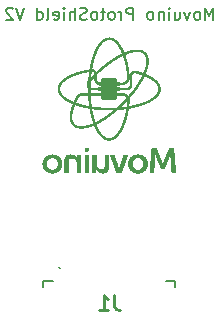
<source format=gbr>
G04 #@! TF.GenerationSoftware,KiCad,Pcbnew,(6.0.5)*
G04 #@! TF.CreationDate,2022-07-08T11:37:32+02:00*
G04 #@! TF.ProjectId,MovuinoProtoShield_v2.0,4d6f7675-696e-46f5-9072-6f746f536869,rev?*
G04 #@! TF.SameCoordinates,Original*
G04 #@! TF.FileFunction,Legend,Bot*
G04 #@! TF.FilePolarity,Positive*
%FSLAX46Y46*%
G04 Gerber Fmt 4.6, Leading zero omitted, Abs format (unit mm)*
G04 Created by KiCad (PCBNEW (6.0.5)) date 2022-07-08 11:37:32*
%MOMM*%
%LPD*%
G01*
G04 APERTURE LIST*
%ADD10C,0.150000*%
%ADD11C,0.254000*%
%ADD12C,0.200000*%
%ADD13C,0.100000*%
G04 APERTURE END LIST*
D10*
X151788095Y-34602380D02*
X151788095Y-33602380D01*
X151454761Y-34316666D01*
X151121428Y-33602380D01*
X151121428Y-34602380D01*
X150502380Y-34602380D02*
X150597619Y-34554761D01*
X150645238Y-34507142D01*
X150692857Y-34411904D01*
X150692857Y-34126190D01*
X150645238Y-34030952D01*
X150597619Y-33983333D01*
X150502380Y-33935714D01*
X150359523Y-33935714D01*
X150264285Y-33983333D01*
X150216666Y-34030952D01*
X150169047Y-34126190D01*
X150169047Y-34411904D01*
X150216666Y-34507142D01*
X150264285Y-34554761D01*
X150359523Y-34602380D01*
X150502380Y-34602380D01*
X149835714Y-33935714D02*
X149597619Y-34602380D01*
X149359523Y-33935714D01*
X148550000Y-33935714D02*
X148550000Y-34602380D01*
X148978571Y-33935714D02*
X148978571Y-34459523D01*
X148930952Y-34554761D01*
X148835714Y-34602380D01*
X148692857Y-34602380D01*
X148597619Y-34554761D01*
X148550000Y-34507142D01*
X148073809Y-34602380D02*
X148073809Y-33935714D01*
X148073809Y-33602380D02*
X148121428Y-33650000D01*
X148073809Y-33697619D01*
X148026190Y-33650000D01*
X148073809Y-33602380D01*
X148073809Y-33697619D01*
X147597619Y-33935714D02*
X147597619Y-34602380D01*
X147597619Y-34030952D02*
X147550000Y-33983333D01*
X147454761Y-33935714D01*
X147311904Y-33935714D01*
X147216666Y-33983333D01*
X147169047Y-34078571D01*
X147169047Y-34602380D01*
X146550000Y-34602380D02*
X146645238Y-34554761D01*
X146692857Y-34507142D01*
X146740476Y-34411904D01*
X146740476Y-34126190D01*
X146692857Y-34030952D01*
X146645238Y-33983333D01*
X146550000Y-33935714D01*
X146407142Y-33935714D01*
X146311904Y-33983333D01*
X146264285Y-34030952D01*
X146216666Y-34126190D01*
X146216666Y-34411904D01*
X146264285Y-34507142D01*
X146311904Y-34554761D01*
X146407142Y-34602380D01*
X146550000Y-34602380D01*
X145026190Y-34602380D02*
X145026190Y-33602380D01*
X144645238Y-33602380D01*
X144550000Y-33650000D01*
X144502380Y-33697619D01*
X144454761Y-33792857D01*
X144454761Y-33935714D01*
X144502380Y-34030952D01*
X144550000Y-34078571D01*
X144645238Y-34126190D01*
X145026190Y-34126190D01*
X144026190Y-34602380D02*
X144026190Y-33935714D01*
X144026190Y-34126190D02*
X143978571Y-34030952D01*
X143930952Y-33983333D01*
X143835714Y-33935714D01*
X143740476Y-33935714D01*
X143264285Y-34602380D02*
X143359523Y-34554761D01*
X143407142Y-34507142D01*
X143454761Y-34411904D01*
X143454761Y-34126190D01*
X143407142Y-34030952D01*
X143359523Y-33983333D01*
X143264285Y-33935714D01*
X143121428Y-33935714D01*
X143026190Y-33983333D01*
X142978571Y-34030952D01*
X142930952Y-34126190D01*
X142930952Y-34411904D01*
X142978571Y-34507142D01*
X143026190Y-34554761D01*
X143121428Y-34602380D01*
X143264285Y-34602380D01*
X142645238Y-33935714D02*
X142264285Y-33935714D01*
X142502380Y-33602380D02*
X142502380Y-34459523D01*
X142454761Y-34554761D01*
X142359523Y-34602380D01*
X142264285Y-34602380D01*
X141788095Y-34602380D02*
X141883333Y-34554761D01*
X141930952Y-34507142D01*
X141978571Y-34411904D01*
X141978571Y-34126190D01*
X141930952Y-34030952D01*
X141883333Y-33983333D01*
X141788095Y-33935714D01*
X141645238Y-33935714D01*
X141550000Y-33983333D01*
X141502380Y-34030952D01*
X141454761Y-34126190D01*
X141454761Y-34411904D01*
X141502380Y-34507142D01*
X141550000Y-34554761D01*
X141645238Y-34602380D01*
X141788095Y-34602380D01*
X141073809Y-34554761D02*
X140930952Y-34602380D01*
X140692857Y-34602380D01*
X140597619Y-34554761D01*
X140550000Y-34507142D01*
X140502380Y-34411904D01*
X140502380Y-34316666D01*
X140550000Y-34221428D01*
X140597619Y-34173809D01*
X140692857Y-34126190D01*
X140883333Y-34078571D01*
X140978571Y-34030952D01*
X141026190Y-33983333D01*
X141073809Y-33888095D01*
X141073809Y-33792857D01*
X141026190Y-33697619D01*
X140978571Y-33650000D01*
X140883333Y-33602380D01*
X140645238Y-33602380D01*
X140502380Y-33650000D01*
X140073809Y-34602380D02*
X140073809Y-33602380D01*
X139645238Y-34602380D02*
X139645238Y-34078571D01*
X139692857Y-33983333D01*
X139788095Y-33935714D01*
X139930952Y-33935714D01*
X140026190Y-33983333D01*
X140073809Y-34030952D01*
X139169047Y-34602380D02*
X139169047Y-33935714D01*
X139169047Y-33602380D02*
X139216666Y-33650000D01*
X139169047Y-33697619D01*
X139121428Y-33650000D01*
X139169047Y-33602380D01*
X139169047Y-33697619D01*
X138311904Y-34554761D02*
X138407142Y-34602380D01*
X138597619Y-34602380D01*
X138692857Y-34554761D01*
X138740476Y-34459523D01*
X138740476Y-34078571D01*
X138692857Y-33983333D01*
X138597619Y-33935714D01*
X138407142Y-33935714D01*
X138311904Y-33983333D01*
X138264285Y-34078571D01*
X138264285Y-34173809D01*
X138740476Y-34269047D01*
X137692857Y-34602380D02*
X137788095Y-34554761D01*
X137835714Y-34459523D01*
X137835714Y-33602380D01*
X136883333Y-34602380D02*
X136883333Y-33602380D01*
X136883333Y-34554761D02*
X136978571Y-34602380D01*
X137169047Y-34602380D01*
X137264285Y-34554761D01*
X137311904Y-34507142D01*
X137359523Y-34411904D01*
X137359523Y-34126190D01*
X137311904Y-34030952D01*
X137264285Y-33983333D01*
X137169047Y-33935714D01*
X136978571Y-33935714D01*
X136883333Y-33983333D01*
X135788095Y-33602380D02*
X135454761Y-34602380D01*
X135121428Y-33602380D01*
X134835714Y-33697619D02*
X134788095Y-33650000D01*
X134692857Y-33602380D01*
X134454761Y-33602380D01*
X134359523Y-33650000D01*
X134311904Y-33697619D01*
X134264285Y-33792857D01*
X134264285Y-33888095D01*
X134311904Y-34030952D01*
X134883333Y-34602380D01*
X134264285Y-34602380D01*
D11*
G04 #@! TO.C,J1*
X143423333Y-57904523D02*
X143423333Y-58811666D01*
X143483809Y-58993095D01*
X143604761Y-59114047D01*
X143786190Y-59174523D01*
X143907142Y-59174523D01*
X142153333Y-59174523D02*
X142879047Y-59174523D01*
X142516190Y-59174523D02*
X142516190Y-57904523D01*
X142637142Y-58085952D01*
X142758095Y-58206904D01*
X142879047Y-58267380D01*
G04 #@! TO.C,U$8*
G36*
X139859500Y-42876500D02*
G01*
X139642500Y-42876500D01*
X139642500Y-42869500D01*
X139859500Y-42869500D01*
X139859500Y-42876500D01*
G37*
G36*
X141420500Y-39992500D02*
G01*
X141077500Y-39992500D01*
X141077500Y-39985500D01*
X141420500Y-39985500D01*
X141420500Y-39992500D01*
G37*
G36*
X145018500Y-47055500D02*
G01*
X144612500Y-47055500D01*
X144612500Y-47048500D01*
X145018500Y-47048500D01*
X145018500Y-47055500D01*
G37*
G36*
X144570500Y-42631500D02*
G01*
X144339500Y-42631500D01*
X144339500Y-42624500D01*
X144570500Y-42624500D01*
X144570500Y-42631500D01*
G37*
G36*
X140223500Y-41588500D02*
G01*
X139516500Y-41588500D01*
X139516500Y-41581500D01*
X140223500Y-41581500D01*
X140223500Y-41588500D01*
G37*
G36*
X148595500Y-47587500D02*
G01*
X148322500Y-47587500D01*
X148322500Y-47580500D01*
X148595500Y-47580500D01*
X148595500Y-47587500D01*
G37*
G36*
X141616500Y-38473500D02*
G01*
X141385500Y-38473500D01*
X141385500Y-38466500D01*
X141616500Y-38466500D01*
X141616500Y-38473500D01*
G37*
G36*
X141910500Y-47496500D02*
G01*
X141546500Y-47496500D01*
X141546500Y-47489500D01*
X141910500Y-47489500D01*
X141910500Y-47496500D01*
G37*
G36*
X139544500Y-47552500D02*
G01*
X139201500Y-47552500D01*
X139201500Y-47545500D01*
X139544500Y-47545500D01*
X139544500Y-47552500D01*
G37*
G36*
X141679500Y-38207500D02*
G01*
X141448500Y-38207500D01*
X141448500Y-38200500D01*
X141679500Y-38200500D01*
X141679500Y-38207500D01*
G37*
G36*
X144661500Y-38816500D02*
G01*
X144437500Y-38816500D01*
X144437500Y-38809500D01*
X144661500Y-38809500D01*
X144661500Y-38816500D01*
G37*
G36*
X143751500Y-46964500D02*
G01*
X143373500Y-46964500D01*
X143373500Y-46957500D01*
X143751500Y-46957500D01*
X143751500Y-46964500D01*
G37*
G36*
X139173500Y-41091500D02*
G01*
X138865500Y-41091500D01*
X138865500Y-41084500D01*
X139173500Y-41084500D01*
X139173500Y-41091500D01*
G37*
G36*
X138858500Y-40335500D02*
G01*
X138634500Y-40335500D01*
X138634500Y-40328500D01*
X138858500Y-40328500D01*
X138858500Y-40335500D01*
G37*
G36*
X145984500Y-47454500D02*
G01*
X144878500Y-47454500D01*
X144878500Y-47447500D01*
X145984500Y-47447500D01*
X145984500Y-47454500D01*
G37*
G36*
X145459500Y-40335500D02*
G01*
X145186500Y-40335500D01*
X145186500Y-40328500D01*
X145459500Y-40328500D01*
X145459500Y-40335500D01*
G37*
G36*
X141280500Y-47314500D02*
G01*
X140902500Y-47314500D01*
X140902500Y-47307500D01*
X141280500Y-47307500D01*
X141280500Y-47314500D01*
G37*
G36*
X145298500Y-38949500D02*
G01*
X145074500Y-38949500D01*
X145074500Y-38942500D01*
X145298500Y-38942500D01*
X145298500Y-38949500D01*
G37*
G36*
X144955500Y-39586500D02*
G01*
X144507500Y-39586500D01*
X144507500Y-39579500D01*
X144955500Y-39579500D01*
X144955500Y-39586500D01*
G37*
G36*
X141924500Y-46733500D02*
G01*
X141546500Y-46733500D01*
X141546500Y-46726500D01*
X141924500Y-46726500D01*
X141924500Y-46733500D01*
G37*
G36*
X143527500Y-46285500D02*
G01*
X143128500Y-46285500D01*
X143128500Y-46278500D01*
X143527500Y-46278500D01*
X143527500Y-46285500D01*
G37*
G36*
X143380500Y-38130500D02*
G01*
X142981500Y-38130500D01*
X142981500Y-38123500D01*
X143380500Y-38123500D01*
X143380500Y-38130500D01*
G37*
G36*
X139887500Y-39446500D02*
G01*
X139397500Y-39446500D01*
X139397500Y-39439500D01*
X139887500Y-39439500D01*
X139887500Y-39446500D01*
G37*
G36*
X142939500Y-38438500D02*
G01*
X142575500Y-38438500D01*
X142575500Y-38431500D01*
X142939500Y-38431500D01*
X142939500Y-38438500D01*
G37*
G36*
X145158500Y-47223500D02*
G01*
X144682500Y-47223500D01*
X144682500Y-47216500D01*
X145158500Y-47216500D01*
X145158500Y-47223500D01*
G37*
G36*
X144241500Y-43667500D02*
G01*
X143996500Y-43667500D01*
X143996500Y-43660500D01*
X144241500Y-43660500D01*
X144241500Y-43667500D01*
G37*
G36*
X143807500Y-47167500D02*
G01*
X143443500Y-47167500D01*
X143443500Y-47160500D01*
X143807500Y-47160500D01*
X143807500Y-47167500D01*
G37*
G36*
X142988500Y-47111500D02*
G01*
X142589500Y-47111500D01*
X142589500Y-47104500D01*
X142988500Y-47104500D01*
X142988500Y-47111500D01*
G37*
G36*
X141917500Y-37472500D02*
G01*
X141672500Y-37472500D01*
X141672500Y-37465500D01*
X141917500Y-37465500D01*
X141917500Y-37472500D01*
G37*
G36*
X144066500Y-44017500D02*
G01*
X143807500Y-44017500D01*
X143807500Y-44010500D01*
X144066500Y-44010500D01*
X144066500Y-44017500D01*
G37*
G36*
X147468500Y-46635500D02*
G01*
X147118500Y-46635500D01*
X147118500Y-46628500D01*
X147468500Y-46628500D01*
X147468500Y-46635500D01*
G37*
G36*
X146320500Y-37871500D02*
G01*
X146096500Y-37871500D01*
X146096500Y-37864500D01*
X146320500Y-37864500D01*
X146320500Y-37871500D01*
G37*
G36*
X139005500Y-40916500D02*
G01*
X138739500Y-40916500D01*
X138739500Y-40909500D01*
X139005500Y-40909500D01*
X139005500Y-40916500D01*
G37*
G36*
X142043500Y-39201500D02*
G01*
X141728500Y-39201500D01*
X141728500Y-39194500D01*
X142043500Y-39194500D01*
X142043500Y-39201500D01*
G37*
G36*
X147342500Y-40293500D02*
G01*
X147111500Y-40293500D01*
X147111500Y-40286500D01*
X147342500Y-40286500D01*
X147342500Y-40293500D01*
G37*
G36*
X144024500Y-44094500D02*
G01*
X143758500Y-44094500D01*
X143758500Y-44087500D01*
X144024500Y-44087500D01*
X144024500Y-44094500D01*
G37*
G36*
X142988500Y-46950500D02*
G01*
X142603500Y-46950500D01*
X142603500Y-46943500D01*
X142988500Y-46943500D01*
X142988500Y-46950500D01*
G37*
G36*
X140328500Y-41378500D02*
G01*
X140083500Y-41378500D01*
X140083500Y-41371500D01*
X140328500Y-41371500D01*
X140328500Y-41378500D01*
G37*
G36*
X141910500Y-47503500D02*
G01*
X141546500Y-47503500D01*
X141546500Y-47496500D01*
X141910500Y-47496500D01*
X141910500Y-47503500D01*
G37*
G36*
X142687500Y-43051500D02*
G01*
X142267500Y-43051500D01*
X142267500Y-43044500D01*
X142687500Y-43044500D01*
X142687500Y-43051500D01*
G37*
G36*
X144290500Y-43555500D02*
G01*
X144045500Y-43555500D01*
X144045500Y-43548500D01*
X144290500Y-43548500D01*
X144290500Y-43555500D01*
G37*
G36*
X142204500Y-44059500D02*
G01*
X141945500Y-44059500D01*
X141945500Y-44052500D01*
X142204500Y-44052500D01*
X142204500Y-44059500D01*
G37*
G36*
X141280500Y-45592500D02*
G01*
X140902500Y-45592500D01*
X140902500Y-45585500D01*
X141280500Y-45585500D01*
X141280500Y-45592500D01*
G37*
G36*
X138942500Y-46446500D02*
G01*
X138480500Y-46446500D01*
X138480500Y-46439500D01*
X138942500Y-46439500D01*
X138942500Y-46446500D01*
G37*
G36*
X143814500Y-36576500D02*
G01*
X143513500Y-36576500D01*
X143513500Y-36569500D01*
X143814500Y-36569500D01*
X143814500Y-36576500D01*
G37*
G36*
X146873500Y-46600500D02*
G01*
X146488500Y-46600500D01*
X146488500Y-46593500D01*
X146873500Y-46593500D01*
X146873500Y-46600500D01*
G37*
G36*
X142099500Y-37080500D02*
G01*
X141847500Y-37080500D01*
X141847500Y-37073500D01*
X142099500Y-37073500D01*
X142099500Y-37080500D01*
G37*
G36*
X143618500Y-46558500D02*
G01*
X143226500Y-46558500D01*
X143226500Y-46551500D01*
X143618500Y-46551500D01*
X143618500Y-46558500D01*
G37*
G36*
X140587500Y-46068500D02*
G01*
X140328500Y-46068500D01*
X140328500Y-46061500D01*
X140587500Y-46061500D01*
X140587500Y-46068500D01*
G37*
G36*
X139901500Y-43156500D02*
G01*
X139677500Y-43156500D01*
X139677500Y-43149500D01*
X139901500Y-43149500D01*
X139901500Y-43156500D01*
G37*
G36*
X143982500Y-44157500D02*
G01*
X143716500Y-44157500D01*
X143716500Y-44150500D01*
X143982500Y-44150500D01*
X143982500Y-44157500D01*
G37*
G36*
X141875500Y-46068500D02*
G01*
X141602500Y-46068500D01*
X141602500Y-46061500D01*
X141875500Y-46061500D01*
X141875500Y-46068500D01*
G37*
G36*
X141798500Y-37794500D02*
G01*
X141560500Y-37794500D01*
X141560500Y-37787500D01*
X141798500Y-37787500D01*
X141798500Y-37794500D01*
G37*
G36*
X140209500Y-46250500D02*
G01*
X139257500Y-46250500D01*
X139257500Y-46243500D01*
X140209500Y-46243500D01*
X140209500Y-46250500D01*
G37*
G36*
X141245500Y-45760500D02*
G01*
X140937500Y-45760500D01*
X140937500Y-45753500D01*
X141245500Y-45753500D01*
X141245500Y-45760500D01*
G37*
G36*
X144962500Y-40132500D02*
G01*
X144745500Y-40132500D01*
X144745500Y-40125500D01*
X144962500Y-40125500D01*
X144962500Y-40132500D01*
G37*
G36*
X143660500Y-41091500D02*
G01*
X142323500Y-41091500D01*
X142323500Y-41084500D01*
X143660500Y-41084500D01*
X143660500Y-41091500D01*
G37*
G36*
X143520500Y-38039500D02*
G01*
X143114500Y-38039500D01*
X143114500Y-38032500D01*
X143520500Y-38032500D01*
X143520500Y-38039500D01*
G37*
G36*
X142988500Y-46278500D02*
G01*
X142603500Y-46278500D01*
X142603500Y-46271500D01*
X142988500Y-46271500D01*
X142988500Y-46278500D01*
G37*
G36*
X145060500Y-42078500D02*
G01*
X140923500Y-42078500D01*
X140923500Y-42071500D01*
X145060500Y-42071500D01*
X145060500Y-42078500D01*
G37*
G36*
X141588500Y-38627500D02*
G01*
X141357500Y-38627500D01*
X141357500Y-38620500D01*
X141588500Y-38620500D01*
X141588500Y-38627500D01*
G37*
G36*
X139033500Y-46873500D02*
G01*
X138648500Y-46873500D01*
X138648500Y-46866500D01*
X139033500Y-46866500D01*
X139033500Y-46873500D01*
G37*
G36*
X146817500Y-47279500D02*
G01*
X146432500Y-47279500D01*
X146432500Y-47272500D01*
X146817500Y-47272500D01*
X146817500Y-47279500D01*
G37*
G36*
X142736500Y-38599500D02*
G01*
X142379500Y-38599500D01*
X142379500Y-38592500D01*
X142736500Y-38592500D01*
X142736500Y-38599500D01*
G37*
G36*
X147356500Y-40398500D02*
G01*
X147139500Y-40398500D01*
X147139500Y-40391500D01*
X147356500Y-40391500D01*
X147356500Y-40398500D01*
G37*
G36*
X141476500Y-39348500D02*
G01*
X141252500Y-39348500D01*
X141252500Y-39341500D01*
X141476500Y-39341500D01*
X141476500Y-39348500D01*
G37*
G36*
X140636500Y-47139500D02*
G01*
X140258500Y-47139500D01*
X140258500Y-47132500D01*
X140636500Y-47132500D01*
X140636500Y-47139500D01*
G37*
G36*
X144493500Y-42932500D02*
G01*
X144262500Y-42932500D01*
X144262500Y-42925500D01*
X144493500Y-42925500D01*
X144493500Y-42932500D01*
G37*
G36*
X144724500Y-39292500D02*
G01*
X144507500Y-39292500D01*
X144507500Y-39285500D01*
X144724500Y-39285500D01*
X144724500Y-39292500D01*
G37*
G36*
X144654500Y-38788500D02*
G01*
X144430500Y-38788500D01*
X144430500Y-38781500D01*
X144654500Y-38781500D01*
X144654500Y-38788500D01*
G37*
G36*
X140636500Y-47307500D02*
G01*
X140258500Y-47307500D01*
X140258500Y-47300500D01*
X140636500Y-47300500D01*
X140636500Y-47307500D01*
G37*
G36*
X147356500Y-40391500D02*
G01*
X147139500Y-40391500D01*
X147139500Y-40384500D01*
X147356500Y-40384500D01*
X147356500Y-40391500D01*
G37*
G36*
X139880500Y-42589500D02*
G01*
X139663500Y-42589500D01*
X139663500Y-42582500D01*
X139880500Y-42582500D01*
X139880500Y-42589500D01*
G37*
G36*
X145536500Y-39012500D02*
G01*
X144934500Y-39012500D01*
X144934500Y-39005500D01*
X145536500Y-39005500D01*
X145536500Y-39012500D01*
G37*
G36*
X146810500Y-47426500D02*
G01*
X146418500Y-47426500D01*
X146418500Y-47419500D01*
X146810500Y-47419500D01*
X146810500Y-47426500D01*
G37*
G36*
X143716500Y-46845500D02*
G01*
X143324500Y-46845500D01*
X143324500Y-46838500D01*
X143716500Y-46838500D01*
X143716500Y-46845500D01*
G37*
G36*
X144829500Y-41154500D02*
G01*
X144367500Y-41154500D01*
X144367500Y-41147500D01*
X144829500Y-41147500D01*
X144829500Y-41154500D01*
G37*
G36*
X148574500Y-46572500D02*
G01*
X148196500Y-46572500D01*
X148196500Y-46565500D01*
X148574500Y-46565500D01*
X148574500Y-46572500D01*
G37*
G36*
X147433500Y-46551500D02*
G01*
X147076500Y-46551500D01*
X147076500Y-46544500D01*
X147433500Y-46544500D01*
X147433500Y-46551500D01*
G37*
G36*
X141497500Y-41819500D02*
G01*
X141273500Y-41819500D01*
X141273500Y-41812500D01*
X141497500Y-41812500D01*
X141497500Y-41819500D01*
G37*
G36*
X144528500Y-46299500D02*
G01*
X144129500Y-46299500D01*
X144129500Y-46292500D01*
X144528500Y-46292500D01*
X144528500Y-46299500D01*
G37*
G36*
X144549500Y-38256500D02*
G01*
X144318500Y-38256500D01*
X144318500Y-38249500D01*
X144549500Y-38249500D01*
X144549500Y-38256500D01*
G37*
G36*
X147125500Y-39887500D02*
G01*
X146824500Y-39887500D01*
X146824500Y-39880500D01*
X147125500Y-39880500D01*
X147125500Y-39887500D01*
G37*
G36*
X144549500Y-42715500D02*
G01*
X144318500Y-42715500D01*
X144318500Y-42708500D01*
X144549500Y-42708500D01*
X144549500Y-42715500D01*
G37*
G36*
X146313500Y-37822500D02*
G01*
X146089500Y-37822500D01*
X146089500Y-37815500D01*
X146313500Y-37815500D01*
X146313500Y-37822500D01*
G37*
G36*
X139803500Y-41483500D02*
G01*
X139334500Y-41483500D01*
X139334500Y-41476500D01*
X139803500Y-41476500D01*
X139803500Y-41483500D01*
G37*
G36*
X144808500Y-41175500D02*
G01*
X144388500Y-41175500D01*
X144388500Y-41168500D01*
X144808500Y-41168500D01*
X144808500Y-41175500D01*
G37*
G36*
X143660500Y-39894500D02*
G01*
X142323500Y-39894500D01*
X142323500Y-39887500D01*
X143660500Y-39887500D01*
X143660500Y-39894500D01*
G37*
G36*
X138669500Y-47503500D02*
G01*
X137703500Y-47503500D01*
X137703500Y-47496500D01*
X138669500Y-47496500D01*
X138669500Y-47503500D01*
G37*
G36*
X141994500Y-43674500D02*
G01*
X141749500Y-43674500D01*
X141749500Y-43667500D01*
X141994500Y-43667500D01*
X141994500Y-43674500D01*
G37*
G36*
X144703500Y-41889500D02*
G01*
X144479500Y-41889500D01*
X144479500Y-41882500D01*
X144703500Y-41882500D01*
X144703500Y-41889500D01*
G37*
G36*
X146320500Y-38417500D02*
G01*
X146096500Y-38417500D01*
X146096500Y-38410500D01*
X146320500Y-38410500D01*
X146320500Y-38417500D01*
G37*
G36*
X139677500Y-46397500D02*
G01*
X139201500Y-46397500D01*
X139201500Y-46390500D01*
X139677500Y-46390500D01*
X139677500Y-46397500D01*
G37*
G36*
X148497500Y-45606500D02*
G01*
X148007500Y-45606500D01*
X148007500Y-45599500D01*
X148497500Y-45599500D01*
X148497500Y-45606500D01*
G37*
G36*
X139565500Y-47300500D02*
G01*
X139180500Y-47300500D01*
X139180500Y-47293500D01*
X139565500Y-47293500D01*
X139565500Y-47300500D01*
G37*
G36*
X142988500Y-46285500D02*
G01*
X142603500Y-46285500D01*
X142603500Y-46278500D01*
X142988500Y-46278500D01*
X142988500Y-46285500D01*
G37*
G36*
X142988500Y-46369500D02*
G01*
X142603500Y-46369500D01*
X142603500Y-46362500D01*
X142988500Y-46362500D01*
X142988500Y-46369500D01*
G37*
G36*
X141280500Y-45676500D02*
G01*
X140902500Y-45676500D01*
X140902500Y-45669500D01*
X141280500Y-45669500D01*
X141280500Y-45676500D01*
G37*
G36*
X144185500Y-47230500D02*
G01*
X143835500Y-47230500D01*
X143835500Y-47223500D01*
X144185500Y-47223500D01*
X144185500Y-47230500D01*
G37*
G36*
X144570500Y-46187500D02*
G01*
X144171500Y-46187500D01*
X144171500Y-46180500D01*
X144570500Y-46180500D01*
X144570500Y-46187500D01*
G37*
G36*
X137780500Y-47062500D02*
G01*
X137367500Y-47062500D01*
X137367500Y-47055500D01*
X137780500Y-47055500D01*
X137780500Y-47062500D01*
G37*
G36*
X143121500Y-38305500D02*
G01*
X142750500Y-38305500D01*
X142750500Y-38298500D01*
X143121500Y-38298500D01*
X143121500Y-38305500D01*
G37*
G36*
X142834500Y-42064500D02*
G01*
X140860500Y-42064500D01*
X140860500Y-42057500D01*
X142834500Y-42057500D01*
X142834500Y-42064500D01*
G37*
G36*
X141420500Y-40013500D02*
G01*
X141077500Y-40013500D01*
X141077500Y-40006500D01*
X141420500Y-40006500D01*
X141420500Y-40013500D01*
G37*
G36*
X146404500Y-39348500D02*
G01*
X145774500Y-39348500D01*
X145774500Y-39341500D01*
X146404500Y-39341500D01*
X146404500Y-39348500D01*
G37*
G36*
X144101500Y-41917500D02*
G01*
X143779500Y-41917500D01*
X143779500Y-41910500D01*
X144101500Y-41910500D01*
X144101500Y-41917500D01*
G37*
G36*
X144724500Y-41357500D02*
G01*
X144346500Y-41357500D01*
X144346500Y-41350500D01*
X144724500Y-41350500D01*
X144724500Y-41357500D01*
G37*
G36*
X141700500Y-39544500D02*
G01*
X141231500Y-39544500D01*
X141231500Y-39537500D01*
X141700500Y-39537500D01*
X141700500Y-39544500D01*
G37*
G36*
X143793500Y-37878500D02*
G01*
X143352500Y-37878500D01*
X143352500Y-37871500D01*
X143793500Y-37871500D01*
X143793500Y-37878500D01*
G37*
G36*
X144192500Y-41833500D02*
G01*
X143870500Y-41833500D01*
X143870500Y-41826500D01*
X144192500Y-41826500D01*
X144192500Y-41833500D01*
G37*
G36*
X144549500Y-38249500D02*
G01*
X144318500Y-38249500D01*
X144318500Y-38242500D01*
X144549500Y-38242500D01*
X144549500Y-38249500D01*
G37*
G36*
X137780500Y-46593500D02*
G01*
X137367500Y-46593500D01*
X137367500Y-46586500D01*
X137780500Y-46586500D01*
X137780500Y-46593500D01*
G37*
G36*
X144542500Y-42743500D02*
G01*
X144311500Y-42743500D01*
X144311500Y-42736500D01*
X144542500Y-42736500D01*
X144542500Y-42743500D01*
G37*
G36*
X142148500Y-43968500D02*
G01*
X141889500Y-43968500D01*
X141889500Y-43961500D01*
X142148500Y-43961500D01*
X142148500Y-43968500D01*
G37*
G36*
X143590500Y-46488500D02*
G01*
X143198500Y-46488500D01*
X143198500Y-46481500D01*
X143590500Y-46481500D01*
X143590500Y-46488500D01*
G37*
G36*
X141203500Y-39061500D02*
G01*
X140286500Y-39061500D01*
X140286500Y-39054500D01*
X141203500Y-39054500D01*
X141203500Y-39061500D01*
G37*
G36*
X148511500Y-45788500D02*
G01*
X147937500Y-45788500D01*
X147937500Y-45781500D01*
X148511500Y-45781500D01*
X148511500Y-45788500D01*
G37*
G36*
X142750500Y-38585500D02*
G01*
X142400500Y-38585500D01*
X142400500Y-38578500D01*
X142750500Y-38578500D01*
X142750500Y-38585500D01*
G37*
G36*
X140034500Y-39383500D02*
G01*
X139509500Y-39383500D01*
X139509500Y-39376500D01*
X140034500Y-39376500D01*
X140034500Y-39383500D01*
G37*
G36*
X147328500Y-46285500D02*
G01*
X146971500Y-46285500D01*
X146971500Y-46278500D01*
X147328500Y-46278500D01*
X147328500Y-46285500D01*
G37*
G36*
X146180500Y-38970500D02*
G01*
X145942500Y-38970500D01*
X145942500Y-38963500D01*
X146180500Y-38963500D01*
X146180500Y-38970500D01*
G37*
G36*
X142344500Y-43261500D02*
G01*
X141875500Y-43261500D01*
X141875500Y-43254500D01*
X142344500Y-43254500D01*
X142344500Y-43261500D01*
G37*
G36*
X143730500Y-37913500D02*
G01*
X143303500Y-37913500D01*
X143303500Y-37906500D01*
X143730500Y-37906500D01*
X143730500Y-37913500D01*
G37*
G36*
X141413500Y-40804500D02*
G01*
X141196500Y-40804500D01*
X141196500Y-40797500D01*
X141413500Y-40797500D01*
X141413500Y-40804500D01*
G37*
G36*
X144045500Y-36905500D02*
G01*
X143779500Y-36905500D01*
X143779500Y-36898500D01*
X144045500Y-36898500D01*
X144045500Y-36905500D01*
G37*
G36*
X147685500Y-47209500D02*
G01*
X147384500Y-47209500D01*
X147384500Y-47202500D01*
X147685500Y-47202500D01*
X147685500Y-47209500D01*
G37*
G36*
X141721500Y-42925500D02*
G01*
X141490500Y-42925500D01*
X141490500Y-42918500D01*
X141721500Y-42918500D01*
X141721500Y-42925500D01*
G37*
G36*
X146096500Y-39180500D02*
G01*
X145312500Y-39180500D01*
X145312500Y-39173500D01*
X146096500Y-39173500D01*
X146096500Y-39180500D01*
G37*
G36*
X144381500Y-40895500D02*
G01*
X140412500Y-40895500D01*
X140412500Y-40888500D01*
X144381500Y-40888500D01*
X144381500Y-40895500D01*
G37*
G36*
X140930500Y-39117500D02*
G01*
X140118500Y-39117500D01*
X140118500Y-39110500D01*
X140930500Y-39110500D01*
X140930500Y-39117500D01*
G37*
G36*
X146257500Y-46614500D02*
G01*
X145851500Y-46614500D01*
X145851500Y-46607500D01*
X146257500Y-46607500D01*
X146257500Y-46614500D01*
G37*
G36*
X146341500Y-38235500D02*
G01*
X146124500Y-38235500D01*
X146124500Y-38228500D01*
X146341500Y-38228500D01*
X146341500Y-38235500D01*
G37*
G36*
X148553500Y-46313500D02*
G01*
X148175500Y-46313500D01*
X148175500Y-46306500D01*
X148553500Y-46306500D01*
X148553500Y-46313500D01*
G37*
G36*
X143919500Y-40811500D02*
G01*
X142064500Y-40811500D01*
X142064500Y-40804500D01*
X143919500Y-40804500D01*
X143919500Y-40811500D01*
G37*
G36*
X141924500Y-46628500D02*
G01*
X141546500Y-46628500D01*
X141546500Y-46621500D01*
X141924500Y-46621500D01*
X141924500Y-46628500D01*
G37*
G36*
X141931500Y-37430500D02*
G01*
X141693500Y-37430500D01*
X141693500Y-37423500D01*
X141931500Y-37423500D01*
X141931500Y-37430500D01*
G37*
G36*
X142988500Y-46320500D02*
G01*
X142603500Y-46320500D01*
X142603500Y-46313500D01*
X142988500Y-46313500D01*
X142988500Y-46320500D01*
G37*
G36*
X148616500Y-47048500D02*
G01*
X148231500Y-47048500D01*
X148231500Y-47041500D01*
X148616500Y-47041500D01*
X148616500Y-47048500D01*
G37*
G36*
X141434500Y-41210500D02*
G01*
X141217500Y-41210500D01*
X141217500Y-41203500D01*
X141434500Y-41203500D01*
X141434500Y-41210500D01*
G37*
G36*
X144962500Y-39761500D02*
G01*
X144738500Y-39761500D01*
X144738500Y-39754500D01*
X144962500Y-39754500D01*
X144962500Y-39761500D01*
G37*
G36*
X146334500Y-38270500D02*
G01*
X146117500Y-38270500D01*
X146117500Y-38263500D01*
X146334500Y-38263500D01*
X146334500Y-38270500D01*
G37*
G36*
X143436500Y-38095500D02*
G01*
X143030500Y-38095500D01*
X143030500Y-38088500D01*
X143436500Y-38088500D01*
X143436500Y-38095500D01*
G37*
G36*
X143905500Y-41056500D02*
G01*
X142078500Y-41056500D01*
X142078500Y-41049500D01*
X143905500Y-41049500D01*
X143905500Y-41056500D01*
G37*
G36*
X141735500Y-38004500D02*
G01*
X141497500Y-38004500D01*
X141497500Y-37997500D01*
X141735500Y-37997500D01*
X141735500Y-38004500D01*
G37*
G36*
X147776500Y-47055500D02*
G01*
X147293500Y-47055500D01*
X147293500Y-47048500D01*
X147776500Y-47048500D01*
X147776500Y-47055500D01*
G37*
G36*
X144059500Y-41959500D02*
G01*
X143737500Y-41959500D01*
X143737500Y-41952500D01*
X144059500Y-41952500D01*
X144059500Y-41959500D01*
G37*
G36*
X139033500Y-46747500D02*
G01*
X138641500Y-46747500D01*
X138641500Y-46740500D01*
X139033500Y-46740500D01*
X139033500Y-46747500D01*
G37*
G36*
X144920500Y-41042500D02*
G01*
X144626500Y-41042500D01*
X144626500Y-41035500D01*
X144920500Y-41035500D01*
X144920500Y-41042500D01*
G37*
G36*
X141980500Y-43646500D02*
G01*
X141735500Y-43646500D01*
X141735500Y-43639500D01*
X141980500Y-43639500D01*
X141980500Y-43646500D01*
G37*
G36*
X139873500Y-43044500D02*
G01*
X139656500Y-43044500D01*
X139656500Y-43037500D01*
X139873500Y-43037500D01*
X139873500Y-43044500D01*
G37*
G36*
X146824500Y-47216500D02*
G01*
X146439500Y-47216500D01*
X146439500Y-47209500D01*
X146824500Y-47209500D01*
X146824500Y-47216500D01*
G37*
G36*
X142043500Y-43772500D02*
G01*
X141791500Y-43772500D01*
X141791500Y-43765500D01*
X142043500Y-43765500D01*
X142043500Y-43772500D01*
G37*
G36*
X146509500Y-39404500D02*
G01*
X145746500Y-39404500D01*
X145746500Y-39397500D01*
X146509500Y-39397500D01*
X146509500Y-39404500D01*
G37*
G36*
X148630500Y-47265500D02*
G01*
X148245500Y-47265500D01*
X148245500Y-47258500D01*
X148630500Y-47258500D01*
X148630500Y-47265500D01*
G37*
G36*
X144514500Y-46061500D02*
G01*
X144269500Y-46061500D01*
X144269500Y-46054500D01*
X144514500Y-46054500D01*
X144514500Y-46061500D01*
G37*
G36*
X145165500Y-46425500D02*
G01*
X144682500Y-46425500D01*
X144682500Y-46418500D01*
X145165500Y-46418500D01*
X145165500Y-46425500D01*
G37*
G36*
X147188500Y-39971500D02*
G01*
X146908500Y-39971500D01*
X146908500Y-39964500D01*
X147188500Y-39964500D01*
X147188500Y-39971500D01*
G37*
G36*
X146670500Y-41469500D02*
G01*
X146208500Y-41469500D01*
X146208500Y-41462500D01*
X146670500Y-41462500D01*
X146670500Y-41469500D01*
G37*
G36*
X146831500Y-47153500D02*
G01*
X146446500Y-47153500D01*
X146446500Y-47146500D01*
X146831500Y-47146500D01*
X146831500Y-47153500D01*
G37*
G36*
X146873500Y-46558500D02*
G01*
X146495500Y-46558500D01*
X146495500Y-46551500D01*
X146873500Y-46551500D01*
X146873500Y-46558500D01*
G37*
G36*
X144199500Y-43765500D02*
G01*
X143947500Y-43765500D01*
X143947500Y-43758500D01*
X144199500Y-43758500D01*
X144199500Y-43765500D01*
G37*
G36*
X143478500Y-41441500D02*
G01*
X142505500Y-41441500D01*
X142505500Y-41434500D01*
X143478500Y-41434500D01*
X143478500Y-41441500D01*
G37*
G36*
X141280500Y-45543500D02*
G01*
X140902500Y-45543500D01*
X140902500Y-45536500D01*
X141280500Y-45536500D01*
X141280500Y-45543500D01*
G37*
G36*
X144654500Y-42190500D02*
G01*
X144423500Y-42190500D01*
X144423500Y-42183500D01*
X144654500Y-42183500D01*
X144654500Y-42190500D01*
G37*
G36*
X144514500Y-39985500D02*
G01*
X141840500Y-39985500D01*
X141840500Y-39978500D01*
X144514500Y-39978500D01*
X144514500Y-39985500D01*
G37*
G36*
X140636500Y-46894500D02*
G01*
X140258500Y-46894500D01*
X140258500Y-46887500D01*
X140636500Y-46887500D01*
X140636500Y-46894500D01*
G37*
G36*
X141959500Y-39383500D02*
G01*
X141553500Y-39383500D01*
X141553500Y-39376500D01*
X141959500Y-39376500D01*
X141959500Y-39383500D01*
G37*
G36*
X146887500Y-46271500D02*
G01*
X146516500Y-46271500D01*
X146516500Y-46264500D01*
X146887500Y-46264500D01*
X146887500Y-46271500D01*
G37*
G36*
X143387500Y-36212500D02*
G01*
X142596500Y-36212500D01*
X142596500Y-36205500D01*
X143387500Y-36205500D01*
X143387500Y-36212500D01*
G37*
G36*
X140622500Y-47552500D02*
G01*
X140272500Y-47552500D01*
X140272500Y-47545500D01*
X140622500Y-47545500D01*
X140622500Y-47552500D01*
G37*
G36*
X139565500Y-47132500D02*
G01*
X139180500Y-47132500D01*
X139180500Y-47125500D01*
X139565500Y-47125500D01*
X139565500Y-47132500D01*
G37*
G36*
X144353500Y-41672500D02*
G01*
X144038500Y-41672500D01*
X144038500Y-41665500D01*
X144353500Y-41665500D01*
X144353500Y-41672500D01*
G37*
G36*
X146887500Y-46173500D02*
G01*
X146523500Y-46173500D01*
X146523500Y-46166500D01*
X146887500Y-46166500D01*
X146887500Y-46173500D01*
G37*
G36*
X140636500Y-46285500D02*
G01*
X140272500Y-46285500D01*
X140272500Y-46278500D01*
X140636500Y-46278500D01*
X140636500Y-46285500D01*
G37*
G36*
X138914500Y-47265500D02*
G01*
X138389500Y-47265500D01*
X138389500Y-47258500D01*
X138914500Y-47258500D01*
X138914500Y-47265500D01*
G37*
G36*
X146859500Y-46705500D02*
G01*
X146481500Y-46705500D01*
X146481500Y-46698500D01*
X146859500Y-46698500D01*
X146859500Y-46705500D01*
G37*
G36*
X146264500Y-38690500D02*
G01*
X146033500Y-38690500D01*
X146033500Y-38683500D01*
X146264500Y-38683500D01*
X146264500Y-38690500D01*
G37*
G36*
X141476500Y-39334500D02*
G01*
X141252500Y-39334500D01*
X141252500Y-39327500D01*
X141476500Y-39327500D01*
X141476500Y-39334500D01*
G37*
G36*
X141476500Y-41658500D02*
G01*
X141252500Y-41658500D01*
X141252500Y-41651500D01*
X141476500Y-41651500D01*
X141476500Y-41658500D01*
G37*
G36*
X144647500Y-38746500D02*
G01*
X144423500Y-38746500D01*
X144423500Y-38739500D01*
X144647500Y-38739500D01*
X144647500Y-38746500D01*
G37*
G36*
X141721500Y-38844500D02*
G01*
X141168500Y-38844500D01*
X141168500Y-38837500D01*
X141721500Y-38837500D01*
X141721500Y-38844500D01*
G37*
G36*
X141434500Y-41126500D02*
G01*
X141210500Y-41126500D01*
X141210500Y-41119500D01*
X141434500Y-41119500D01*
X141434500Y-41126500D01*
G37*
G36*
X139943500Y-42309500D02*
G01*
X139712500Y-42309500D01*
X139712500Y-42302500D01*
X139943500Y-42302500D01*
X139943500Y-42309500D01*
G37*
G36*
X141644500Y-42603500D02*
G01*
X141413500Y-42603500D01*
X141413500Y-42596500D01*
X141644500Y-42596500D01*
X141644500Y-42603500D01*
G37*
G36*
X147230500Y-46040500D02*
G01*
X146537500Y-46040500D01*
X146537500Y-46033500D01*
X147230500Y-46033500D01*
X147230500Y-46040500D01*
G37*
G36*
X142491500Y-43177500D02*
G01*
X142043500Y-43177500D01*
X142043500Y-43170500D01*
X142491500Y-43170500D01*
X142491500Y-43177500D01*
G37*
G36*
X146334500Y-38284500D02*
G01*
X146117500Y-38284500D01*
X146117500Y-38277500D01*
X146334500Y-38277500D01*
X146334500Y-38284500D01*
G37*
G36*
X137983500Y-47265500D02*
G01*
X137458500Y-47265500D01*
X137458500Y-47258500D01*
X137983500Y-47258500D01*
X137983500Y-47265500D01*
G37*
G36*
X141924500Y-46418500D02*
G01*
X141546500Y-46418500D01*
X141546500Y-46411500D01*
X141924500Y-46411500D01*
X141924500Y-46418500D01*
G37*
G36*
X142288500Y-36786500D02*
G01*
X142015500Y-36786500D01*
X142015500Y-36779500D01*
X142288500Y-36779500D01*
X142288500Y-36786500D01*
G37*
G36*
X142246500Y-44129500D02*
G01*
X141987500Y-44129500D01*
X141987500Y-44122500D01*
X142246500Y-44122500D01*
X142246500Y-44129500D01*
G37*
G36*
X142680500Y-44549500D02*
G01*
X142316500Y-44549500D01*
X142316500Y-44542500D01*
X142680500Y-44542500D01*
X142680500Y-44549500D01*
G37*
G36*
X143954500Y-44206500D02*
G01*
X143681500Y-44206500D01*
X143681500Y-44199500D01*
X143954500Y-44199500D01*
X143954500Y-44206500D01*
G37*
G36*
X144234500Y-47104500D02*
G01*
X143863500Y-47104500D01*
X143863500Y-47097500D01*
X144234500Y-47097500D01*
X144234500Y-47104500D01*
G37*
G36*
X138991500Y-40895500D02*
G01*
X138732500Y-40895500D01*
X138732500Y-40888500D01*
X138991500Y-40888500D01*
X138991500Y-40895500D01*
G37*
G36*
X142988500Y-46733500D02*
G01*
X142603500Y-46733500D01*
X142603500Y-46726500D01*
X142988500Y-46726500D01*
X142988500Y-46733500D01*
G37*
G36*
X142841500Y-38515500D02*
G01*
X142484500Y-38515500D01*
X142484500Y-38508500D01*
X142841500Y-38508500D01*
X142841500Y-38515500D01*
G37*
G36*
X144584500Y-42568500D02*
G01*
X144353500Y-42568500D01*
X144353500Y-42561500D01*
X144584500Y-42561500D01*
X144584500Y-42568500D01*
G37*
G36*
X139019500Y-40034500D02*
G01*
X138753500Y-40034500D01*
X138753500Y-40027500D01*
X139019500Y-40027500D01*
X139019500Y-40034500D01*
G37*
G36*
X139957500Y-42260500D02*
G01*
X139726500Y-42260500D01*
X139726500Y-42253500D01*
X139957500Y-42253500D01*
X139957500Y-42260500D01*
G37*
G36*
X140307500Y-41679500D02*
G01*
X139691500Y-41679500D01*
X139691500Y-41672500D01*
X140307500Y-41672500D01*
X140307500Y-41679500D01*
G37*
G36*
X144626500Y-40580500D02*
G01*
X141441500Y-40580500D01*
X141441500Y-40573500D01*
X144626500Y-40573500D01*
X144626500Y-40580500D01*
G37*
G36*
X139530500Y-47573500D02*
G01*
X139215500Y-47573500D01*
X139215500Y-47566500D01*
X139530500Y-47566500D01*
X139530500Y-47573500D01*
G37*
G36*
X138711500Y-46180500D02*
G01*
X137661500Y-46180500D01*
X137661500Y-46173500D01*
X138711500Y-46173500D01*
X138711500Y-46180500D01*
G37*
G36*
X139607500Y-41385500D02*
G01*
X139187500Y-41385500D01*
X139187500Y-41378500D01*
X139607500Y-41378500D01*
X139607500Y-41385500D01*
G37*
G36*
X145613500Y-40097500D02*
G01*
X145347500Y-40097500D01*
X145347500Y-40090500D01*
X145613500Y-40090500D01*
X145613500Y-40097500D01*
G37*
G36*
X142911500Y-46061500D02*
G01*
X142680500Y-46061500D01*
X142680500Y-46054500D01*
X142911500Y-46054500D01*
X142911500Y-46061500D01*
G37*
G36*
X147342500Y-40300500D02*
G01*
X147111500Y-40300500D01*
X147111500Y-40293500D01*
X147342500Y-40293500D01*
X147342500Y-40300500D01*
G37*
G36*
X140636500Y-46873500D02*
G01*
X140258500Y-46873500D01*
X140258500Y-46866500D01*
X140636500Y-46866500D01*
X140636500Y-46873500D01*
G37*
G36*
X147181500Y-45907500D02*
G01*
X146544500Y-45907500D01*
X146544500Y-45900500D01*
X147181500Y-45900500D01*
X147181500Y-45907500D01*
G37*
G36*
X138998500Y-47090500D02*
G01*
X138578500Y-47090500D01*
X138578500Y-47083500D01*
X138998500Y-47083500D01*
X138998500Y-47090500D01*
G37*
G36*
X138942500Y-40146500D02*
G01*
X138690500Y-40146500D01*
X138690500Y-40139500D01*
X138942500Y-40139500D01*
X138942500Y-40146500D01*
G37*
G36*
X146222500Y-37577500D02*
G01*
X145956500Y-37577500D01*
X145956500Y-37570500D01*
X146222500Y-37570500D01*
X146222500Y-37577500D01*
G37*
G36*
X141595500Y-38564500D02*
G01*
X141371500Y-38564500D01*
X141371500Y-38557500D01*
X141595500Y-38557500D01*
X141595500Y-38564500D01*
G37*
G36*
X138529500Y-47573500D02*
G01*
X137843500Y-47573500D01*
X137843500Y-47566500D01*
X138529500Y-47566500D01*
X138529500Y-47573500D01*
G37*
G36*
X142064500Y-39180500D02*
G01*
X141728500Y-39180500D01*
X141728500Y-39173500D01*
X142064500Y-39173500D01*
X142064500Y-39180500D01*
G37*
G36*
X144612500Y-42414500D02*
G01*
X144388500Y-42414500D01*
X144388500Y-42407500D01*
X144612500Y-42407500D01*
X144612500Y-42414500D01*
G37*
G36*
X146278500Y-46733500D02*
G01*
X145886500Y-46733500D01*
X145886500Y-46726500D01*
X146278500Y-46726500D01*
X146278500Y-46733500D01*
G37*
G36*
X141644500Y-38361500D02*
G01*
X141413500Y-38361500D01*
X141413500Y-38354500D01*
X141644500Y-38354500D01*
X141644500Y-38361500D01*
G37*
G36*
X139859500Y-42792500D02*
G01*
X139642500Y-42792500D01*
X139642500Y-42785500D01*
X139859500Y-42785500D01*
X139859500Y-42792500D01*
G37*
G36*
X141280500Y-47398500D02*
G01*
X140902500Y-47398500D01*
X140902500Y-47391500D01*
X141280500Y-47391500D01*
X141280500Y-47398500D01*
G37*
G36*
X141630500Y-42554500D02*
G01*
X141399500Y-42554500D01*
X141399500Y-42547500D01*
X141630500Y-42547500D01*
X141630500Y-42554500D01*
G37*
G36*
X142050500Y-43793500D02*
G01*
X141805500Y-43793500D01*
X141805500Y-43786500D01*
X142050500Y-43786500D01*
X142050500Y-43793500D01*
G37*
G36*
X144157500Y-47314500D02*
G01*
X143499500Y-47314500D01*
X143499500Y-47307500D01*
X144157500Y-47307500D01*
X144157500Y-47314500D01*
G37*
G36*
X146299500Y-37773500D02*
G01*
X146068500Y-37773500D01*
X146068500Y-37766500D01*
X146299500Y-37766500D01*
X146299500Y-37773500D01*
G37*
G36*
X148518500Y-45900500D02*
G01*
X147888500Y-45900500D01*
X147888500Y-45893500D01*
X148518500Y-45893500D01*
X148518500Y-45900500D01*
G37*
G36*
X145676500Y-39999500D02*
G01*
X145410500Y-39999500D01*
X145410500Y-39992500D01*
X145676500Y-39992500D01*
X145676500Y-39999500D01*
G37*
G36*
X147244500Y-46075500D02*
G01*
X146901500Y-46075500D01*
X146901500Y-46068500D01*
X147244500Y-46068500D01*
X147244500Y-46075500D01*
G37*
G36*
X142113500Y-37059500D02*
G01*
X141861500Y-37059500D01*
X141861500Y-37052500D01*
X142113500Y-37052500D01*
X142113500Y-37059500D01*
G37*
G36*
X142820500Y-36359500D02*
G01*
X142386500Y-36359500D01*
X142386500Y-36352500D01*
X142820500Y-36352500D01*
X142820500Y-36359500D01*
G37*
G36*
X141707500Y-38095500D02*
G01*
X141476500Y-38095500D01*
X141476500Y-38088500D01*
X141707500Y-38088500D01*
X141707500Y-38095500D01*
G37*
G36*
X144689500Y-40559500D02*
G01*
X141189500Y-40559500D01*
X141189500Y-40552500D01*
X144689500Y-40552500D01*
X144689500Y-40559500D01*
G37*
G36*
X141280500Y-46243500D02*
G01*
X140902500Y-46243500D01*
X140902500Y-46236500D01*
X141280500Y-46236500D01*
X141280500Y-46243500D01*
G37*
G36*
X144731500Y-41616500D02*
G01*
X144514500Y-41616500D01*
X144514500Y-41609500D01*
X144731500Y-41609500D01*
X144731500Y-41616500D01*
G37*
G36*
X142869500Y-36345500D02*
G01*
X142400500Y-36345500D01*
X142400500Y-36338500D01*
X142869500Y-36338500D01*
X142869500Y-36345500D01*
G37*
G36*
X143730500Y-46887500D02*
G01*
X143345500Y-46887500D01*
X143345500Y-46880500D01*
X143730500Y-46880500D01*
X143730500Y-46887500D01*
G37*
G36*
X143478500Y-42470500D02*
G01*
X143128500Y-42470500D01*
X143128500Y-42463500D01*
X143478500Y-42463500D01*
X143478500Y-42470500D01*
G37*
G36*
X142414500Y-38865500D02*
G01*
X142078500Y-38865500D01*
X142078500Y-38858500D01*
X142414500Y-38858500D01*
X142414500Y-38865500D01*
G37*
G36*
X140223500Y-46271500D02*
G01*
X139243500Y-46271500D01*
X139243500Y-46264500D01*
X140223500Y-46264500D01*
X140223500Y-46271500D01*
G37*
G36*
X146285500Y-37731500D02*
G01*
X146054500Y-37731500D01*
X146054500Y-37724500D01*
X146285500Y-37724500D01*
X146285500Y-37731500D01*
G37*
G36*
X138690500Y-46166500D02*
G01*
X137682500Y-46166500D01*
X137682500Y-46159500D01*
X138690500Y-46159500D01*
X138690500Y-46166500D01*
G37*
G36*
X141805500Y-37773500D02*
G01*
X141567500Y-37773500D01*
X141567500Y-37766500D01*
X141805500Y-37766500D01*
X141805500Y-37773500D01*
G37*
G36*
X146201500Y-47188500D02*
G01*
X145746500Y-47188500D01*
X145746500Y-47181500D01*
X146201500Y-47181500D01*
X146201500Y-47188500D01*
G37*
G36*
X147363500Y-46362500D02*
G01*
X146999500Y-46362500D01*
X146999500Y-46355500D01*
X147363500Y-46355500D01*
X147363500Y-46362500D01*
G37*
G36*
X148532500Y-46033500D02*
G01*
X147839500Y-46033500D01*
X147839500Y-46026500D01*
X148532500Y-46026500D01*
X148532500Y-46033500D01*
G37*
G36*
X142218500Y-44080500D02*
G01*
X141952500Y-44080500D01*
X141952500Y-44073500D01*
X142218500Y-44073500D01*
X142218500Y-44080500D01*
G37*
G36*
X143660500Y-40699500D02*
G01*
X142323500Y-40699500D01*
X142323500Y-40692500D01*
X143660500Y-40692500D01*
X143660500Y-40699500D01*
G37*
G36*
X145606500Y-40111500D02*
G01*
X145333500Y-40111500D01*
X145333500Y-40104500D01*
X145606500Y-40104500D01*
X145606500Y-40111500D01*
G37*
G36*
X141427500Y-40342500D02*
G01*
X141126500Y-40342500D01*
X141126500Y-40335500D01*
X141427500Y-40335500D01*
X141427500Y-40342500D01*
G37*
G36*
X148574500Y-46558500D02*
G01*
X148196500Y-46558500D01*
X148196500Y-46551500D01*
X148574500Y-46551500D01*
X148574500Y-46558500D01*
G37*
G36*
X141539500Y-39719500D02*
G01*
X141217500Y-39719500D01*
X141217500Y-39712500D01*
X141539500Y-39712500D01*
X141539500Y-39719500D01*
G37*
G36*
X142988500Y-46915500D02*
G01*
X142603500Y-46915500D01*
X142603500Y-46908500D01*
X142988500Y-46908500D01*
X142988500Y-46915500D01*
G37*
G36*
X144619500Y-38571500D02*
G01*
X144388500Y-38571500D01*
X144388500Y-38564500D01*
X144619500Y-38564500D01*
X144619500Y-38571500D01*
G37*
G36*
X140566500Y-46061500D02*
G01*
X140342500Y-46061500D01*
X140342500Y-46054500D01*
X140566500Y-46054500D01*
X140566500Y-46061500D01*
G37*
G36*
X146376500Y-41637500D02*
G01*
X145795500Y-41637500D01*
X145795500Y-41630500D01*
X146376500Y-41630500D01*
X146376500Y-41637500D01*
G37*
G36*
X146278500Y-46922500D02*
G01*
X145886500Y-46922500D01*
X145886500Y-46915500D01*
X146278500Y-46915500D01*
X146278500Y-46922500D01*
G37*
G36*
X144640500Y-38697500D02*
G01*
X144416500Y-38697500D01*
X144416500Y-38690500D01*
X144640500Y-38690500D01*
X144640500Y-38697500D01*
G37*
G36*
X138949500Y-47195500D02*
G01*
X138494500Y-47195500D01*
X138494500Y-47188500D01*
X138949500Y-47188500D01*
X138949500Y-47195500D01*
G37*
G36*
X139915500Y-42428500D02*
G01*
X139684500Y-42428500D01*
X139684500Y-42421500D01*
X139915500Y-42421500D01*
X139915500Y-42428500D01*
G37*
G36*
X146719500Y-41441500D02*
G01*
X146271500Y-41441500D01*
X146271500Y-41434500D01*
X146719500Y-41434500D01*
X146719500Y-41441500D01*
G37*
G36*
X141623500Y-42526500D02*
G01*
X141392500Y-42526500D01*
X141392500Y-42519500D01*
X141623500Y-42519500D01*
X141623500Y-42526500D01*
G37*
G36*
X144962500Y-39957500D02*
G01*
X144738500Y-39957500D01*
X144738500Y-39950500D01*
X144962500Y-39950500D01*
X144962500Y-39957500D01*
G37*
G36*
X148588500Y-46705500D02*
G01*
X148203500Y-46705500D01*
X148203500Y-46698500D01*
X148588500Y-46698500D01*
X148588500Y-46705500D01*
G37*
G36*
X144479500Y-41539500D02*
G01*
X144171500Y-41539500D01*
X144171500Y-41532500D01*
X144479500Y-41532500D01*
X144479500Y-41539500D01*
G37*
G36*
X141434500Y-41133500D02*
G01*
X141210500Y-41133500D01*
X141210500Y-41126500D01*
X141434500Y-41126500D01*
X141434500Y-41133500D01*
G37*
G36*
X146145500Y-47286500D02*
G01*
X145585500Y-47286500D01*
X145585500Y-47279500D01*
X146145500Y-47279500D01*
X146145500Y-47286500D01*
G37*
G36*
X138858500Y-40349500D02*
G01*
X138634500Y-40349500D01*
X138634500Y-40342500D01*
X138858500Y-40342500D01*
X138858500Y-40349500D01*
G37*
G36*
X139565500Y-47468500D02*
G01*
X139180500Y-47468500D01*
X139180500Y-47461500D01*
X139565500Y-47461500D01*
X139565500Y-47468500D01*
G37*
G36*
X144395500Y-40902500D02*
G01*
X140405500Y-40902500D01*
X140405500Y-40895500D01*
X144395500Y-40895500D01*
X144395500Y-40902500D01*
G37*
G36*
X146320500Y-39306500D02*
G01*
X145732500Y-39306500D01*
X145732500Y-39299500D01*
X146320500Y-39299500D01*
X146320500Y-39306500D01*
G37*
G36*
X145144500Y-40762500D02*
G01*
X144864500Y-40762500D01*
X144864500Y-40755500D01*
X145144500Y-40755500D01*
X145144500Y-40762500D01*
G37*
G36*
X143877500Y-44318500D02*
G01*
X143583500Y-44318500D01*
X143583500Y-44311500D01*
X143877500Y-44311500D01*
X143877500Y-44318500D01*
G37*
G36*
X141924500Y-46677500D02*
G01*
X141546500Y-46677500D01*
X141546500Y-46670500D01*
X141924500Y-46670500D01*
X141924500Y-46677500D01*
G37*
G36*
X147041500Y-39796500D02*
G01*
X146712500Y-39796500D01*
X146712500Y-39789500D01*
X147041500Y-39789500D01*
X147041500Y-39796500D01*
G37*
G36*
X148546500Y-46236500D02*
G01*
X148175500Y-46236500D01*
X148175500Y-46229500D01*
X148546500Y-46229500D01*
X148546500Y-46236500D01*
G37*
G36*
X148091500Y-46292500D02*
G01*
X147734500Y-46292500D01*
X147734500Y-46285500D01*
X148091500Y-46285500D01*
X148091500Y-46292500D01*
G37*
G36*
X141280500Y-46978500D02*
G01*
X140902500Y-46978500D01*
X140902500Y-46971500D01*
X141280500Y-46971500D01*
X141280500Y-46978500D01*
G37*
G36*
X148084500Y-46299500D02*
G01*
X147727500Y-46299500D01*
X147727500Y-46292500D01*
X148084500Y-46292500D01*
X148084500Y-46299500D01*
G37*
G36*
X142155500Y-36989500D02*
G01*
X141896500Y-36989500D01*
X141896500Y-36982500D01*
X142155500Y-36982500D01*
X142155500Y-36989500D01*
G37*
G36*
X146999500Y-39754500D02*
G01*
X146656500Y-39754500D01*
X146656500Y-39747500D01*
X146999500Y-39747500D01*
X146999500Y-39754500D01*
G37*
G36*
X148637500Y-47363500D02*
G01*
X148252500Y-47363500D01*
X148252500Y-47356500D01*
X148637500Y-47356500D01*
X148637500Y-47363500D01*
G37*
G36*
X144829500Y-40461500D02*
G01*
X141189500Y-40461500D01*
X141189500Y-40454500D01*
X144829500Y-40454500D01*
X144829500Y-40461500D01*
G37*
G36*
X146495500Y-39397500D02*
G01*
X145753500Y-39397500D01*
X145753500Y-39390500D01*
X146495500Y-39390500D01*
X146495500Y-39397500D01*
G37*
G36*
X142113500Y-47202500D02*
G01*
X141546500Y-47202500D01*
X141546500Y-47195500D01*
X142113500Y-47195500D01*
X142113500Y-47202500D01*
G37*
G36*
X142988500Y-47132500D02*
G01*
X142589500Y-47132500D01*
X142589500Y-47125500D01*
X142988500Y-47125500D01*
X142988500Y-47132500D01*
G37*
G36*
X141574500Y-38676500D02*
G01*
X141350500Y-38676500D01*
X141350500Y-38669500D01*
X141574500Y-38669500D01*
X141574500Y-38676500D01*
G37*
G36*
X146152500Y-39229500D02*
G01*
X145487500Y-39229500D01*
X145487500Y-39222500D01*
X146152500Y-39222500D01*
X146152500Y-39229500D01*
G37*
G36*
X145361500Y-46348500D02*
G01*
X144731500Y-46348500D01*
X144731500Y-46341500D01*
X145361500Y-46341500D01*
X145361500Y-46348500D01*
G37*
G36*
X139565500Y-47293500D02*
G01*
X139180500Y-47293500D01*
X139180500Y-47286500D01*
X139565500Y-47286500D01*
X139565500Y-47293500D01*
G37*
G36*
X139033500Y-46810500D02*
G01*
X138648500Y-46810500D01*
X138648500Y-46803500D01*
X139033500Y-46803500D01*
X139033500Y-46810500D01*
G37*
G36*
X140636500Y-46194500D02*
G01*
X140272500Y-46194500D01*
X140272500Y-46187500D01*
X140636500Y-46187500D01*
X140636500Y-46194500D01*
G37*
G36*
X144220500Y-47146500D02*
G01*
X143856500Y-47146500D01*
X143856500Y-47139500D01*
X144220500Y-47139500D01*
X144220500Y-47146500D01*
G37*
G36*
X148623500Y-47160500D02*
G01*
X148238500Y-47160500D01*
X148238500Y-47153500D01*
X148623500Y-47153500D01*
X148623500Y-47160500D01*
G37*
G36*
X142988500Y-46971500D02*
G01*
X142603500Y-46971500D01*
X142603500Y-46964500D01*
X142988500Y-46964500D01*
X142988500Y-46971500D01*
G37*
G36*
X141938500Y-43478500D02*
G01*
X141357500Y-43478500D01*
X141357500Y-43471500D01*
X141938500Y-43471500D01*
X141938500Y-43478500D01*
G37*
G36*
X144962500Y-40167500D02*
G01*
X144738500Y-40167500D01*
X144738500Y-40160500D01*
X144962500Y-40160500D01*
X144962500Y-40167500D01*
G37*
G36*
X143842500Y-44360500D02*
G01*
X143548500Y-44360500D01*
X143548500Y-44353500D01*
X143842500Y-44353500D01*
X143842500Y-44360500D01*
G37*
G36*
X142785500Y-38557500D02*
G01*
X142435500Y-38557500D01*
X142435500Y-38550500D01*
X142785500Y-38550500D01*
X142785500Y-38557500D01*
G37*
G36*
X142904500Y-38466500D02*
G01*
X142540500Y-38466500D01*
X142540500Y-38459500D01*
X142904500Y-38459500D01*
X142904500Y-38466500D01*
G37*
G36*
X139978500Y-42190500D02*
G01*
X139747500Y-42190500D01*
X139747500Y-42183500D01*
X139978500Y-42183500D01*
X139978500Y-42190500D01*
G37*
G36*
X144955500Y-41000500D02*
G01*
X144661500Y-41000500D01*
X144661500Y-40993500D01*
X144955500Y-40993500D01*
X144955500Y-41000500D01*
G37*
G36*
X141210500Y-45452500D02*
G01*
X140979500Y-45452500D01*
X140979500Y-45445500D01*
X141210500Y-45445500D01*
X141210500Y-45452500D01*
G37*
G36*
X138858500Y-40629500D02*
G01*
X138634500Y-40629500D01*
X138634500Y-40622500D01*
X138858500Y-40622500D01*
X138858500Y-40629500D01*
G37*
G36*
X137738500Y-46705500D02*
G01*
X137346500Y-46705500D01*
X137346500Y-46698500D01*
X137738500Y-46698500D01*
X137738500Y-46705500D01*
G37*
G36*
X145508500Y-40258500D02*
G01*
X145235500Y-40258500D01*
X145235500Y-40251500D01*
X145508500Y-40251500D01*
X145508500Y-40258500D01*
G37*
G36*
X139572500Y-46600500D02*
G01*
X139180500Y-46600500D01*
X139180500Y-46593500D01*
X139572500Y-46593500D01*
X139572500Y-46600500D01*
G37*
G36*
X143996500Y-36828500D02*
G01*
X143730500Y-36828500D01*
X143730500Y-36821500D01*
X143996500Y-36821500D01*
X143996500Y-36828500D01*
G37*
G36*
X144962500Y-40125500D02*
G01*
X144745500Y-40125500D01*
X144745500Y-40118500D01*
X144962500Y-40118500D01*
X144962500Y-40125500D01*
G37*
G36*
X147377500Y-46404500D02*
G01*
X147013500Y-46404500D01*
X147013500Y-46397500D01*
X147377500Y-46397500D01*
X147377500Y-46404500D01*
G37*
G36*
X147188500Y-45935500D02*
G01*
X146544500Y-45935500D01*
X146544500Y-45928500D01*
X147188500Y-45928500D01*
X147188500Y-45935500D01*
G37*
G36*
X142449500Y-38837500D02*
G01*
X142113500Y-38837500D01*
X142113500Y-38830500D01*
X142449500Y-38830500D01*
X142449500Y-38837500D01*
G37*
G36*
X144192500Y-47216500D02*
G01*
X143842500Y-47216500D01*
X143842500Y-47209500D01*
X144192500Y-47209500D01*
X144192500Y-47216500D01*
G37*
G36*
X141280500Y-46131500D02*
G01*
X140909500Y-46131500D01*
X140909500Y-46124500D01*
X141280500Y-46124500D01*
X141280500Y-46131500D01*
G37*
G36*
X139334500Y-39747500D02*
G01*
X138991500Y-39747500D01*
X138991500Y-39740500D01*
X139334500Y-39740500D01*
X139334500Y-39747500D01*
G37*
G36*
X141959500Y-39369500D02*
G01*
X141567500Y-39369500D01*
X141567500Y-39362500D01*
X141959500Y-39362500D01*
X141959500Y-39369500D01*
G37*
G36*
X144458500Y-37920500D02*
G01*
X144227500Y-37920500D01*
X144227500Y-37913500D01*
X144458500Y-37913500D01*
X144458500Y-37920500D01*
G37*
G36*
X143086500Y-38333500D02*
G01*
X142708500Y-38333500D01*
X142708500Y-38326500D01*
X143086500Y-38326500D01*
X143086500Y-38333500D01*
G37*
G36*
X148525500Y-45963500D02*
G01*
X147867500Y-45963500D01*
X147867500Y-45956500D01*
X148525500Y-45956500D01*
X148525500Y-45963500D01*
G37*
G36*
X142771500Y-38571500D02*
G01*
X142414500Y-38571500D01*
X142414500Y-38564500D01*
X142771500Y-38564500D01*
X142771500Y-38571500D01*
G37*
G36*
X142841500Y-36352500D02*
G01*
X142393500Y-36352500D01*
X142393500Y-36345500D01*
X142841500Y-36345500D01*
X142841500Y-36352500D01*
G37*
G36*
X146005500Y-47433500D02*
G01*
X144850500Y-47433500D01*
X144850500Y-47426500D01*
X146005500Y-47426500D01*
X146005500Y-47433500D01*
G37*
G36*
X140468500Y-41728500D02*
G01*
X139803500Y-41728500D01*
X139803500Y-41721500D01*
X140468500Y-41721500D01*
X140468500Y-41728500D01*
G37*
G36*
X139565500Y-46635500D02*
G01*
X139180500Y-46635500D01*
X139180500Y-46628500D01*
X139565500Y-46628500D01*
X139565500Y-46635500D01*
G37*
G36*
X142260500Y-38998500D02*
G01*
X141938500Y-38998500D01*
X141938500Y-38991500D01*
X142260500Y-38991500D01*
X142260500Y-38998500D01*
G37*
G36*
X138914500Y-47258500D02*
G01*
X138403500Y-47258500D01*
X138403500Y-47251500D01*
X138914500Y-47251500D01*
X138914500Y-47258500D01*
G37*
G36*
X146999500Y-45487500D02*
G01*
X146600500Y-45487500D01*
X146600500Y-45480500D01*
X146999500Y-45480500D01*
X146999500Y-45487500D01*
G37*
G36*
X139565500Y-47370500D02*
G01*
X139180500Y-47370500D01*
X139180500Y-47363500D01*
X139565500Y-47363500D01*
X139565500Y-47370500D01*
G37*
G36*
X141427500Y-39943500D02*
G01*
X141091500Y-39943500D01*
X141091500Y-39936500D01*
X141427500Y-39936500D01*
X141427500Y-39943500D01*
G37*
G36*
X145858500Y-41854500D02*
G01*
X145025500Y-41854500D01*
X145025500Y-41847500D01*
X145858500Y-41847500D01*
X145858500Y-41854500D01*
G37*
G36*
X141280500Y-47503500D02*
G01*
X140902500Y-47503500D01*
X140902500Y-47496500D01*
X141280500Y-47496500D01*
X141280500Y-47503500D01*
G37*
G36*
X142183500Y-36940500D02*
G01*
X141924500Y-36940500D01*
X141924500Y-36933500D01*
X142183500Y-36933500D01*
X142183500Y-36940500D01*
G37*
G36*
X139012500Y-40923500D02*
G01*
X138746500Y-40923500D01*
X138746500Y-40916500D01*
X139012500Y-40916500D01*
X139012500Y-40923500D01*
G37*
G36*
X139803500Y-39481500D02*
G01*
X139341500Y-39481500D01*
X139341500Y-39474500D01*
X139803500Y-39474500D01*
X139803500Y-39481500D01*
G37*
G36*
X141448500Y-41350500D02*
G01*
X141224500Y-41350500D01*
X141224500Y-41343500D01*
X141448500Y-41343500D01*
X141448500Y-41350500D01*
G37*
G36*
X144024500Y-41994500D02*
G01*
X143695500Y-41994500D01*
X143695500Y-41987500D01*
X144024500Y-41987500D01*
X144024500Y-41994500D01*
G37*
G36*
X140153500Y-46187500D02*
G01*
X139299500Y-46187500D01*
X139299500Y-46180500D01*
X140153500Y-46180500D01*
X140153500Y-46187500D01*
G37*
G36*
X142029500Y-39866500D02*
G01*
X141770500Y-39866500D01*
X141770500Y-39859500D01*
X142029500Y-39859500D01*
X142029500Y-39866500D01*
G37*
G36*
X147811500Y-46964500D02*
G01*
X147258500Y-46964500D01*
X147258500Y-46957500D01*
X147811500Y-46957500D01*
X147811500Y-46964500D01*
G37*
G36*
X141714500Y-42883500D02*
G01*
X141476500Y-42883500D01*
X141476500Y-42876500D01*
X141714500Y-42876500D01*
X141714500Y-42883500D01*
G37*
G36*
X147426500Y-46516500D02*
G01*
X147062500Y-46516500D01*
X147062500Y-46509500D01*
X147426500Y-46509500D01*
X147426500Y-46516500D01*
G37*
G36*
X143450500Y-46096500D02*
G01*
X143100500Y-46096500D01*
X143100500Y-46089500D01*
X143450500Y-46089500D01*
X143450500Y-46096500D01*
G37*
G36*
X144353500Y-43387500D02*
G01*
X144108500Y-43387500D01*
X144108500Y-43380500D01*
X144353500Y-43380500D01*
X144353500Y-43387500D01*
G37*
G36*
X139481500Y-41315500D02*
G01*
X139096500Y-41315500D01*
X139096500Y-41308500D01*
X139481500Y-41308500D01*
X139481500Y-41315500D01*
G37*
G36*
X144556500Y-38277500D02*
G01*
X144325500Y-38277500D01*
X144325500Y-38270500D01*
X144556500Y-38270500D01*
X144556500Y-38277500D01*
G37*
G36*
X138851500Y-46313500D02*
G01*
X137521500Y-46313500D01*
X137521500Y-46306500D01*
X138851500Y-46306500D01*
X138851500Y-46313500D01*
G37*
G36*
X148602500Y-46908500D02*
G01*
X148217500Y-46908500D01*
X148217500Y-46901500D01*
X148602500Y-46901500D01*
X148602500Y-46908500D01*
G37*
G36*
X148504500Y-45690500D02*
G01*
X147972500Y-45690500D01*
X147972500Y-45683500D01*
X148504500Y-45683500D01*
X148504500Y-45690500D01*
G37*
G36*
X144458500Y-43058500D02*
G01*
X144220500Y-43058500D01*
X144220500Y-43051500D01*
X144458500Y-43051500D01*
X144458500Y-43058500D01*
G37*
G36*
X145158500Y-46432500D02*
G01*
X144682500Y-46432500D01*
X144682500Y-46425500D01*
X145158500Y-46425500D01*
X145158500Y-46432500D01*
G37*
G36*
X144549500Y-46082500D02*
G01*
X144227500Y-46082500D01*
X144227500Y-46075500D01*
X144549500Y-46075500D01*
X144549500Y-46082500D01*
G37*
G36*
X146873500Y-46544500D02*
G01*
X146495500Y-46544500D01*
X146495500Y-46537500D01*
X146873500Y-46537500D01*
X146873500Y-46544500D01*
G37*
G36*
X141791500Y-38893500D02*
G01*
X140923500Y-38893500D01*
X140923500Y-38886500D01*
X141791500Y-38886500D01*
X141791500Y-38893500D01*
G37*
G36*
X144738500Y-41434500D02*
G01*
X144276500Y-41434500D01*
X144276500Y-41427500D01*
X144738500Y-41427500D01*
X144738500Y-41434500D01*
G37*
G36*
X141679500Y-41980500D02*
G01*
X140524500Y-41980500D01*
X140524500Y-41973500D01*
X141679500Y-41973500D01*
X141679500Y-41980500D01*
G37*
G36*
X142127500Y-43380500D02*
G01*
X141609500Y-43380500D01*
X141609500Y-43373500D01*
X142127500Y-43373500D01*
X142127500Y-43380500D01*
G37*
G36*
X144122500Y-37052500D02*
G01*
X143870500Y-37052500D01*
X143870500Y-37045500D01*
X144122500Y-37045500D01*
X144122500Y-37052500D01*
G37*
G36*
X141742500Y-37976500D02*
G01*
X141511500Y-37976500D01*
X141511500Y-37969500D01*
X141742500Y-37969500D01*
X141742500Y-37976500D01*
G37*
G36*
X142071500Y-39173500D02*
G01*
X141728500Y-39173500D01*
X141728500Y-39166500D01*
X142071500Y-39166500D01*
X142071500Y-39173500D01*
G37*
G36*
X140377500Y-41294500D02*
G01*
X140125500Y-41294500D01*
X140125500Y-41287500D01*
X140377500Y-41287500D01*
X140377500Y-41294500D01*
G37*
G36*
X144269500Y-41756500D02*
G01*
X143954500Y-41756500D01*
X143954500Y-41749500D01*
X144269500Y-41749500D01*
X144269500Y-41756500D01*
G37*
G36*
X141924500Y-46173500D02*
G01*
X141546500Y-46173500D01*
X141546500Y-46166500D01*
X141924500Y-46166500D01*
X141924500Y-46173500D01*
G37*
G36*
X145270500Y-38942500D02*
G01*
X145102500Y-38942500D01*
X145102500Y-38935500D01*
X145270500Y-38935500D01*
X145270500Y-38942500D01*
G37*
G36*
X138900500Y-40748500D02*
G01*
X138662500Y-40748500D01*
X138662500Y-40741500D01*
X138900500Y-40741500D01*
X138900500Y-40748500D01*
G37*
G36*
X143884500Y-39901500D02*
G01*
X142099500Y-39901500D01*
X142099500Y-39894500D01*
X143884500Y-39894500D01*
X143884500Y-39901500D01*
G37*
G36*
X143737500Y-46915500D02*
G01*
X143352500Y-46915500D01*
X143352500Y-46908500D01*
X143737500Y-46908500D01*
X143737500Y-46915500D01*
G37*
G36*
X145879500Y-39642500D02*
G01*
X145620500Y-39642500D01*
X145620500Y-39635500D01*
X145879500Y-39635500D01*
X145879500Y-39642500D01*
G37*
G36*
X141280500Y-46481500D02*
G01*
X140902500Y-46481500D01*
X140902500Y-46474500D01*
X141280500Y-46474500D01*
X141280500Y-46481500D01*
G37*
G36*
X144150500Y-43856500D02*
G01*
X143898500Y-43856500D01*
X143898500Y-43849500D01*
X144150500Y-43849500D01*
X144150500Y-43856500D01*
G37*
G36*
X144479500Y-42981500D02*
G01*
X144248500Y-42981500D01*
X144248500Y-42974500D01*
X144479500Y-42974500D01*
X144479500Y-42981500D01*
G37*
G36*
X142008500Y-47076500D02*
G01*
X141546500Y-47076500D01*
X141546500Y-47069500D01*
X142008500Y-47069500D01*
X142008500Y-47076500D01*
G37*
G36*
X141413500Y-40811500D02*
G01*
X141196500Y-40811500D01*
X141196500Y-40804500D01*
X141413500Y-40804500D01*
X141413500Y-40811500D01*
G37*
G36*
X148637500Y-47335500D02*
G01*
X148252500Y-47335500D01*
X148252500Y-47328500D01*
X148637500Y-47328500D01*
X148637500Y-47335500D01*
G37*
G36*
X147734500Y-47153500D02*
G01*
X147335500Y-47153500D01*
X147335500Y-47146500D01*
X147734500Y-47146500D01*
X147734500Y-47153500D01*
G37*
G36*
X145214500Y-47258500D02*
G01*
X144703500Y-47258500D01*
X144703500Y-47251500D01*
X145214500Y-47251500D01*
X145214500Y-47258500D01*
G37*
G36*
X141483500Y-39299500D02*
G01*
X141259500Y-39299500D01*
X141259500Y-39292500D01*
X141483500Y-39292500D01*
X141483500Y-39299500D01*
G37*
G36*
X138921500Y-47251500D02*
G01*
X138417500Y-47251500D01*
X138417500Y-47244500D01*
X138921500Y-47244500D01*
X138921500Y-47251500D01*
G37*
G36*
X141980500Y-43639500D02*
G01*
X141735500Y-43639500D01*
X141735500Y-43632500D01*
X141980500Y-43632500D01*
X141980500Y-43639500D01*
G37*
G36*
X146285500Y-38592500D02*
G01*
X146061500Y-38592500D01*
X146061500Y-38585500D01*
X146285500Y-38585500D01*
X146285500Y-38592500D01*
G37*
G36*
X144206500Y-40832500D02*
G01*
X140559500Y-40832500D01*
X140559500Y-40825500D01*
X144206500Y-40825500D01*
X144206500Y-40832500D01*
G37*
G36*
X141511500Y-40370500D02*
G01*
X141147500Y-40370500D01*
X141147500Y-40363500D01*
X141511500Y-40363500D01*
X141511500Y-40370500D01*
G37*
G36*
X148532500Y-46075500D02*
G01*
X148175500Y-46075500D01*
X148175500Y-46068500D01*
X148532500Y-46068500D01*
X148532500Y-46075500D01*
G37*
G36*
X144962500Y-39901500D02*
G01*
X144738500Y-39901500D01*
X144738500Y-39894500D01*
X144962500Y-39894500D01*
X144962500Y-39901500D01*
G37*
G36*
X148490500Y-45529500D02*
G01*
X148042500Y-45529500D01*
X148042500Y-45522500D01*
X148490500Y-45522500D01*
X148490500Y-45529500D01*
G37*
G36*
X143842500Y-36611500D02*
G01*
X143548500Y-36611500D01*
X143548500Y-36604500D01*
X143842500Y-36604500D01*
X143842500Y-36611500D01*
G37*
G36*
X139033500Y-46894500D02*
G01*
X138641500Y-46894500D01*
X138641500Y-46887500D01*
X139033500Y-46887500D01*
X139033500Y-46894500D01*
G37*
G36*
X139873500Y-43016500D02*
G01*
X139649500Y-43016500D01*
X139649500Y-43009500D01*
X139873500Y-43009500D01*
X139873500Y-43016500D01*
G37*
G36*
X143730500Y-44486500D02*
G01*
X143401500Y-44486500D01*
X143401500Y-44479500D01*
X143730500Y-44479500D01*
X143730500Y-44486500D01*
G37*
G36*
X140636500Y-47230500D02*
G01*
X140258500Y-47230500D01*
X140258500Y-47223500D01*
X140636500Y-47223500D01*
X140636500Y-47230500D01*
G37*
G36*
X141714500Y-42897500D02*
G01*
X141483500Y-42897500D01*
X141483500Y-42890500D01*
X141714500Y-42890500D01*
X141714500Y-42897500D01*
G37*
G36*
X147314500Y-46250500D02*
G01*
X146957500Y-46250500D01*
X146957500Y-46243500D01*
X147314500Y-46243500D01*
X147314500Y-46250500D01*
G37*
G36*
X140237500Y-41560500D02*
G01*
X139992500Y-41560500D01*
X139992500Y-41553500D01*
X140237500Y-41553500D01*
X140237500Y-41560500D01*
G37*
G36*
X141763500Y-37899500D02*
G01*
X141532500Y-37899500D01*
X141532500Y-37892500D01*
X141763500Y-37892500D01*
X141763500Y-37899500D01*
G37*
G36*
X148637500Y-47356500D02*
G01*
X148252500Y-47356500D01*
X148252500Y-47349500D01*
X148637500Y-47349500D01*
X148637500Y-47356500D01*
G37*
G36*
X137731500Y-46922500D02*
G01*
X137339500Y-46922500D01*
X137339500Y-46915500D01*
X137731500Y-46915500D01*
X137731500Y-46922500D01*
G37*
G36*
X141455500Y-41462500D02*
G01*
X141238500Y-41462500D01*
X141238500Y-41455500D01*
X141455500Y-41455500D01*
X141455500Y-41462500D01*
G37*
G36*
X143597500Y-36352500D02*
G01*
X143142500Y-36352500D01*
X143142500Y-36345500D01*
X143597500Y-36345500D01*
X143597500Y-36352500D01*
G37*
G36*
X140034500Y-42022500D02*
G01*
X139803500Y-42022500D01*
X139803500Y-42015500D01*
X140034500Y-42015500D01*
X140034500Y-42022500D01*
G37*
G36*
X141924500Y-46166500D02*
G01*
X141546500Y-46166500D01*
X141546500Y-46159500D01*
X141924500Y-46159500D01*
X141924500Y-46166500D01*
G37*
G36*
X143660500Y-39719500D02*
G01*
X142323500Y-39719500D01*
X142323500Y-39712500D01*
X143660500Y-39712500D01*
X143660500Y-39719500D01*
G37*
G36*
X139887500Y-43107500D02*
G01*
X139663500Y-43107500D01*
X139663500Y-43100500D01*
X139887500Y-43100500D01*
X139887500Y-43107500D01*
G37*
G36*
X146887500Y-46397500D02*
G01*
X146502500Y-46397500D01*
X146502500Y-46390500D01*
X146887500Y-46390500D01*
X146887500Y-46397500D01*
G37*
G36*
X141644500Y-42624500D02*
G01*
X141413500Y-42624500D01*
X141413500Y-42617500D01*
X141644500Y-42617500D01*
X141644500Y-42624500D01*
G37*
G36*
X139089500Y-39957500D02*
G01*
X138802500Y-39957500D01*
X138802500Y-39950500D01*
X139089500Y-39950500D01*
X139089500Y-39957500D01*
G37*
G36*
X139866500Y-42708500D02*
G01*
X139649500Y-42708500D01*
X139649500Y-42701500D01*
X139866500Y-42701500D01*
X139866500Y-42708500D01*
G37*
G36*
X147720500Y-47167500D02*
G01*
X147342500Y-47167500D01*
X147342500Y-47160500D01*
X147720500Y-47160500D01*
X147720500Y-47167500D01*
G37*
G36*
X143919500Y-36709500D02*
G01*
X143639500Y-36709500D01*
X143639500Y-36702500D01*
X143919500Y-36702500D01*
X143919500Y-36709500D01*
G37*
G36*
X144416500Y-46607500D02*
G01*
X144031500Y-46607500D01*
X144031500Y-46600500D01*
X144416500Y-46600500D01*
X144416500Y-46607500D01*
G37*
G36*
X144962500Y-39915500D02*
G01*
X144738500Y-39915500D01*
X144738500Y-39908500D01*
X144962500Y-39908500D01*
X144962500Y-39915500D01*
G37*
G36*
X138830500Y-47370500D02*
G01*
X137542500Y-47370500D01*
X137542500Y-47363500D01*
X138830500Y-47363500D01*
X138830500Y-47370500D01*
G37*
G36*
X147272500Y-46138500D02*
G01*
X146922500Y-46138500D01*
X146922500Y-46131500D01*
X147272500Y-46131500D01*
X147272500Y-46138500D01*
G37*
G36*
X143296500Y-42617500D02*
G01*
X142932500Y-42617500D01*
X142932500Y-42610500D01*
X143296500Y-42610500D01*
X143296500Y-42617500D01*
G37*
G36*
X138956500Y-40853500D02*
G01*
X138704500Y-40853500D01*
X138704500Y-40846500D01*
X138956500Y-40846500D01*
X138956500Y-40853500D01*
G37*
G36*
X142085500Y-47181500D02*
G01*
X141546500Y-47181500D01*
X141546500Y-47174500D01*
X142085500Y-47174500D01*
X142085500Y-47181500D01*
G37*
G36*
X139873500Y-43009500D02*
G01*
X139649500Y-43009500D01*
X139649500Y-43002500D01*
X139873500Y-43002500D01*
X139873500Y-43009500D01*
G37*
G36*
X140216500Y-41595500D02*
G01*
X139530500Y-41595500D01*
X139530500Y-41588500D01*
X140216500Y-41588500D01*
X140216500Y-41595500D01*
G37*
G36*
X144521500Y-42827500D02*
G01*
X144290500Y-42827500D01*
X144290500Y-42820500D01*
X144521500Y-42820500D01*
X144521500Y-42827500D01*
G37*
G36*
X146446500Y-41602500D02*
G01*
X145893500Y-41602500D01*
X145893500Y-41595500D01*
X146446500Y-41595500D01*
X146446500Y-41602500D01*
G37*
G36*
X139894500Y-42512500D02*
G01*
X139670500Y-42512500D01*
X139670500Y-42505500D01*
X139894500Y-42505500D01*
X139894500Y-42512500D01*
G37*
G36*
X144507500Y-46348500D02*
G01*
X144115500Y-46348500D01*
X144115500Y-46341500D01*
X144507500Y-46341500D01*
X144507500Y-46348500D01*
G37*
G36*
X142792500Y-47545500D02*
G01*
X142127500Y-47545500D01*
X142127500Y-47538500D01*
X142792500Y-47538500D01*
X142792500Y-47545500D01*
G37*
G36*
X144570500Y-46138500D02*
G01*
X144185500Y-46138500D01*
X144185500Y-46131500D01*
X144570500Y-46131500D01*
X144570500Y-46138500D01*
G37*
G36*
X140587500Y-47587500D02*
G01*
X140314500Y-47587500D01*
X140314500Y-47580500D01*
X140587500Y-47580500D01*
X140587500Y-47587500D01*
G37*
G36*
X144437500Y-46551500D02*
G01*
X144045500Y-46551500D01*
X144045500Y-46544500D01*
X144437500Y-46544500D01*
X144437500Y-46551500D01*
G37*
G36*
X143562500Y-36324500D02*
G01*
X142428500Y-36324500D01*
X142428500Y-36317500D01*
X143562500Y-36317500D01*
X143562500Y-36324500D01*
G37*
G36*
X142988500Y-47090500D02*
G01*
X142596500Y-47090500D01*
X142596500Y-47083500D01*
X142988500Y-47083500D01*
X142988500Y-47090500D01*
G37*
G36*
X144612500Y-38557500D02*
G01*
X144388500Y-38557500D01*
X144388500Y-38550500D01*
X144612500Y-38550500D01*
X144612500Y-38557500D01*
G37*
G36*
X144976500Y-46733500D02*
G01*
X144584500Y-46733500D01*
X144584500Y-46726500D01*
X144976500Y-46726500D01*
X144976500Y-46733500D01*
G37*
G36*
X146803500Y-47447500D02*
G01*
X146418500Y-47447500D01*
X146418500Y-47440500D01*
X146803500Y-47440500D01*
X146803500Y-47447500D01*
G37*
G36*
X141469500Y-39376500D02*
G01*
X141245500Y-39376500D01*
X141245500Y-39369500D01*
X141469500Y-39369500D01*
X141469500Y-39376500D01*
G37*
G36*
X138620500Y-46124500D02*
G01*
X137752500Y-46124500D01*
X137752500Y-46117500D01*
X138620500Y-46117500D01*
X138620500Y-46124500D01*
G37*
G36*
X139936500Y-42337500D02*
G01*
X139705500Y-42337500D01*
X139705500Y-42330500D01*
X139936500Y-42330500D01*
X139936500Y-42337500D01*
G37*
G36*
X142253500Y-39005500D02*
G01*
X141931500Y-39005500D01*
X141931500Y-38998500D01*
X142253500Y-38998500D01*
X142253500Y-39005500D01*
G37*
G36*
X147300500Y-46208500D02*
G01*
X146943500Y-46208500D01*
X146943500Y-46201500D01*
X147300500Y-46201500D01*
X147300500Y-46208500D01*
G37*
G36*
X144563500Y-46208500D02*
G01*
X144164500Y-46208500D01*
X144164500Y-46201500D01*
X144563500Y-46201500D01*
X144563500Y-46208500D01*
G37*
G36*
X139250500Y-39810500D02*
G01*
X138928500Y-39810500D01*
X138928500Y-39803500D01*
X139250500Y-39803500D01*
X139250500Y-39810500D01*
G37*
G36*
X144521500Y-38151500D02*
G01*
X144290500Y-38151500D01*
X144290500Y-38144500D01*
X144521500Y-38144500D01*
X144521500Y-38151500D01*
G37*
G36*
X144955500Y-39390500D02*
G01*
X144514500Y-39390500D01*
X144514500Y-39383500D01*
X144955500Y-39383500D01*
X144955500Y-39390500D01*
G37*
G36*
X147237500Y-40041500D02*
G01*
X146971500Y-40041500D01*
X146971500Y-40034500D01*
X147237500Y-40034500D01*
X147237500Y-40041500D01*
G37*
G36*
X138970500Y-40097500D02*
G01*
X138718500Y-40097500D01*
X138718500Y-40090500D01*
X138970500Y-40090500D01*
X138970500Y-40097500D01*
G37*
G36*
X148518500Y-45830500D02*
G01*
X147916500Y-45830500D01*
X147916500Y-45823500D01*
X148518500Y-45823500D01*
X148518500Y-45830500D01*
G37*
G36*
X144892500Y-40391500D02*
G01*
X141161500Y-40391500D01*
X141161500Y-40384500D01*
X144892500Y-40384500D01*
X144892500Y-40391500D01*
G37*
G36*
X146838500Y-46999500D02*
G01*
X146453500Y-46999500D01*
X146453500Y-46992500D01*
X146838500Y-46992500D01*
X146838500Y-46999500D01*
G37*
G36*
X144024500Y-36870500D02*
G01*
X143758500Y-36870500D01*
X143758500Y-36863500D01*
X144024500Y-36863500D01*
X144024500Y-36870500D01*
G37*
G36*
X145081500Y-46502500D02*
G01*
X144647500Y-46502500D01*
X144647500Y-46495500D01*
X145081500Y-46495500D01*
X145081500Y-46502500D01*
G37*
G36*
X139978500Y-46068500D02*
G01*
X139453500Y-46068500D01*
X139453500Y-46061500D01*
X139978500Y-46061500D01*
X139978500Y-46068500D01*
G37*
G36*
X144591500Y-41070500D02*
G01*
X144234500Y-41070500D01*
X144234500Y-41063500D01*
X144591500Y-41063500D01*
X144591500Y-41070500D01*
G37*
G36*
X138977500Y-47146500D02*
G01*
X138543500Y-47146500D01*
X138543500Y-47139500D01*
X138977500Y-47139500D01*
X138977500Y-47146500D01*
G37*
G36*
X148532500Y-46026500D02*
G01*
X147839500Y-46026500D01*
X147839500Y-46019500D01*
X148532500Y-46019500D01*
X148532500Y-46026500D01*
G37*
G36*
X148623500Y-47181500D02*
G01*
X148238500Y-47181500D01*
X148238500Y-47174500D01*
X148623500Y-47174500D01*
X148623500Y-47181500D01*
G37*
G36*
X146257500Y-47041500D02*
G01*
X145851500Y-47041500D01*
X145851500Y-47034500D01*
X146257500Y-47034500D01*
X146257500Y-47041500D01*
G37*
G36*
X141910500Y-47342500D02*
G01*
X141546500Y-47342500D01*
X141546500Y-47335500D01*
X141910500Y-47335500D01*
X141910500Y-47342500D01*
G37*
G36*
X146341500Y-38263500D02*
G01*
X146117500Y-38263500D01*
X146117500Y-38256500D01*
X146341500Y-38256500D01*
X146341500Y-38263500D01*
G37*
G36*
X143233500Y-38228500D02*
G01*
X142848500Y-38228500D01*
X142848500Y-38221500D01*
X143233500Y-38221500D01*
X143233500Y-38228500D01*
G37*
G36*
X146348500Y-41651500D02*
G01*
X145760500Y-41651500D01*
X145760500Y-41644500D01*
X146348500Y-41644500D01*
X146348500Y-41651500D01*
G37*
G36*
X142757500Y-36380500D02*
G01*
X142358500Y-36380500D01*
X142358500Y-36373500D01*
X142757500Y-36373500D01*
X142757500Y-36380500D01*
G37*
G36*
X138921500Y-46404500D02*
G01*
X138417500Y-46404500D01*
X138417500Y-46397500D01*
X138921500Y-46397500D01*
X138921500Y-46404500D01*
G37*
G36*
X144276500Y-40125500D02*
G01*
X142036500Y-40125500D01*
X142036500Y-40118500D01*
X144276500Y-40118500D01*
X144276500Y-40125500D01*
G37*
G36*
X141448500Y-41371500D02*
G01*
X141224500Y-41371500D01*
X141224500Y-41364500D01*
X141448500Y-41364500D01*
X141448500Y-41371500D01*
G37*
G36*
X148539500Y-46110500D02*
G01*
X148175500Y-46110500D01*
X148175500Y-46103500D01*
X148539500Y-46103500D01*
X148539500Y-46110500D01*
G37*
G36*
X145256500Y-47279500D02*
G01*
X144717500Y-47279500D01*
X144717500Y-47272500D01*
X145256500Y-47272500D01*
X145256500Y-47279500D01*
G37*
G36*
X145249500Y-40629500D02*
G01*
X144962500Y-40629500D01*
X144962500Y-40622500D01*
X145249500Y-40622500D01*
X145249500Y-40629500D01*
G37*
G36*
X143660500Y-40671500D02*
G01*
X142323500Y-40671500D01*
X142323500Y-40664500D01*
X143660500Y-40664500D01*
X143660500Y-40671500D01*
G37*
G36*
X141959500Y-39299500D02*
G01*
X141630500Y-39299500D01*
X141630500Y-39292500D01*
X141959500Y-39292500D01*
X141959500Y-39299500D01*
G37*
G36*
X144430500Y-37829500D02*
G01*
X144199500Y-37829500D01*
X144199500Y-37822500D01*
X144430500Y-37822500D01*
X144430500Y-37829500D01*
G37*
G36*
X140636500Y-46306500D02*
G01*
X140272500Y-46306500D01*
X140272500Y-46299500D01*
X140636500Y-46299500D01*
X140636500Y-46306500D01*
G37*
G36*
X139117500Y-41042500D02*
G01*
X138823500Y-41042500D01*
X138823500Y-41035500D01*
X139117500Y-41035500D01*
X139117500Y-41042500D01*
G37*
G36*
X147195500Y-39978500D02*
G01*
X146915500Y-39978500D01*
X146915500Y-39971500D01*
X147195500Y-39971500D01*
X147195500Y-39978500D01*
G37*
G36*
X142988500Y-46901500D02*
G01*
X142603500Y-46901500D01*
X142603500Y-46894500D01*
X142988500Y-46894500D01*
X142988500Y-46901500D01*
G37*
G36*
X145760500Y-39852500D02*
G01*
X145501500Y-39852500D01*
X145501500Y-39845500D01*
X145760500Y-39845500D01*
X145760500Y-39852500D01*
G37*
G36*
X142106500Y-37066500D02*
G01*
X141854500Y-37066500D01*
X141854500Y-37059500D01*
X142106500Y-37059500D01*
X142106500Y-37066500D01*
G37*
G36*
X144423500Y-37801500D02*
G01*
X144185500Y-37801500D01*
X144185500Y-37794500D01*
X144423500Y-37794500D01*
X144423500Y-37801500D01*
G37*
G36*
X146866500Y-46642500D02*
G01*
X146488500Y-46642500D01*
X146488500Y-46635500D01*
X146866500Y-46635500D01*
X146866500Y-46642500D01*
G37*
G36*
X142533500Y-44451500D02*
G01*
X142218500Y-44451500D01*
X142218500Y-44444500D01*
X142533500Y-44444500D01*
X142533500Y-44451500D01*
G37*
G36*
X147328500Y-40237500D02*
G01*
X147090500Y-40237500D01*
X147090500Y-40230500D01*
X147328500Y-40230500D01*
X147328500Y-40237500D01*
G37*
G36*
X141560500Y-42197500D02*
G01*
X141329500Y-42197500D01*
X141329500Y-42190500D01*
X141560500Y-42190500D01*
X141560500Y-42197500D01*
G37*
G36*
X144570500Y-38347500D02*
G01*
X144339500Y-38347500D01*
X144339500Y-38340500D01*
X144570500Y-38340500D01*
X144570500Y-38347500D01*
G37*
G36*
X144976500Y-39292500D02*
G01*
X144745500Y-39292500D01*
X144745500Y-39285500D01*
X144976500Y-39285500D01*
X144976500Y-39292500D01*
G37*
G36*
X141406500Y-43695500D02*
G01*
X140048500Y-43695500D01*
X140048500Y-43688500D01*
X141406500Y-43688500D01*
X141406500Y-43695500D01*
G37*
G36*
X143660500Y-40685500D02*
G01*
X142323500Y-40685500D01*
X142323500Y-40678500D01*
X143660500Y-40678500D01*
X143660500Y-40685500D01*
G37*
G36*
X139859500Y-42820500D02*
G01*
X139642500Y-42820500D01*
X139642500Y-42813500D01*
X139859500Y-42813500D01*
X139859500Y-42820500D01*
G37*
G36*
X146887500Y-46362500D02*
G01*
X146509500Y-46362500D01*
X146509500Y-46355500D01*
X146887500Y-46355500D01*
X146887500Y-46362500D01*
G37*
G36*
X142323500Y-43275500D02*
G01*
X141847500Y-43275500D01*
X141847500Y-43268500D01*
X142323500Y-43268500D01*
X142323500Y-43275500D01*
G37*
G36*
X145606500Y-47622500D02*
G01*
X145256500Y-47622500D01*
X145256500Y-47615500D01*
X145606500Y-47615500D01*
X145606500Y-47622500D01*
G37*
G36*
X144969500Y-46866500D02*
G01*
X144577500Y-46866500D01*
X144577500Y-46859500D01*
X144969500Y-46859500D01*
X144969500Y-46866500D01*
G37*
G36*
X144507500Y-37535500D02*
G01*
X143954500Y-37535500D01*
X143954500Y-37528500D01*
X144507500Y-37528500D01*
X144507500Y-37535500D01*
G37*
G36*
X141980500Y-39789500D02*
G01*
X141749500Y-39789500D01*
X141749500Y-39782500D01*
X141980500Y-39782500D01*
X141980500Y-39789500D01*
G37*
G36*
X146873500Y-46530500D02*
G01*
X146495500Y-46530500D01*
X146495500Y-46523500D01*
X146873500Y-46523500D01*
X146873500Y-46530500D01*
G37*
G36*
X146341500Y-38193500D02*
G01*
X146124500Y-38193500D01*
X146124500Y-38186500D01*
X146341500Y-38186500D01*
X146341500Y-38193500D01*
G37*
G36*
X141273500Y-47531500D02*
G01*
X140909500Y-47531500D01*
X140909500Y-47524500D01*
X141273500Y-47524500D01*
X141273500Y-47531500D01*
G37*
G36*
X145298500Y-46362500D02*
G01*
X144724500Y-46362500D01*
X144724500Y-46355500D01*
X145298500Y-46355500D01*
X145298500Y-46362500D01*
G37*
G36*
X142092500Y-47188500D02*
G01*
X141546500Y-47188500D01*
X141546500Y-47181500D01*
X142092500Y-47181500D01*
X142092500Y-47188500D01*
G37*
G36*
X137920500Y-46425500D02*
G01*
X137437500Y-46425500D01*
X137437500Y-46418500D01*
X137920500Y-46418500D01*
X137920500Y-46425500D01*
G37*
G36*
X138984500Y-47118500D02*
G01*
X138564500Y-47118500D01*
X138564500Y-47111500D01*
X138984500Y-47111500D01*
X138984500Y-47118500D01*
G37*
G36*
X138872500Y-40300500D02*
G01*
X138641500Y-40300500D01*
X138641500Y-40293500D01*
X138872500Y-40293500D01*
X138872500Y-40300500D01*
G37*
G36*
X138879500Y-40272500D02*
G01*
X138648500Y-40272500D01*
X138648500Y-40265500D01*
X138879500Y-40265500D01*
X138879500Y-40272500D01*
G37*
G36*
X139544500Y-47559500D02*
G01*
X139201500Y-47559500D01*
X139201500Y-47552500D01*
X139544500Y-47552500D01*
X139544500Y-47559500D01*
G37*
G36*
X144150500Y-41868500D02*
G01*
X143835500Y-41868500D01*
X143835500Y-41861500D01*
X144150500Y-41861500D01*
X144150500Y-41868500D01*
G37*
G36*
X142085500Y-43856500D02*
G01*
X141833500Y-43856500D01*
X141833500Y-43849500D01*
X142085500Y-43849500D01*
X142085500Y-43856500D01*
G37*
G36*
X141280500Y-47216500D02*
G01*
X140902500Y-47216500D01*
X140902500Y-47209500D01*
X141280500Y-47209500D01*
X141280500Y-47216500D01*
G37*
G36*
X140160500Y-46194500D02*
G01*
X139292500Y-46194500D01*
X139292500Y-46187500D01*
X140160500Y-46187500D01*
X140160500Y-46194500D01*
G37*
G36*
X143688500Y-46768500D02*
G01*
X143296500Y-46768500D01*
X143296500Y-46761500D01*
X143688500Y-46761500D01*
X143688500Y-46768500D01*
G37*
G36*
X139614500Y-46453500D02*
G01*
X139194500Y-46453500D01*
X139194500Y-46446500D01*
X139614500Y-46446500D01*
X139614500Y-46453500D01*
G37*
G36*
X142988500Y-47027500D02*
G01*
X142603500Y-47027500D01*
X142603500Y-47020500D01*
X142988500Y-47020500D01*
X142988500Y-47027500D01*
G37*
G36*
X143800500Y-47125500D02*
G01*
X143429500Y-47125500D01*
X143429500Y-47118500D01*
X143800500Y-47118500D01*
X143800500Y-47125500D01*
G37*
G36*
X141875500Y-47573500D02*
G01*
X141581500Y-47573500D01*
X141581500Y-47566500D01*
X141875500Y-47566500D01*
X141875500Y-47573500D01*
G37*
G36*
X144773500Y-42134500D02*
G01*
X141210500Y-42134500D01*
X141210500Y-42127500D01*
X144773500Y-42127500D01*
X144773500Y-42134500D01*
G37*
G36*
X143506500Y-46222500D02*
G01*
X143100500Y-46222500D01*
X143100500Y-46215500D01*
X143506500Y-46215500D01*
X143506500Y-46222500D01*
G37*
G36*
X141273500Y-46117500D02*
G01*
X140916500Y-46117500D01*
X140916500Y-46110500D01*
X141273500Y-46110500D01*
X141273500Y-46117500D01*
G37*
G36*
X144801500Y-41182500D02*
G01*
X144395500Y-41182500D01*
X144395500Y-41175500D01*
X144801500Y-41175500D01*
X144801500Y-41182500D01*
G37*
G36*
X138984500Y-46530500D02*
G01*
X138557500Y-46530500D01*
X138557500Y-46523500D01*
X138984500Y-46523500D01*
X138984500Y-46530500D01*
G37*
G36*
X142988500Y-47097500D02*
G01*
X142596500Y-47097500D01*
X142596500Y-47090500D01*
X142988500Y-47090500D01*
X142988500Y-47097500D01*
G37*
G36*
X141714500Y-42890500D02*
G01*
X141483500Y-42890500D01*
X141483500Y-42883500D01*
X141714500Y-42883500D01*
X141714500Y-42890500D01*
G37*
G36*
X146845500Y-46894500D02*
G01*
X146467500Y-46894500D01*
X146467500Y-46887500D01*
X146845500Y-46887500D01*
X146845500Y-46894500D01*
G37*
G36*
X146110500Y-46327500D02*
G01*
X144752500Y-46327500D01*
X144752500Y-46320500D01*
X146110500Y-46320500D01*
X146110500Y-46327500D01*
G37*
G36*
X146089500Y-39201500D02*
G01*
X145389500Y-39201500D01*
X145389500Y-39194500D01*
X146089500Y-39194500D01*
X146089500Y-39201500D01*
G37*
G36*
X144591500Y-40587500D02*
G01*
X141469500Y-40587500D01*
X141469500Y-40580500D01*
X144591500Y-40580500D01*
X144591500Y-40587500D01*
G37*
G36*
X140272500Y-41483500D02*
G01*
X140027500Y-41483500D01*
X140027500Y-41476500D01*
X140272500Y-41476500D01*
X140272500Y-41483500D01*
G37*
G36*
X147202500Y-45970500D02*
G01*
X146537500Y-45970500D01*
X146537500Y-45963500D01*
X147202500Y-45963500D01*
X147202500Y-45970500D01*
G37*
G36*
X146747500Y-47587500D02*
G01*
X146467500Y-47587500D01*
X146467500Y-47580500D01*
X146747500Y-47580500D01*
X146747500Y-47587500D01*
G37*
G36*
X138914500Y-40769500D02*
G01*
X138669500Y-40769500D01*
X138669500Y-40762500D01*
X138914500Y-40762500D01*
X138914500Y-40769500D01*
G37*
G36*
X148042500Y-46418500D02*
G01*
X147685500Y-46418500D01*
X147685500Y-46411500D01*
X148042500Y-46411500D01*
X148042500Y-46418500D01*
G37*
G36*
X142050500Y-37171500D02*
G01*
X141805500Y-37171500D01*
X141805500Y-37164500D01*
X142050500Y-37164500D01*
X142050500Y-37171500D01*
G37*
G36*
X142372500Y-43247500D02*
G01*
X141903500Y-43247500D01*
X141903500Y-43240500D01*
X142372500Y-43240500D01*
X142372500Y-43247500D01*
G37*
G36*
X144619500Y-42393500D02*
G01*
X144388500Y-42393500D01*
X144388500Y-42386500D01*
X144619500Y-42386500D01*
X144619500Y-42393500D01*
G37*
G36*
X146418500Y-39355500D02*
G01*
X145767500Y-39355500D01*
X145767500Y-39348500D01*
X146418500Y-39348500D01*
X146418500Y-39355500D01*
G37*
G36*
X139607500Y-46474500D02*
G01*
X139187500Y-46474500D01*
X139187500Y-46467500D01*
X139607500Y-46467500D01*
X139607500Y-46474500D01*
G37*
G36*
X139131500Y-41056500D02*
G01*
X138837500Y-41056500D01*
X138837500Y-41049500D01*
X139131500Y-41049500D01*
X139131500Y-41056500D01*
G37*
G36*
X140636500Y-46999500D02*
G01*
X140258500Y-46999500D01*
X140258500Y-46992500D01*
X140636500Y-46992500D01*
X140636500Y-46999500D01*
G37*
G36*
X137731500Y-46740500D02*
G01*
X137339500Y-46740500D01*
X137339500Y-46733500D01*
X137731500Y-46733500D01*
X137731500Y-46740500D01*
G37*
G36*
X147041500Y-45564500D02*
G01*
X146572500Y-45564500D01*
X146572500Y-45557500D01*
X147041500Y-45557500D01*
X147041500Y-45564500D01*
G37*
G36*
X144955500Y-40202500D02*
G01*
X144731500Y-40202500D01*
X144731500Y-40195500D01*
X144955500Y-40195500D01*
X144955500Y-40202500D01*
G37*
G36*
X143205500Y-42687500D02*
G01*
X142834500Y-42687500D01*
X142834500Y-42680500D01*
X143205500Y-42680500D01*
X143205500Y-42687500D01*
G37*
G36*
X147328500Y-40258500D02*
G01*
X147097500Y-40258500D01*
X147097500Y-40251500D01*
X147328500Y-40251500D01*
X147328500Y-40258500D01*
G37*
G36*
X141483500Y-41707500D02*
G01*
X141259500Y-41707500D01*
X141259500Y-41700500D01*
X141483500Y-41700500D01*
X141483500Y-41707500D01*
G37*
G36*
X138844500Y-40566500D02*
G01*
X138627500Y-40566500D01*
X138627500Y-40559500D01*
X138844500Y-40559500D01*
X138844500Y-40566500D01*
G37*
G36*
X143604500Y-39600500D02*
G01*
X142379500Y-39600500D01*
X142379500Y-39593500D01*
X143604500Y-39593500D01*
X143604500Y-39600500D01*
G37*
G36*
X147363500Y-40531500D02*
G01*
X147139500Y-40531500D01*
X147139500Y-40524500D01*
X147363500Y-40524500D01*
X147363500Y-40531500D01*
G37*
G36*
X144955500Y-39537500D02*
G01*
X144521500Y-39537500D01*
X144521500Y-39530500D01*
X144955500Y-39530500D01*
X144955500Y-39537500D01*
G37*
G36*
X141959500Y-37367500D02*
G01*
X141714500Y-37367500D01*
X141714500Y-37360500D01*
X141959500Y-37360500D01*
X141959500Y-37367500D01*
G37*
G36*
X144311500Y-43492500D02*
G01*
X144073500Y-43492500D01*
X144073500Y-43485500D01*
X144311500Y-43485500D01*
X144311500Y-43492500D01*
G37*
G36*
X141560500Y-42211500D02*
G01*
X141329500Y-42211500D01*
X141329500Y-42204500D01*
X141560500Y-42204500D01*
X141560500Y-42211500D01*
G37*
G36*
X137955500Y-47251500D02*
G01*
X137451500Y-47251500D01*
X137451500Y-47244500D01*
X137955500Y-47244500D01*
X137955500Y-47251500D01*
G37*
G36*
X142141500Y-37003500D02*
G01*
X141889500Y-37003500D01*
X141889500Y-36996500D01*
X142141500Y-36996500D01*
X142141500Y-37003500D01*
G37*
G36*
X148630500Y-47230500D02*
G01*
X148245500Y-47230500D01*
X148245500Y-47223500D01*
X148630500Y-47223500D01*
X148630500Y-47230500D01*
G37*
G36*
X142015500Y-37255500D02*
G01*
X141763500Y-37255500D01*
X141763500Y-37248500D01*
X142015500Y-37248500D01*
X142015500Y-37255500D01*
G37*
G36*
X139572500Y-46593500D02*
G01*
X139180500Y-46593500D01*
X139180500Y-46586500D01*
X139572500Y-46586500D01*
X139572500Y-46593500D01*
G37*
G36*
X143275500Y-42281500D02*
G01*
X142694500Y-42281500D01*
X142694500Y-42274500D01*
X143275500Y-42274500D01*
X143275500Y-42281500D01*
G37*
G36*
X142645500Y-38669500D02*
G01*
X142302500Y-38669500D01*
X142302500Y-38662500D01*
X142645500Y-38662500D01*
X142645500Y-38669500D01*
G37*
G36*
X141882500Y-47566500D02*
G01*
X141574500Y-47566500D01*
X141574500Y-47559500D01*
X141882500Y-47559500D01*
X141882500Y-47566500D01*
G37*
G36*
X145102500Y-40818500D02*
G01*
X144815500Y-40818500D01*
X144815500Y-40811500D01*
X145102500Y-40811500D01*
X145102500Y-40818500D01*
G37*
G36*
X141595500Y-43625500D02*
G01*
X139950500Y-43625500D01*
X139950500Y-43618500D01*
X141595500Y-43618500D01*
X141595500Y-43625500D01*
G37*
G36*
X143660500Y-40272500D02*
G01*
X142323500Y-40272500D01*
X142323500Y-40265500D01*
X143660500Y-40265500D01*
X143660500Y-40272500D01*
G37*
G36*
X141280500Y-46313500D02*
G01*
X140902500Y-46313500D01*
X140902500Y-46306500D01*
X141280500Y-46306500D01*
X141280500Y-46313500D01*
G37*
G36*
X146726500Y-47594500D02*
G01*
X146488500Y-47594500D01*
X146488500Y-47587500D01*
X146726500Y-47587500D01*
X146726500Y-47594500D01*
G37*
G36*
X139565500Y-47454500D02*
G01*
X139180500Y-47454500D01*
X139180500Y-47447500D01*
X139565500Y-47447500D01*
X139565500Y-47454500D01*
G37*
G36*
X144101500Y-43961500D02*
G01*
X143842500Y-43961500D01*
X143842500Y-43954500D01*
X144101500Y-43954500D01*
X144101500Y-43961500D01*
G37*
G36*
X148119500Y-46208500D02*
G01*
X147769500Y-46208500D01*
X147769500Y-46201500D01*
X148119500Y-46201500D01*
X148119500Y-46208500D01*
G37*
G36*
X144647500Y-42218500D02*
G01*
X144423500Y-42218500D01*
X144423500Y-42211500D01*
X144647500Y-42211500D01*
X144647500Y-42218500D01*
G37*
G36*
X146271500Y-46684500D02*
G01*
X145872500Y-46684500D01*
X145872500Y-46677500D01*
X146271500Y-46677500D01*
X146271500Y-46684500D01*
G37*
G36*
X147244500Y-46061500D02*
G01*
X146530500Y-46061500D01*
X146530500Y-46054500D01*
X147244500Y-46054500D01*
X147244500Y-46061500D01*
G37*
G36*
X141917500Y-46124500D02*
G01*
X141553500Y-46124500D01*
X141553500Y-46117500D01*
X141917500Y-46117500D01*
X141917500Y-46124500D01*
G37*
G36*
X144171500Y-37143500D02*
G01*
X143919500Y-37143500D01*
X143919500Y-37136500D01*
X144171500Y-37136500D01*
X144171500Y-37143500D01*
G37*
G36*
X144549500Y-42708500D02*
G01*
X144318500Y-42708500D01*
X144318500Y-42701500D01*
X144549500Y-42701500D01*
X144549500Y-42708500D01*
G37*
G36*
X144920500Y-42106500D02*
G01*
X141063500Y-42106500D01*
X141063500Y-42099500D01*
X144920500Y-42099500D01*
X144920500Y-42106500D01*
G37*
G36*
X141735500Y-42960500D02*
G01*
X141497500Y-42960500D01*
X141497500Y-42953500D01*
X141735500Y-42953500D01*
X141735500Y-42960500D01*
G37*
G36*
X147461500Y-46614500D02*
G01*
X147104500Y-46614500D01*
X147104500Y-46607500D01*
X147461500Y-46607500D01*
X147461500Y-46614500D01*
G37*
G36*
X144591500Y-38452500D02*
G01*
X144367500Y-38452500D01*
X144367500Y-38445500D01*
X144591500Y-38445500D01*
X144591500Y-38452500D01*
G37*
G36*
X140636500Y-46446500D02*
G01*
X140062500Y-46446500D01*
X140062500Y-46439500D01*
X140636500Y-46439500D01*
X140636500Y-46446500D01*
G37*
G36*
X143919500Y-39929500D02*
G01*
X141798500Y-39929500D01*
X141798500Y-39922500D01*
X143919500Y-39922500D01*
X143919500Y-39929500D01*
G37*
G36*
X142197500Y-43345500D02*
G01*
X141623500Y-43345500D01*
X141623500Y-43338500D01*
X142197500Y-43338500D01*
X142197500Y-43345500D01*
G37*
G36*
X146859500Y-41336500D02*
G01*
X146467500Y-41336500D01*
X146467500Y-41329500D01*
X146859500Y-41329500D01*
X146859500Y-41336500D01*
G37*
G36*
X144150500Y-37101500D02*
G01*
X143891500Y-37101500D01*
X143891500Y-37094500D01*
X144150500Y-37094500D01*
X144150500Y-37101500D01*
G37*
G36*
X144423500Y-40055500D02*
G01*
X141910500Y-40055500D01*
X141910500Y-40048500D01*
X144423500Y-40048500D01*
X144423500Y-40055500D01*
G37*
G36*
X144668500Y-38879500D02*
G01*
X144444500Y-38879500D01*
X144444500Y-38872500D01*
X144668500Y-38872500D01*
X144668500Y-38879500D01*
G37*
G36*
X137780500Y-46586500D02*
G01*
X137367500Y-46586500D01*
X137367500Y-46579500D01*
X137780500Y-46579500D01*
X137780500Y-46586500D01*
G37*
G36*
X146817500Y-41371500D02*
G01*
X146404500Y-41371500D01*
X146404500Y-41364500D01*
X146817500Y-41364500D01*
X146817500Y-41371500D01*
G37*
G36*
X145088500Y-40832500D02*
G01*
X144801500Y-40832500D01*
X144801500Y-40825500D01*
X145088500Y-40825500D01*
X145088500Y-40832500D01*
G37*
G36*
X139026500Y-40027500D02*
G01*
X138753500Y-40027500D01*
X138753500Y-40020500D01*
X139026500Y-40020500D01*
X139026500Y-40027500D01*
G37*
G36*
X146271500Y-37682500D02*
G01*
X146026500Y-37682500D01*
X146026500Y-37675500D01*
X146271500Y-37675500D01*
X146271500Y-37682500D01*
G37*
G36*
X145011500Y-46621500D02*
G01*
X144605500Y-46621500D01*
X144605500Y-46614500D01*
X145011500Y-46614500D01*
X145011500Y-46621500D01*
G37*
G36*
X141280500Y-46138500D02*
G01*
X140909500Y-46138500D01*
X140909500Y-46131500D01*
X141280500Y-46131500D01*
X141280500Y-46138500D01*
G37*
G36*
X145879500Y-41847500D02*
G01*
X145060500Y-41847500D01*
X145060500Y-41840500D01*
X145879500Y-41840500D01*
X145879500Y-41847500D01*
G37*
G36*
X141413500Y-40265500D02*
G01*
X141098500Y-40265500D01*
X141098500Y-40258500D01*
X141413500Y-40258500D01*
X141413500Y-40265500D01*
G37*
G36*
X144717500Y-41763500D02*
G01*
X144493500Y-41763500D01*
X144493500Y-41756500D01*
X144717500Y-41756500D01*
X144717500Y-41763500D01*
G37*
G36*
X144374500Y-43310500D02*
G01*
X144136500Y-43310500D01*
X144136500Y-43303500D01*
X144374500Y-43303500D01*
X144374500Y-43310500D01*
G37*
G36*
X137724500Y-46789500D02*
G01*
X137332500Y-46789500D01*
X137332500Y-46782500D01*
X137724500Y-46782500D01*
X137724500Y-46789500D01*
G37*
G36*
X142988500Y-46985500D02*
G01*
X142603500Y-46985500D01*
X142603500Y-46978500D01*
X142988500Y-46978500D01*
X142988500Y-46985500D01*
G37*
G36*
X140111500Y-39355500D02*
G01*
X139565500Y-39355500D01*
X139565500Y-39348500D01*
X140111500Y-39348500D01*
X140111500Y-39355500D01*
G37*
G36*
X146124500Y-39117500D02*
G01*
X145879500Y-39117500D01*
X145879500Y-39110500D01*
X146124500Y-39110500D01*
X146124500Y-39117500D01*
G37*
G36*
X144633500Y-42295500D02*
G01*
X144409500Y-42295500D01*
X144409500Y-42288500D01*
X144633500Y-42288500D01*
X144633500Y-42295500D01*
G37*
G36*
X146845500Y-46964500D02*
G01*
X146460500Y-46964500D01*
X146460500Y-46957500D01*
X146845500Y-46957500D01*
X146845500Y-46964500D01*
G37*
G36*
X137906500Y-46439500D02*
G01*
X137430500Y-46439500D01*
X137430500Y-46432500D01*
X137906500Y-46432500D01*
X137906500Y-46439500D01*
G37*
G36*
X146068500Y-47377500D02*
G01*
X144794500Y-47377500D01*
X144794500Y-47370500D01*
X146068500Y-47370500D01*
X146068500Y-47377500D01*
G37*
G36*
X144479500Y-37997500D02*
G01*
X144248500Y-37997500D01*
X144248500Y-37990500D01*
X144479500Y-37990500D01*
X144479500Y-37997500D01*
G37*
G36*
X144892500Y-40384500D02*
G01*
X141154500Y-40384500D01*
X141154500Y-40377500D01*
X144892500Y-40377500D01*
X144892500Y-40384500D01*
G37*
G36*
X145004500Y-39250500D02*
G01*
X144759500Y-39250500D01*
X144759500Y-39243500D01*
X145004500Y-39243500D01*
X145004500Y-39250500D01*
G37*
G36*
X143660500Y-39824500D02*
G01*
X142323500Y-39824500D01*
X142323500Y-39817500D01*
X143660500Y-39817500D01*
X143660500Y-39824500D01*
G37*
G36*
X147328500Y-40720500D02*
G01*
X147097500Y-40720500D01*
X147097500Y-40713500D01*
X147328500Y-40713500D01*
X147328500Y-40720500D01*
G37*
G36*
X146152500Y-47272500D02*
G01*
X145620500Y-47272500D01*
X145620500Y-47265500D01*
X146152500Y-47265500D01*
X146152500Y-47272500D01*
G37*
G36*
X139404500Y-41266500D02*
G01*
X139040500Y-41266500D01*
X139040500Y-41259500D01*
X139404500Y-41259500D01*
X139404500Y-41266500D01*
G37*
G36*
X143114500Y-42757500D02*
G01*
X142729500Y-42757500D01*
X142729500Y-42750500D01*
X143114500Y-42750500D01*
X143114500Y-42757500D01*
G37*
G36*
X142960500Y-47286500D02*
G01*
X142400500Y-47286500D01*
X142400500Y-47279500D01*
X142960500Y-47279500D01*
X142960500Y-47286500D01*
G37*
G36*
X142379500Y-44297500D02*
G01*
X142099500Y-44297500D01*
X142099500Y-44290500D01*
X142379500Y-44290500D01*
X142379500Y-44297500D01*
G37*
G36*
X148609500Y-46971500D02*
G01*
X148224500Y-46971500D01*
X148224500Y-46964500D01*
X148609500Y-46964500D01*
X148609500Y-46971500D01*
G37*
G36*
X144353500Y-43380500D02*
G01*
X144115500Y-43380500D01*
X144115500Y-43373500D01*
X144353500Y-43373500D01*
X144353500Y-43380500D01*
G37*
G36*
X139866500Y-42743500D02*
G01*
X139642500Y-42743500D01*
X139642500Y-42736500D01*
X139866500Y-42736500D01*
X139866500Y-42743500D01*
G37*
G36*
X144493500Y-37542500D02*
G01*
X143940500Y-37542500D01*
X143940500Y-37535500D01*
X144493500Y-37535500D01*
X144493500Y-37542500D01*
G37*
G36*
X144710500Y-41287500D02*
G01*
X144409500Y-41287500D01*
X144409500Y-41280500D01*
X144710500Y-41280500D01*
X144710500Y-41287500D01*
G37*
G36*
X146180500Y-46432500D02*
G01*
X145704500Y-46432500D01*
X145704500Y-46425500D01*
X146180500Y-46425500D01*
X146180500Y-46432500D01*
G37*
G36*
X145669500Y-40006500D02*
G01*
X145403500Y-40006500D01*
X145403500Y-39999500D01*
X145669500Y-39999500D01*
X145669500Y-40006500D01*
G37*
G36*
X141938500Y-46866500D02*
G01*
X141546500Y-46866500D01*
X141546500Y-46859500D01*
X141938500Y-46859500D01*
X141938500Y-46866500D01*
G37*
G36*
X143898500Y-41063500D02*
G01*
X142085500Y-41063500D01*
X142085500Y-41056500D01*
X143898500Y-41056500D01*
X143898500Y-41063500D01*
G37*
G36*
X144472500Y-42995500D02*
G01*
X144241500Y-42995500D01*
X144241500Y-42988500D01*
X144472500Y-42988500D01*
X144472500Y-42995500D01*
G37*
G36*
X141280500Y-46901500D02*
G01*
X140902500Y-46901500D01*
X140902500Y-46894500D01*
X141280500Y-46894500D01*
X141280500Y-46901500D01*
G37*
G36*
X142988500Y-46600500D02*
G01*
X142603500Y-46600500D01*
X142603500Y-46593500D01*
X142988500Y-46593500D01*
X142988500Y-46600500D01*
G37*
G36*
X141280500Y-47468500D02*
G01*
X140902500Y-47468500D01*
X140902500Y-47461500D01*
X141280500Y-47461500D01*
X141280500Y-47468500D01*
G37*
G36*
X146313500Y-38459500D02*
G01*
X146089500Y-38459500D01*
X146089500Y-38452500D01*
X146313500Y-38452500D01*
X146313500Y-38459500D01*
G37*
G36*
X142036500Y-47125500D02*
G01*
X141546500Y-47125500D01*
X141546500Y-47118500D01*
X142036500Y-47118500D01*
X142036500Y-47125500D01*
G37*
G36*
X147832500Y-46908500D02*
G01*
X147230500Y-46908500D01*
X147230500Y-46901500D01*
X147832500Y-46901500D01*
X147832500Y-46908500D01*
G37*
G36*
X142995500Y-38396500D02*
G01*
X142631500Y-38396500D01*
X142631500Y-38389500D01*
X142995500Y-38389500D01*
X142995500Y-38396500D01*
G37*
G36*
X141434500Y-41196500D02*
G01*
X141217500Y-41196500D01*
X141217500Y-41189500D01*
X141434500Y-41189500D01*
X141434500Y-41196500D01*
G37*
G36*
X144486500Y-42946500D02*
G01*
X144255500Y-42946500D01*
X144255500Y-42939500D01*
X144486500Y-42939500D01*
X144486500Y-42946500D01*
G37*
G36*
X144633500Y-42309500D02*
G01*
X144409500Y-42309500D01*
X144409500Y-42302500D01*
X144633500Y-42302500D01*
X144633500Y-42309500D01*
G37*
G36*
X145564500Y-40174500D02*
G01*
X145291500Y-40174500D01*
X145291500Y-40167500D01*
X145564500Y-40167500D01*
X145564500Y-40174500D01*
G37*
G36*
X137913500Y-47223500D02*
G01*
X137437500Y-47223500D01*
X137437500Y-47216500D01*
X137913500Y-47216500D01*
X137913500Y-47223500D01*
G37*
G36*
X142953500Y-38431500D02*
G01*
X142589500Y-38431500D01*
X142589500Y-38424500D01*
X142953500Y-38424500D01*
X142953500Y-38431500D01*
G37*
G36*
X143093500Y-44850500D02*
G01*
X142890500Y-44850500D01*
X142890500Y-44843500D01*
X143093500Y-44843500D01*
X143093500Y-44850500D01*
G37*
G36*
X144269500Y-43597500D02*
G01*
X144024500Y-43597500D01*
X144024500Y-43590500D01*
X144269500Y-43590500D01*
X144269500Y-43597500D01*
G37*
G36*
X144962500Y-39726500D02*
G01*
X144738500Y-39726500D01*
X144738500Y-39719500D01*
X144962500Y-39719500D01*
X144962500Y-39726500D01*
G37*
G36*
X144654500Y-38767500D02*
G01*
X144430500Y-38767500D01*
X144430500Y-38760500D01*
X144654500Y-38760500D01*
X144654500Y-38767500D01*
G37*
G36*
X148532500Y-46061500D02*
G01*
X148175500Y-46061500D01*
X148175500Y-46054500D01*
X148532500Y-46054500D01*
X148532500Y-46061500D01*
G37*
G36*
X147167500Y-45879500D02*
G01*
X146544500Y-45879500D01*
X146544500Y-45872500D01*
X147167500Y-45872500D01*
X147167500Y-45879500D01*
G37*
G36*
X145655500Y-40027500D02*
G01*
X145389500Y-40027500D01*
X145389500Y-40020500D01*
X145655500Y-40020500D01*
X145655500Y-40027500D01*
G37*
G36*
X141280500Y-46404500D02*
G01*
X140902500Y-46404500D01*
X140902500Y-46397500D01*
X141280500Y-46397500D01*
X141280500Y-46404500D01*
G37*
G36*
X146313500Y-38473500D02*
G01*
X146089500Y-38473500D01*
X146089500Y-38466500D01*
X146313500Y-38466500D01*
X146313500Y-38473500D01*
G37*
G36*
X143345500Y-46054500D02*
G01*
X143191500Y-46054500D01*
X143191500Y-46047500D01*
X143345500Y-46047500D01*
X143345500Y-46054500D01*
G37*
G36*
X146180500Y-47230500D02*
G01*
X145697500Y-47230500D01*
X145697500Y-47223500D01*
X146180500Y-47223500D01*
X146180500Y-47230500D01*
G37*
G36*
X146873500Y-46523500D02*
G01*
X146495500Y-46523500D01*
X146495500Y-46516500D01*
X146873500Y-46516500D01*
X146873500Y-46523500D01*
G37*
G36*
X139593500Y-46502500D02*
G01*
X139187500Y-46502500D01*
X139187500Y-46495500D01*
X139593500Y-46495500D01*
X139593500Y-46502500D01*
G37*
G36*
X141427500Y-41042500D02*
G01*
X141203500Y-41042500D01*
X141203500Y-41035500D01*
X141427500Y-41035500D01*
X141427500Y-41042500D01*
G37*
G36*
X147041500Y-45557500D02*
G01*
X146572500Y-45557500D01*
X146572500Y-45550500D01*
X147041500Y-45550500D01*
X147041500Y-45557500D01*
G37*
G36*
X147363500Y-40412500D02*
G01*
X147139500Y-40412500D01*
X147139500Y-40405500D01*
X147363500Y-40405500D01*
X147363500Y-40412500D01*
G37*
G36*
X139957500Y-42253500D02*
G01*
X139726500Y-42253500D01*
X139726500Y-42246500D01*
X139957500Y-42246500D01*
X139957500Y-42253500D01*
G37*
G36*
X139523500Y-39628500D02*
G01*
X139131500Y-39628500D01*
X139131500Y-39621500D01*
X139523500Y-39621500D01*
X139523500Y-39628500D01*
G37*
G36*
X143345500Y-38151500D02*
G01*
X142953500Y-38151500D01*
X142953500Y-38144500D01*
X143345500Y-38144500D01*
X143345500Y-38151500D01*
G37*
G36*
X139565500Y-47153500D02*
G01*
X139180500Y-47153500D01*
X139180500Y-47146500D01*
X139565500Y-47146500D01*
X139565500Y-47153500D01*
G37*
G36*
X145655500Y-37164500D02*
G01*
X145004500Y-37164500D01*
X145004500Y-37157500D01*
X145655500Y-37157500D01*
X145655500Y-37164500D01*
G37*
G36*
X143597500Y-46509500D02*
G01*
X143205500Y-46509500D01*
X143205500Y-46502500D01*
X143597500Y-46502500D01*
X143597500Y-46509500D01*
G37*
G36*
X142064500Y-37150500D02*
G01*
X141812500Y-37150500D01*
X141812500Y-37143500D01*
X142064500Y-37143500D01*
X142064500Y-37150500D01*
G37*
G36*
X147230500Y-46026500D02*
G01*
X146537500Y-46026500D01*
X146537500Y-46019500D01*
X147230500Y-46019500D01*
X147230500Y-46026500D01*
G37*
G36*
X141784500Y-43128500D02*
G01*
X141546500Y-43128500D01*
X141546500Y-43121500D01*
X141784500Y-43121500D01*
X141784500Y-43128500D01*
G37*
G36*
X145487500Y-40293500D02*
G01*
X145214500Y-40293500D01*
X145214500Y-40286500D01*
X145487500Y-40286500D01*
X145487500Y-40293500D01*
G37*
G36*
X142659500Y-43072500D02*
G01*
X142232500Y-43072500D01*
X142232500Y-43065500D01*
X142659500Y-43065500D01*
X142659500Y-43072500D01*
G37*
G36*
X141560500Y-38746500D02*
G01*
X141336500Y-38746500D01*
X141336500Y-38739500D01*
X141560500Y-38739500D01*
X141560500Y-38746500D01*
G37*
G36*
X141805500Y-46054500D02*
G01*
X141665500Y-46054500D01*
X141665500Y-46047500D01*
X141805500Y-46047500D01*
X141805500Y-46054500D01*
G37*
G36*
X143702500Y-46803500D02*
G01*
X143310500Y-46803500D01*
X143310500Y-46796500D01*
X143702500Y-46796500D01*
X143702500Y-46803500D01*
G37*
G36*
X146768500Y-39565500D02*
G01*
X146341500Y-39565500D01*
X146341500Y-39558500D01*
X146768500Y-39558500D01*
X146768500Y-39565500D01*
G37*
G36*
X144976500Y-46943500D02*
G01*
X144584500Y-46943500D01*
X144584500Y-46936500D01*
X144976500Y-46936500D01*
X144976500Y-46943500D01*
G37*
G36*
X144472500Y-46446500D02*
G01*
X144080500Y-46446500D01*
X144080500Y-46439500D01*
X144472500Y-46439500D01*
X144472500Y-46446500D01*
G37*
G36*
X148511500Y-45746500D02*
G01*
X147951500Y-45746500D01*
X147951500Y-45739500D01*
X148511500Y-45739500D01*
X148511500Y-45746500D01*
G37*
G36*
X137983500Y-46390500D02*
G01*
X137458500Y-46390500D01*
X137458500Y-46383500D01*
X137983500Y-46383500D01*
X137983500Y-46390500D01*
G37*
G36*
X143800500Y-47118500D02*
G01*
X143422500Y-47118500D01*
X143422500Y-47111500D01*
X143800500Y-47111500D01*
X143800500Y-47118500D01*
G37*
G36*
X142463500Y-38823500D02*
G01*
X142127500Y-38823500D01*
X142127500Y-38816500D01*
X142463500Y-38816500D01*
X142463500Y-38823500D01*
G37*
G36*
X146215500Y-47153500D02*
G01*
X145781500Y-47153500D01*
X145781500Y-47146500D01*
X146215500Y-47146500D01*
X146215500Y-47153500D01*
G37*
G36*
X143149500Y-36128500D02*
G01*
X142834500Y-36128500D01*
X142834500Y-36121500D01*
X143149500Y-36121500D01*
X143149500Y-36128500D01*
G37*
G36*
X143779500Y-47034500D02*
G01*
X143394500Y-47034500D01*
X143394500Y-47027500D01*
X143779500Y-47027500D01*
X143779500Y-47034500D01*
G37*
G36*
X146131500Y-39222500D02*
G01*
X145466500Y-39222500D01*
X145466500Y-39215500D01*
X146131500Y-39215500D01*
X146131500Y-39222500D01*
G37*
G36*
X144710500Y-39145500D02*
G01*
X144486500Y-39145500D01*
X144486500Y-39138500D01*
X144710500Y-39138500D01*
X144710500Y-39145500D01*
G37*
G36*
X142638500Y-38676500D02*
G01*
X142295500Y-38676500D01*
X142295500Y-38669500D01*
X142638500Y-38669500D01*
X142638500Y-38676500D01*
G37*
G36*
X139929500Y-42358500D02*
G01*
X139705500Y-42358500D01*
X139705500Y-42351500D01*
X139929500Y-42351500D01*
X139929500Y-42358500D01*
G37*
G36*
X142988500Y-46642500D02*
G01*
X142603500Y-46642500D01*
X142603500Y-46635500D01*
X142988500Y-46635500D01*
X142988500Y-46642500D01*
G37*
G36*
X137766500Y-46614500D02*
G01*
X137360500Y-46614500D01*
X137360500Y-46607500D01*
X137766500Y-46607500D01*
X137766500Y-46614500D01*
G37*
G36*
X144213500Y-37241500D02*
G01*
X143968500Y-37241500D01*
X143968500Y-37234500D01*
X144213500Y-37234500D01*
X144213500Y-37241500D01*
G37*
G36*
X143835500Y-44367500D02*
G01*
X143541500Y-44367500D01*
X143541500Y-44360500D01*
X143835500Y-44360500D01*
X143835500Y-44367500D01*
G37*
G36*
X147265500Y-40874500D02*
G01*
X147013500Y-40874500D01*
X147013500Y-40867500D01*
X147265500Y-40867500D01*
X147265500Y-40874500D01*
G37*
G36*
X145186500Y-46411500D02*
G01*
X144689500Y-46411500D01*
X144689500Y-46404500D01*
X145186500Y-46404500D01*
X145186500Y-46411500D01*
G37*
G36*
X141924500Y-46649500D02*
G01*
X141546500Y-46649500D01*
X141546500Y-46642500D01*
X141924500Y-46642500D01*
X141924500Y-46649500D01*
G37*
G36*
X148609500Y-46999500D02*
G01*
X148224500Y-46999500D01*
X148224500Y-46992500D01*
X148609500Y-46992500D01*
X148609500Y-46999500D01*
G37*
G36*
X144962500Y-39950500D02*
G01*
X144738500Y-39950500D01*
X144738500Y-39943500D01*
X144962500Y-39943500D01*
X144962500Y-39950500D01*
G37*
G36*
X144738500Y-41588500D02*
G01*
X144514500Y-41588500D01*
X144514500Y-41581500D01*
X144738500Y-41581500D01*
X144738500Y-41588500D01*
G37*
G36*
X146145500Y-39054500D02*
G01*
X145907500Y-39054500D01*
X145907500Y-39047500D01*
X146145500Y-39047500D01*
X146145500Y-39054500D01*
G37*
G36*
X144514500Y-40986500D02*
G01*
X140307500Y-40986500D01*
X140307500Y-40979500D01*
X144514500Y-40979500D01*
X144514500Y-40986500D01*
G37*
G36*
X147055500Y-45592500D02*
G01*
X146572500Y-45592500D01*
X146572500Y-45585500D01*
X147055500Y-45585500D01*
X147055500Y-45592500D01*
G37*
G36*
X140636500Y-46530500D02*
G01*
X140146500Y-46530500D01*
X140146500Y-46523500D01*
X140636500Y-46523500D01*
X140636500Y-46530500D01*
G37*
G36*
X143653500Y-39691500D02*
G01*
X142330500Y-39691500D01*
X142330500Y-39684500D01*
X143653500Y-39684500D01*
X143653500Y-39691500D01*
G37*
G36*
X141581500Y-38662500D02*
G01*
X141350500Y-38662500D01*
X141350500Y-38655500D01*
X141581500Y-38655500D01*
X141581500Y-38662500D01*
G37*
G36*
X138011500Y-46376500D02*
G01*
X137472500Y-46376500D01*
X137472500Y-46369500D01*
X138011500Y-46369500D01*
X138011500Y-46376500D01*
G37*
G36*
X137745500Y-46992500D02*
G01*
X137353500Y-46992500D01*
X137353500Y-46985500D01*
X137745500Y-46985500D01*
X137745500Y-46992500D01*
G37*
G36*
X143422500Y-42519500D02*
G01*
X143058500Y-42519500D01*
X143058500Y-42512500D01*
X143422500Y-42512500D01*
X143422500Y-42519500D01*
G37*
G36*
X139873500Y-42652500D02*
G01*
X139649500Y-42652500D01*
X139649500Y-42645500D01*
X139873500Y-42645500D01*
X139873500Y-42652500D01*
G37*
G36*
X143121500Y-42750500D02*
G01*
X142743500Y-42750500D01*
X142743500Y-42743500D01*
X143121500Y-42743500D01*
X143121500Y-42750500D01*
G37*
G36*
X148588500Y-46684500D02*
G01*
X148203500Y-46684500D01*
X148203500Y-46677500D01*
X148588500Y-46677500D01*
X148588500Y-46684500D01*
G37*
G36*
X141609500Y-38494500D02*
G01*
X141385500Y-38494500D01*
X141385500Y-38487500D01*
X141609500Y-38487500D01*
X141609500Y-38494500D01*
G37*
G36*
X141987500Y-47041500D02*
G01*
X141546500Y-47041500D01*
X141546500Y-47034500D01*
X141987500Y-47034500D01*
X141987500Y-47041500D01*
G37*
G36*
X140636500Y-46551500D02*
G01*
X140160500Y-46551500D01*
X140160500Y-46544500D01*
X140636500Y-46544500D01*
X140636500Y-46551500D01*
G37*
G36*
X144437500Y-40048500D02*
G01*
X141903500Y-40048500D01*
X141903500Y-40041500D01*
X144437500Y-40041500D01*
X144437500Y-40048500D01*
G37*
G36*
X143520500Y-42435500D02*
G01*
X143170500Y-42435500D01*
X143170500Y-42428500D01*
X143520500Y-42428500D01*
X143520500Y-42435500D01*
G37*
G36*
X140636500Y-46684500D02*
G01*
X140230500Y-46684500D01*
X140230500Y-46677500D01*
X140636500Y-46677500D01*
X140636500Y-46684500D01*
G37*
G36*
X141595500Y-38571500D02*
G01*
X141364500Y-38571500D01*
X141364500Y-38564500D01*
X141595500Y-38564500D01*
X141595500Y-38571500D01*
G37*
G36*
X141980500Y-47020500D02*
G01*
X141546500Y-47020500D01*
X141546500Y-47013500D01*
X141980500Y-47013500D01*
X141980500Y-47020500D01*
G37*
G36*
X142288500Y-36779500D02*
G01*
X142022500Y-36779500D01*
X142022500Y-36772500D01*
X142288500Y-36772500D01*
X142288500Y-36779500D01*
G37*
G36*
X139565500Y-47090500D02*
G01*
X139180500Y-47090500D01*
X139180500Y-47083500D01*
X139565500Y-47083500D01*
X139565500Y-47090500D01*
G37*
G36*
X146257500Y-37647500D02*
G01*
X146005500Y-37647500D01*
X146005500Y-37640500D01*
X146257500Y-37640500D01*
X146257500Y-37647500D01*
G37*
G36*
X141798500Y-43170500D02*
G01*
X141560500Y-43170500D01*
X141560500Y-43163500D01*
X141798500Y-43163500D01*
X141798500Y-43170500D01*
G37*
G36*
X142197500Y-36919500D02*
G01*
X141938500Y-36919500D01*
X141938500Y-36912500D01*
X142197500Y-36912500D01*
X142197500Y-36919500D01*
G37*
G36*
X144857500Y-41119500D02*
G01*
X144325500Y-41119500D01*
X144325500Y-41112500D01*
X144857500Y-41112500D01*
X144857500Y-41119500D01*
G37*
G36*
X144948500Y-40244500D02*
G01*
X144717500Y-40244500D01*
X144717500Y-40237500D01*
X144948500Y-40237500D01*
X144948500Y-40244500D01*
G37*
G36*
X141280500Y-47286500D02*
G01*
X140902500Y-47286500D01*
X140902500Y-47279500D01*
X141280500Y-47279500D01*
X141280500Y-47286500D01*
G37*
G36*
X142274500Y-36807500D02*
G01*
X142001500Y-36807500D01*
X142001500Y-36800500D01*
X142274500Y-36800500D01*
X142274500Y-36807500D01*
G37*
G36*
X148637500Y-47307500D02*
G01*
X148252500Y-47307500D01*
X148252500Y-47300500D01*
X148637500Y-47300500D01*
X148637500Y-47307500D01*
G37*
G36*
X147265500Y-46124500D02*
G01*
X146915500Y-46124500D01*
X146915500Y-46117500D01*
X147265500Y-46117500D01*
X147265500Y-46124500D01*
G37*
G36*
X147370500Y-46376500D02*
G01*
X147006500Y-46376500D01*
X147006500Y-46369500D01*
X147370500Y-46369500D01*
X147370500Y-46376500D01*
G37*
G36*
X141280500Y-46943500D02*
G01*
X140902500Y-46943500D01*
X140902500Y-46936500D01*
X141280500Y-46936500D01*
X141280500Y-46943500D01*
G37*
G36*
X141847500Y-37661500D02*
G01*
X141609500Y-37661500D01*
X141609500Y-37654500D01*
X141847500Y-37654500D01*
X141847500Y-37661500D01*
G37*
G36*
X144962500Y-39978500D02*
G01*
X144738500Y-39978500D01*
X144738500Y-39971500D01*
X144962500Y-39971500D01*
X144962500Y-39978500D01*
G37*
G36*
X143758500Y-36513500D02*
G01*
X143443500Y-36513500D01*
X143443500Y-36506500D01*
X143758500Y-36506500D01*
X143758500Y-36513500D01*
G37*
G36*
X144402500Y-41616500D02*
G01*
X144094500Y-41616500D01*
X144094500Y-41609500D01*
X144402500Y-41609500D01*
X144402500Y-41616500D01*
G37*
G36*
X142155500Y-47230500D02*
G01*
X141546500Y-47230500D01*
X141546500Y-47223500D01*
X142155500Y-47223500D01*
X142155500Y-47230500D01*
G37*
G36*
X139054500Y-40972500D02*
G01*
X138774500Y-40972500D01*
X138774500Y-40965500D01*
X139054500Y-40965500D01*
X139054500Y-40972500D01*
G37*
G36*
X142967500Y-47251500D02*
G01*
X142505500Y-47251500D01*
X142505500Y-47244500D01*
X142967500Y-47244500D01*
X142967500Y-47251500D01*
G37*
G36*
X141413500Y-40734500D02*
G01*
X141196500Y-40734500D01*
X141196500Y-40727500D01*
X141413500Y-40727500D01*
X141413500Y-40734500D01*
G37*
G36*
X137787500Y-46579500D02*
G01*
X137374500Y-46579500D01*
X137374500Y-46572500D01*
X137787500Y-46572500D01*
X137787500Y-46579500D01*
G37*
G36*
X142596500Y-36471500D02*
G01*
X142267500Y-36471500D01*
X142267500Y-36464500D01*
X142596500Y-36464500D01*
X142596500Y-36471500D01*
G37*
G36*
X141252500Y-47573500D02*
G01*
X140937500Y-47573500D01*
X140937500Y-47566500D01*
X141252500Y-47566500D01*
X141252500Y-47573500D01*
G37*
G36*
X141280500Y-47496500D02*
G01*
X140902500Y-47496500D01*
X140902500Y-47489500D01*
X141280500Y-47489500D01*
X141280500Y-47496500D01*
G37*
G36*
X142988500Y-46740500D02*
G01*
X142603500Y-46740500D01*
X142603500Y-46733500D01*
X142988500Y-46733500D01*
X142988500Y-46740500D01*
G37*
G36*
X143296500Y-38186500D02*
G01*
X142904500Y-38186500D01*
X142904500Y-38179500D01*
X143296500Y-38179500D01*
X143296500Y-38186500D01*
G37*
G36*
X143660500Y-36408500D02*
G01*
X143282500Y-36408500D01*
X143282500Y-36401500D01*
X143660500Y-36401500D01*
X143660500Y-36408500D01*
G37*
G36*
X144850500Y-42120500D02*
G01*
X141133500Y-42120500D01*
X141133500Y-42113500D01*
X144850500Y-42113500D01*
X144850500Y-42120500D01*
G37*
G36*
X145991500Y-37311500D02*
G01*
X144472500Y-37311500D01*
X144472500Y-37304500D01*
X145991500Y-37304500D01*
X145991500Y-37311500D01*
G37*
G36*
X137724500Y-46859500D02*
G01*
X137332500Y-46859500D01*
X137332500Y-46852500D01*
X137724500Y-46852500D01*
X137724500Y-46859500D01*
G37*
G36*
X144962500Y-39670500D02*
G01*
X144738500Y-39670500D01*
X144738500Y-39663500D01*
X144962500Y-39663500D01*
X144962500Y-39670500D01*
G37*
G36*
X148581500Y-46607500D02*
G01*
X148196500Y-46607500D01*
X148196500Y-46600500D01*
X148581500Y-46600500D01*
X148581500Y-46607500D01*
G37*
G36*
X144031500Y-41987500D02*
G01*
X143702500Y-41987500D01*
X143702500Y-41980500D01*
X144031500Y-41980500D01*
X144031500Y-41987500D01*
G37*
G36*
X140664500Y-41784500D02*
G01*
X139887500Y-41784500D01*
X139887500Y-41777500D01*
X140664500Y-41777500D01*
X140664500Y-41784500D01*
G37*
G36*
X144129500Y-37066500D02*
G01*
X143877500Y-37066500D01*
X143877500Y-37059500D01*
X144129500Y-37059500D01*
X144129500Y-37066500D01*
G37*
G36*
X144577500Y-38396500D02*
G01*
X144353500Y-38396500D01*
X144353500Y-38389500D01*
X144577500Y-38389500D01*
X144577500Y-38396500D01*
G37*
G36*
X143828500Y-36590500D02*
G01*
X143527500Y-36590500D01*
X143527500Y-36583500D01*
X143828500Y-36583500D01*
X143828500Y-36590500D01*
G37*
G36*
X140636500Y-46866500D02*
G01*
X140258500Y-46866500D01*
X140258500Y-46859500D01*
X140636500Y-46859500D01*
X140636500Y-46866500D01*
G37*
G36*
X139880500Y-42617500D02*
G01*
X139656500Y-42617500D01*
X139656500Y-42610500D01*
X139880500Y-42610500D01*
X139880500Y-42617500D01*
G37*
G36*
X141707500Y-38837500D02*
G01*
X141203500Y-38837500D01*
X141203500Y-38830500D01*
X141707500Y-38830500D01*
X141707500Y-38837500D01*
G37*
G36*
X139033500Y-46733500D02*
G01*
X138641500Y-46733500D01*
X138641500Y-46726500D01*
X139033500Y-46726500D01*
X139033500Y-46733500D01*
G37*
G36*
X142988500Y-47139500D02*
G01*
X142582500Y-47139500D01*
X142582500Y-47132500D01*
X142988500Y-47132500D01*
X142988500Y-47139500D01*
G37*
G36*
X141791500Y-43142500D02*
G01*
X141553500Y-43142500D01*
X141553500Y-43135500D01*
X141791500Y-43135500D01*
X141791500Y-43142500D01*
G37*
G36*
X146299500Y-38536500D02*
G01*
X146075500Y-38536500D01*
X146075500Y-38529500D01*
X146299500Y-38529500D01*
X146299500Y-38536500D01*
G37*
G36*
X142813500Y-38536500D02*
G01*
X142456500Y-38536500D01*
X142456500Y-38529500D01*
X142813500Y-38529500D01*
X142813500Y-38536500D01*
G37*
G36*
X144934500Y-40307500D02*
G01*
X144675500Y-40307500D01*
X144675500Y-40300500D01*
X144934500Y-40300500D01*
X144934500Y-40307500D01*
G37*
G36*
X144024500Y-37752500D02*
G01*
X143562500Y-37752500D01*
X143562500Y-37745500D01*
X144024500Y-37745500D01*
X144024500Y-37752500D01*
G37*
G36*
X144717500Y-39663500D02*
G01*
X144479500Y-39663500D01*
X144479500Y-39656500D01*
X144717500Y-39656500D01*
X144717500Y-39663500D01*
G37*
G36*
X146873500Y-46593500D02*
G01*
X146488500Y-46593500D01*
X146488500Y-46586500D01*
X146873500Y-46586500D01*
X146873500Y-46593500D01*
G37*
G36*
X141280500Y-46327500D02*
G01*
X140902500Y-46327500D01*
X140902500Y-46320500D01*
X141280500Y-46320500D01*
X141280500Y-46327500D01*
G37*
G36*
X146460500Y-41595500D02*
G01*
X145914500Y-41595500D01*
X145914500Y-41588500D01*
X146460500Y-41588500D01*
X146460500Y-41595500D01*
G37*
G36*
X146873500Y-46565500D02*
G01*
X146488500Y-46565500D01*
X146488500Y-46558500D01*
X146873500Y-46558500D01*
X146873500Y-46565500D01*
G37*
G36*
X143758500Y-46971500D02*
G01*
X143373500Y-46971500D01*
X143373500Y-46964500D01*
X143758500Y-46964500D01*
X143758500Y-46971500D01*
G37*
G36*
X143569500Y-44640500D02*
G01*
X142421500Y-44640500D01*
X142421500Y-44633500D01*
X143569500Y-44633500D01*
X143569500Y-44640500D01*
G37*
G36*
X142155500Y-43989500D02*
G01*
X141903500Y-43989500D01*
X141903500Y-43982500D01*
X142155500Y-43982500D01*
X142155500Y-43989500D01*
G37*
G36*
X144367500Y-43345500D02*
G01*
X144129500Y-43345500D01*
X144129500Y-43338500D01*
X144367500Y-43338500D01*
X144367500Y-43345500D01*
G37*
G36*
X147090500Y-39845500D02*
G01*
X146775500Y-39845500D01*
X146775500Y-39838500D01*
X147090500Y-39838500D01*
X147090500Y-39845500D01*
G37*
G36*
X142575500Y-38725500D02*
G01*
X142239500Y-38725500D01*
X142239500Y-38718500D01*
X142575500Y-38718500D01*
X142575500Y-38725500D01*
G37*
G36*
X142715500Y-38613500D02*
G01*
X142365500Y-38613500D01*
X142365500Y-38606500D01*
X142715500Y-38606500D01*
X142715500Y-38613500D01*
G37*
G36*
X142176500Y-36947500D02*
G01*
X141917500Y-36947500D01*
X141917500Y-36940500D01*
X142176500Y-36940500D01*
X142176500Y-36947500D01*
G37*
G36*
X144843500Y-40447500D02*
G01*
X141189500Y-40447500D01*
X141189500Y-40440500D01*
X144843500Y-40440500D01*
X144843500Y-40447500D01*
G37*
G36*
X142883500Y-42918500D02*
G01*
X142484500Y-42918500D01*
X142484500Y-42911500D01*
X142883500Y-42911500D01*
X142883500Y-42918500D01*
G37*
G36*
X142295500Y-44199500D02*
G01*
X142029500Y-44199500D01*
X142029500Y-44192500D01*
X142295500Y-44192500D01*
X142295500Y-44199500D01*
G37*
G36*
X148105500Y-46243500D02*
G01*
X147755500Y-46243500D01*
X147755500Y-46236500D01*
X148105500Y-46236500D01*
X148105500Y-46243500D01*
G37*
G36*
X142484500Y-38802500D02*
G01*
X142148500Y-38802500D01*
X142148500Y-38795500D01*
X142484500Y-38795500D01*
X142484500Y-38802500D01*
G37*
G36*
X144703500Y-39082500D02*
G01*
X144479500Y-39082500D01*
X144479500Y-39075500D01*
X144703500Y-39075500D01*
X144703500Y-39082500D01*
G37*
G36*
X138844500Y-40405500D02*
G01*
X138627500Y-40405500D01*
X138627500Y-40398500D01*
X138844500Y-40398500D01*
X138844500Y-40405500D01*
G37*
G36*
X141553500Y-38788500D02*
G01*
X141329500Y-38788500D01*
X141329500Y-38781500D01*
X141553500Y-38781500D01*
X141553500Y-38788500D01*
G37*
G36*
X141280500Y-47104500D02*
G01*
X140902500Y-47104500D01*
X140902500Y-47097500D01*
X141280500Y-47097500D01*
X141280500Y-47104500D01*
G37*
G36*
X145277500Y-46369500D02*
G01*
X144717500Y-46369500D01*
X144717500Y-46362500D01*
X145277500Y-46362500D01*
X145277500Y-46369500D01*
G37*
G36*
X144626500Y-37493500D02*
G01*
X144038500Y-37493500D01*
X144038500Y-37486500D01*
X144626500Y-37486500D01*
X144626500Y-37493500D01*
G37*
G36*
X145529500Y-40230500D02*
G01*
X145256500Y-40230500D01*
X145256500Y-40223500D01*
X145529500Y-40223500D01*
X145529500Y-40230500D01*
G37*
G36*
X144458500Y-41560500D02*
G01*
X144150500Y-41560500D01*
X144150500Y-41553500D01*
X144458500Y-41553500D01*
X144458500Y-41560500D01*
G37*
G36*
X142988500Y-46236500D02*
G01*
X142603500Y-46236500D01*
X142603500Y-46229500D01*
X142988500Y-46229500D01*
X142988500Y-46236500D01*
G37*
G36*
X144213500Y-43737500D02*
G01*
X143961500Y-43737500D01*
X143961500Y-43730500D01*
X144213500Y-43730500D01*
X144213500Y-43737500D01*
G37*
G36*
X143590500Y-37997500D02*
G01*
X143170500Y-37997500D01*
X143170500Y-37990500D01*
X143590500Y-37990500D01*
X143590500Y-37997500D01*
G37*
G36*
X141798500Y-37808500D02*
G01*
X141560500Y-37808500D01*
X141560500Y-37801500D01*
X141798500Y-37801500D01*
X141798500Y-37808500D01*
G37*
G36*
X141812500Y-43212500D02*
G01*
X141574500Y-43212500D01*
X141574500Y-43205500D01*
X141812500Y-43205500D01*
X141812500Y-43212500D01*
G37*
G36*
X139873500Y-42631500D02*
G01*
X139656500Y-42631500D01*
X139656500Y-42624500D01*
X139873500Y-42624500D01*
X139873500Y-42631500D01*
G37*
G36*
X147314500Y-40762500D02*
G01*
X147076500Y-40762500D01*
X147076500Y-40755500D01*
X147314500Y-40755500D01*
X147314500Y-40762500D01*
G37*
G36*
X145053500Y-46544500D02*
G01*
X144626500Y-46544500D01*
X144626500Y-46537500D01*
X145053500Y-46537500D01*
X145053500Y-46544500D01*
G37*
G36*
X139026500Y-46691500D02*
G01*
X138627500Y-46691500D01*
X138627500Y-46684500D01*
X139026500Y-46684500D01*
X139026500Y-46691500D01*
G37*
G36*
X148602500Y-46936500D02*
G01*
X148224500Y-46936500D01*
X148224500Y-46929500D01*
X148602500Y-46929500D01*
X148602500Y-46936500D01*
G37*
G36*
X147909500Y-46726500D02*
G01*
X147566500Y-46726500D01*
X147566500Y-46719500D01*
X147909500Y-46719500D01*
X147909500Y-46726500D01*
G37*
G36*
X142078500Y-43842500D02*
G01*
X141826500Y-43842500D01*
X141826500Y-43835500D01*
X142078500Y-43835500D01*
X142078500Y-43842500D01*
G37*
G36*
X142764500Y-47566500D02*
G01*
X142162500Y-47566500D01*
X142162500Y-47559500D01*
X142764500Y-47559500D01*
X142764500Y-47566500D01*
G37*
G36*
X141455500Y-39810500D02*
G01*
X141161500Y-39810500D01*
X141161500Y-39803500D01*
X141455500Y-39803500D01*
X141455500Y-39810500D01*
G37*
G36*
X145809500Y-47559500D02*
G01*
X145053500Y-47559500D01*
X145053500Y-47552500D01*
X145809500Y-47552500D01*
X145809500Y-47559500D01*
G37*
G36*
X144962500Y-39803500D02*
G01*
X144738500Y-39803500D01*
X144738500Y-39796500D01*
X144962500Y-39796500D01*
X144962500Y-39803500D01*
G37*
G36*
X145109500Y-46474500D02*
G01*
X144654500Y-46474500D01*
X144654500Y-46467500D01*
X145109500Y-46467500D01*
X145109500Y-46474500D01*
G37*
G36*
X148539500Y-46082500D02*
G01*
X148175500Y-46082500D01*
X148175500Y-46075500D01*
X148539500Y-46075500D01*
X148539500Y-46082500D01*
G37*
G36*
X141483500Y-39285500D02*
G01*
X141259500Y-39285500D01*
X141259500Y-39278500D01*
X141483500Y-39278500D01*
X141483500Y-39285500D01*
G37*
G36*
X146852500Y-46831500D02*
G01*
X146467500Y-46831500D01*
X146467500Y-46824500D01*
X146852500Y-46824500D01*
X146852500Y-46831500D01*
G37*
G36*
X144752500Y-41238500D02*
G01*
X144444500Y-41238500D01*
X144444500Y-41231500D01*
X144752500Y-41231500D01*
X144752500Y-41238500D01*
G37*
G36*
X146607500Y-41511500D02*
G01*
X146117500Y-41511500D01*
X146117500Y-41504500D01*
X146607500Y-41504500D01*
X146607500Y-41511500D01*
G37*
G36*
X142988500Y-46299500D02*
G01*
X142603500Y-46299500D01*
X142603500Y-46292500D01*
X142988500Y-46292500D01*
X142988500Y-46299500D01*
G37*
G36*
X140636500Y-46502500D02*
G01*
X140125500Y-46502500D01*
X140125500Y-46495500D01*
X140636500Y-46495500D01*
X140636500Y-46502500D01*
G37*
G36*
X144094500Y-40818500D02*
G01*
X140657500Y-40818500D01*
X140657500Y-40811500D01*
X144094500Y-40811500D01*
X144094500Y-40818500D01*
G37*
G36*
X144976500Y-46740500D02*
G01*
X144584500Y-46740500D01*
X144584500Y-46733500D01*
X144976500Y-46733500D01*
X144976500Y-46740500D01*
G37*
G36*
X138718500Y-47468500D02*
G01*
X137654500Y-47468500D01*
X137654500Y-47461500D01*
X138718500Y-47461500D01*
X138718500Y-47468500D01*
G37*
G36*
X141504500Y-41875500D02*
G01*
X141280500Y-41875500D01*
X141280500Y-41868500D01*
X141504500Y-41868500D01*
X141504500Y-41875500D01*
G37*
G36*
X140636500Y-46425500D02*
G01*
X140027500Y-46425500D01*
X140027500Y-46418500D01*
X140636500Y-46418500D01*
X140636500Y-46425500D01*
G37*
G36*
X144521500Y-40594500D02*
G01*
X141546500Y-40594500D01*
X141546500Y-40587500D01*
X144521500Y-40587500D01*
X144521500Y-40594500D01*
G37*
G36*
X140839500Y-39138500D02*
G01*
X140062500Y-39138500D01*
X140062500Y-39131500D01*
X140839500Y-39131500D01*
X140839500Y-39138500D01*
G37*
G36*
X148651500Y-47489500D02*
G01*
X148266500Y-47489500D01*
X148266500Y-47482500D01*
X148651500Y-47482500D01*
X148651500Y-47489500D01*
G37*
G36*
X142106500Y-43898500D02*
G01*
X141854500Y-43898500D01*
X141854500Y-43891500D01*
X142106500Y-43891500D01*
X142106500Y-43898500D01*
G37*
G36*
X143884500Y-36667500D02*
G01*
X143604500Y-36667500D01*
X143604500Y-36660500D01*
X143884500Y-36660500D01*
X143884500Y-36667500D01*
G37*
G36*
X147706500Y-47188500D02*
G01*
X147356500Y-47188500D01*
X147356500Y-47181500D01*
X147706500Y-47181500D01*
X147706500Y-47188500D01*
G37*
G36*
X143660500Y-40293500D02*
G01*
X142323500Y-40293500D01*
X142323500Y-40286500D01*
X143660500Y-40286500D01*
X143660500Y-40293500D01*
G37*
G36*
X142603500Y-36464500D02*
G01*
X142274500Y-36464500D01*
X142274500Y-36457500D01*
X142603500Y-36457500D01*
X142603500Y-36464500D01*
G37*
G36*
X144717500Y-41749500D02*
G01*
X144493500Y-41749500D01*
X144493500Y-41742500D01*
X144717500Y-41742500D01*
X144717500Y-41749500D01*
G37*
G36*
X139880500Y-42575500D02*
G01*
X139663500Y-42575500D01*
X139663500Y-42568500D01*
X139880500Y-42568500D01*
X139880500Y-42575500D01*
G37*
G36*
X148595500Y-46838500D02*
G01*
X148217500Y-46838500D01*
X148217500Y-46831500D01*
X148595500Y-46831500D01*
X148595500Y-46838500D01*
G37*
G36*
X143464500Y-38074500D02*
G01*
X143058500Y-38074500D01*
X143058500Y-38067500D01*
X143464500Y-38067500D01*
X143464500Y-38074500D01*
G37*
G36*
X140020500Y-46089500D02*
G01*
X139411500Y-46089500D01*
X139411500Y-46082500D01*
X140020500Y-46082500D01*
X140020500Y-46089500D01*
G37*
G36*
X144465500Y-46460500D02*
G01*
X144080500Y-46460500D01*
X144080500Y-46453500D01*
X144465500Y-46453500D01*
X144465500Y-46460500D01*
G37*
G36*
X141469500Y-39383500D02*
G01*
X141245500Y-39383500D01*
X141245500Y-39376500D01*
X141469500Y-39376500D01*
X141469500Y-39383500D01*
G37*
G36*
X146572500Y-41532500D02*
G01*
X146068500Y-41532500D01*
X146068500Y-41525500D01*
X146572500Y-41525500D01*
X146572500Y-41532500D01*
G37*
G36*
X146817500Y-47349500D02*
G01*
X146425500Y-47349500D01*
X146425500Y-47342500D01*
X146817500Y-47342500D01*
X146817500Y-47349500D01*
G37*
G36*
X146180500Y-41728500D02*
G01*
X145515500Y-41728500D01*
X145515500Y-41721500D01*
X146180500Y-41721500D01*
X146180500Y-41728500D01*
G37*
G36*
X141476500Y-41665500D02*
G01*
X141252500Y-41665500D01*
X141252500Y-41658500D01*
X141476500Y-41658500D01*
X141476500Y-41665500D01*
G37*
G36*
X138872500Y-40685500D02*
G01*
X138648500Y-40685500D01*
X138648500Y-40678500D01*
X138872500Y-40678500D01*
X138872500Y-40685500D01*
G37*
G36*
X146306500Y-38501500D02*
G01*
X146082500Y-38501500D01*
X146082500Y-38494500D01*
X146306500Y-38494500D01*
X146306500Y-38501500D01*
G37*
G36*
X141672500Y-42736500D02*
G01*
X141441500Y-42736500D01*
X141441500Y-42729500D01*
X141672500Y-42729500D01*
X141672500Y-42736500D01*
G37*
G36*
X139138500Y-41063500D02*
G01*
X138844500Y-41063500D01*
X138844500Y-41056500D01*
X139138500Y-41056500D01*
X139138500Y-41063500D01*
G37*
G36*
X147356500Y-46348500D02*
G01*
X146992500Y-46348500D01*
X146992500Y-46341500D01*
X147356500Y-46341500D01*
X147356500Y-46348500D01*
G37*
G36*
X139607500Y-39579500D02*
G01*
X139194500Y-39579500D01*
X139194500Y-39572500D01*
X139607500Y-39572500D01*
X139607500Y-39579500D01*
G37*
G36*
X145172500Y-40727500D02*
G01*
X144892500Y-40727500D01*
X144892500Y-40720500D01*
X145172500Y-40720500D01*
X145172500Y-40727500D01*
G37*
G36*
X144339500Y-43422500D02*
G01*
X144094500Y-43422500D01*
X144094500Y-43415500D01*
X144339500Y-43415500D01*
X144339500Y-43422500D01*
G37*
G36*
X146215500Y-46495500D02*
G01*
X145774500Y-46495500D01*
X145774500Y-46488500D01*
X146215500Y-46488500D01*
X146215500Y-46495500D01*
G37*
G36*
X139019500Y-46649500D02*
G01*
X138620500Y-46649500D01*
X138620500Y-46642500D01*
X139019500Y-46642500D01*
X139019500Y-46649500D01*
G37*
G36*
X143660500Y-40643500D02*
G01*
X142323500Y-40643500D01*
X142323500Y-40636500D01*
X143660500Y-40636500D01*
X143660500Y-40643500D01*
G37*
G36*
X139138500Y-39908500D02*
G01*
X138844500Y-39908500D01*
X138844500Y-39901500D01*
X139138500Y-39901500D01*
X139138500Y-39908500D01*
G37*
G36*
X148637500Y-47286500D02*
G01*
X148245500Y-47286500D01*
X148245500Y-47279500D01*
X148637500Y-47279500D01*
X148637500Y-47286500D01*
G37*
G36*
X142232500Y-43324500D02*
G01*
X141609500Y-43324500D01*
X141609500Y-43317500D01*
X142232500Y-43317500D01*
X142232500Y-43324500D01*
G37*
G36*
X141980500Y-43457500D02*
G01*
X141413500Y-43457500D01*
X141413500Y-43450500D01*
X141980500Y-43450500D01*
X141980500Y-43457500D01*
G37*
G36*
X142232500Y-36863500D02*
G01*
X141966500Y-36863500D01*
X141966500Y-36856500D01*
X142232500Y-36856500D01*
X142232500Y-36863500D01*
G37*
G36*
X144514500Y-42862500D02*
G01*
X144283500Y-42862500D01*
X144283500Y-42855500D01*
X144514500Y-42855500D01*
X144514500Y-42862500D01*
G37*
G36*
X141924500Y-46313500D02*
G01*
X141546500Y-46313500D01*
X141546500Y-46306500D01*
X141924500Y-46306500D01*
X141924500Y-46313500D01*
G37*
G36*
X139565500Y-47342500D02*
G01*
X139180500Y-47342500D01*
X139180500Y-47335500D01*
X139565500Y-47335500D01*
X139565500Y-47342500D01*
G37*
G36*
X144962500Y-39656500D02*
G01*
X144738500Y-39656500D01*
X144738500Y-39649500D01*
X144962500Y-39649500D01*
X144962500Y-39656500D01*
G37*
G36*
X144535500Y-42757500D02*
G01*
X144311500Y-42757500D01*
X144311500Y-42750500D01*
X144535500Y-42750500D01*
X144535500Y-42757500D01*
G37*
G36*
X146838500Y-47020500D02*
G01*
X146453500Y-47020500D01*
X146453500Y-47013500D01*
X146838500Y-47013500D01*
X146838500Y-47020500D01*
G37*
G36*
X138991500Y-46551500D02*
G01*
X138571500Y-46551500D01*
X138571500Y-46544500D01*
X138991500Y-46544500D01*
X138991500Y-46551500D01*
G37*
G36*
X141924500Y-46397500D02*
G01*
X141546500Y-46397500D01*
X141546500Y-46390500D01*
X141924500Y-46390500D01*
X141924500Y-46397500D01*
G37*
G36*
X148539500Y-46089500D02*
G01*
X148175500Y-46089500D01*
X148175500Y-46082500D01*
X148539500Y-46082500D01*
X148539500Y-46089500D01*
G37*
G36*
X141819500Y-38914500D02*
G01*
X140832500Y-38914500D01*
X140832500Y-38907500D01*
X141819500Y-38907500D01*
X141819500Y-38914500D01*
G37*
G36*
X148581500Y-46656500D02*
G01*
X148203500Y-46656500D01*
X148203500Y-46649500D01*
X148581500Y-46649500D01*
X148581500Y-46656500D01*
G37*
G36*
X140244500Y-46299500D02*
G01*
X139236500Y-46299500D01*
X139236500Y-46292500D01*
X140244500Y-46292500D01*
X140244500Y-46299500D01*
G37*
G36*
X147755500Y-47090500D02*
G01*
X147307500Y-47090500D01*
X147307500Y-47083500D01*
X147755500Y-47083500D01*
X147755500Y-47090500D01*
G37*
G36*
X139936500Y-42323500D02*
G01*
X139712500Y-42323500D01*
X139712500Y-42316500D01*
X139936500Y-42316500D01*
X139936500Y-42323500D01*
G37*
G36*
X140293500Y-41455500D02*
G01*
X140041500Y-41455500D01*
X140041500Y-41448500D01*
X140293500Y-41448500D01*
X140293500Y-41455500D01*
G37*
G36*
X142988500Y-46621500D02*
G01*
X142603500Y-46621500D01*
X142603500Y-46614500D01*
X142988500Y-46614500D01*
X142988500Y-46621500D01*
G37*
G36*
X144969500Y-46901500D02*
G01*
X144584500Y-46901500D01*
X144584500Y-46894500D01*
X144969500Y-46894500D01*
X144969500Y-46901500D01*
G37*
G36*
X142274500Y-38991500D02*
G01*
X141945500Y-38991500D01*
X141945500Y-38984500D01*
X142274500Y-38984500D01*
X142274500Y-38991500D01*
G37*
G36*
X144703500Y-41840500D02*
G01*
X144486500Y-41840500D01*
X144486500Y-41833500D01*
X144703500Y-41833500D01*
X144703500Y-41840500D01*
G37*
G36*
X139565500Y-47461500D02*
G01*
X139180500Y-47461500D01*
X139180500Y-47454500D01*
X139565500Y-47454500D01*
X139565500Y-47461500D01*
G37*
G36*
X141427500Y-43688500D02*
G01*
X140041500Y-43688500D01*
X140041500Y-43681500D01*
X141427500Y-43681500D01*
X141427500Y-43688500D01*
G37*
G36*
X139033500Y-46915500D02*
G01*
X138641500Y-46915500D01*
X138641500Y-46908500D01*
X139033500Y-46908500D01*
X139033500Y-46915500D01*
G37*
G36*
X144507500Y-41511500D02*
G01*
X144199500Y-41511500D01*
X144199500Y-41504500D01*
X144507500Y-41504500D01*
X144507500Y-41511500D01*
G37*
G36*
X147363500Y-40419500D02*
G01*
X147139500Y-40419500D01*
X147139500Y-40412500D01*
X147363500Y-40412500D01*
X147363500Y-40419500D01*
G37*
G36*
X147237500Y-40923500D02*
G01*
X146971500Y-40923500D01*
X146971500Y-40916500D01*
X147237500Y-40916500D01*
X147237500Y-40923500D01*
G37*
G36*
X146278500Y-46796500D02*
G01*
X145893500Y-46796500D01*
X145893500Y-46789500D01*
X146278500Y-46789500D01*
X146278500Y-46796500D01*
G37*
G36*
X139565500Y-46950500D02*
G01*
X139180500Y-46950500D01*
X139180500Y-46943500D01*
X139565500Y-46943500D01*
X139565500Y-46950500D01*
G37*
G36*
X148028500Y-46453500D02*
G01*
X147671500Y-46453500D01*
X147671500Y-46446500D01*
X148028500Y-46446500D01*
X148028500Y-46453500D01*
G37*
G36*
X142988500Y-46691500D02*
G01*
X142603500Y-46691500D01*
X142603500Y-46684500D01*
X142988500Y-46684500D01*
X142988500Y-46691500D01*
G37*
G36*
X146341500Y-38221500D02*
G01*
X146124500Y-38221500D01*
X146124500Y-38214500D01*
X146341500Y-38214500D01*
X146341500Y-38221500D01*
G37*
G36*
X144297500Y-46922500D02*
G01*
X143919500Y-46922500D01*
X143919500Y-46915500D01*
X144297500Y-46915500D01*
X144297500Y-46922500D01*
G37*
G36*
X140321500Y-41399500D02*
G01*
X140069500Y-41399500D01*
X140069500Y-41392500D01*
X140321500Y-41392500D01*
X140321500Y-41399500D01*
G37*
G36*
X141280500Y-45550500D02*
G01*
X140902500Y-45550500D01*
X140902500Y-45543500D01*
X141280500Y-45543500D01*
X141280500Y-45550500D01*
G37*
G36*
X146775500Y-47559500D02*
G01*
X146439500Y-47559500D01*
X146439500Y-47552500D01*
X146775500Y-47552500D01*
X146775500Y-47559500D01*
G37*
G36*
X143450500Y-36247500D02*
G01*
X142533500Y-36247500D01*
X142533500Y-36240500D01*
X143450500Y-36240500D01*
X143450500Y-36247500D01*
G37*
G36*
X144136500Y-41882500D02*
G01*
X143821500Y-41882500D01*
X143821500Y-41875500D01*
X144136500Y-41875500D01*
X144136500Y-41882500D01*
G37*
G36*
X144647500Y-38739500D02*
G01*
X144423500Y-38739500D01*
X144423500Y-38732500D01*
X144647500Y-38732500D01*
X144647500Y-38739500D01*
G37*
G36*
X141896500Y-39019500D02*
G01*
X141560500Y-39019500D01*
X141560500Y-39012500D01*
X141896500Y-39012500D01*
X141896500Y-39019500D01*
G37*
G36*
X143653500Y-42323500D02*
G01*
X143310500Y-42323500D01*
X143310500Y-42316500D01*
X143653500Y-42316500D01*
X143653500Y-42323500D01*
G37*
G36*
X141280500Y-47342500D02*
G01*
X140902500Y-47342500D01*
X140902500Y-47335500D01*
X141280500Y-47335500D01*
X141280500Y-47342500D01*
G37*
G36*
X145151500Y-46439500D02*
G01*
X144675500Y-46439500D01*
X144675500Y-46432500D01*
X145151500Y-46432500D01*
X145151500Y-46439500D01*
G37*
G36*
X146761500Y-39558500D02*
G01*
X146327500Y-39558500D01*
X146327500Y-39551500D01*
X146761500Y-39551500D01*
X146761500Y-39558500D01*
G37*
G36*
X140370500Y-41301500D02*
G01*
X140118500Y-41301500D01*
X140118500Y-41294500D01*
X140370500Y-41294500D01*
X140370500Y-41301500D01*
G37*
G36*
X145074500Y-46516500D02*
G01*
X144640500Y-46516500D01*
X144640500Y-46509500D01*
X145074500Y-46509500D01*
X145074500Y-46516500D01*
G37*
G36*
X146229500Y-39264500D02*
G01*
X145606500Y-39264500D01*
X145606500Y-39257500D01*
X146229500Y-39257500D01*
X146229500Y-39264500D01*
G37*
G36*
X144136500Y-43891500D02*
G01*
X143884500Y-43891500D01*
X143884500Y-43884500D01*
X144136500Y-43884500D01*
X144136500Y-43891500D01*
G37*
G36*
X141959500Y-39376500D02*
G01*
X141560500Y-39376500D01*
X141560500Y-39369500D01*
X141959500Y-39369500D01*
X141959500Y-39376500D01*
G37*
G36*
X142673500Y-36422500D02*
G01*
X142316500Y-36422500D01*
X142316500Y-36415500D01*
X142673500Y-36415500D01*
X142673500Y-36422500D01*
G37*
G36*
X140636500Y-46635500D02*
G01*
X140209500Y-46635500D01*
X140209500Y-46628500D01*
X140636500Y-46628500D01*
X140636500Y-46635500D01*
G37*
G36*
X138634500Y-47524500D02*
G01*
X137738500Y-47524500D01*
X137738500Y-47517500D01*
X138634500Y-47517500D01*
X138634500Y-47524500D01*
G37*
G36*
X141294500Y-43730500D02*
G01*
X140111500Y-43730500D01*
X140111500Y-43723500D01*
X141294500Y-43723500D01*
X141294500Y-43730500D01*
G37*
G36*
X145074500Y-46509500D02*
G01*
X144640500Y-46509500D01*
X144640500Y-46502500D01*
X145074500Y-46502500D01*
X145074500Y-46509500D01*
G37*
G36*
X138739500Y-46201500D02*
G01*
X137633500Y-46201500D01*
X137633500Y-46194500D01*
X138739500Y-46194500D01*
X138739500Y-46201500D01*
G37*
G36*
X140468500Y-41140500D02*
G01*
X140209500Y-41140500D01*
X140209500Y-41133500D01*
X140468500Y-41133500D01*
X140468500Y-41140500D01*
G37*
G36*
X143807500Y-37871500D02*
G01*
X143366500Y-37871500D01*
X143366500Y-37864500D01*
X143807500Y-37864500D01*
X143807500Y-37871500D01*
G37*
G36*
X147839500Y-46894500D02*
G01*
X147223500Y-46894500D01*
X147223500Y-46887500D01*
X147839500Y-46887500D01*
X147839500Y-46894500D01*
G37*
G36*
X142988500Y-46887500D02*
G01*
X142603500Y-46887500D01*
X142603500Y-46880500D01*
X142988500Y-46880500D01*
X142988500Y-46887500D01*
G37*
G36*
X141959500Y-39677500D02*
G01*
X141742500Y-39677500D01*
X141742500Y-39670500D01*
X141959500Y-39670500D01*
X141959500Y-39677500D01*
G37*
G36*
X144346500Y-46789500D02*
G01*
X143968500Y-46789500D01*
X143968500Y-46782500D01*
X144346500Y-46782500D01*
X144346500Y-46789500D01*
G37*
G36*
X138837500Y-40475500D02*
G01*
X138620500Y-40475500D01*
X138620500Y-40468500D01*
X138837500Y-40468500D01*
X138837500Y-40475500D01*
G37*
G36*
X138865500Y-40650500D02*
G01*
X138634500Y-40650500D01*
X138634500Y-40643500D01*
X138865500Y-40643500D01*
X138865500Y-40650500D01*
G37*
G36*
X140461500Y-41154500D02*
G01*
X140202500Y-41154500D01*
X140202500Y-41147500D01*
X140461500Y-41147500D01*
X140461500Y-41154500D01*
G37*
G36*
X147363500Y-40503500D02*
G01*
X147146500Y-40503500D01*
X147146500Y-40496500D01*
X147363500Y-40496500D01*
X147363500Y-40503500D01*
G37*
G36*
X146971500Y-41245500D02*
G01*
X146614500Y-41245500D01*
X146614500Y-41238500D01*
X146971500Y-41238500D01*
X146971500Y-41245500D01*
G37*
G36*
X142547500Y-43142500D02*
G01*
X142106500Y-43142500D01*
X142106500Y-43135500D01*
X142547500Y-43135500D01*
X142547500Y-43142500D01*
G37*
G36*
X143765500Y-47006500D02*
G01*
X143387500Y-47006500D01*
X143387500Y-46999500D01*
X143765500Y-46999500D01*
X143765500Y-47006500D01*
G37*
G36*
X142015500Y-47090500D02*
G01*
X141546500Y-47090500D01*
X141546500Y-47083500D01*
X142015500Y-47083500D01*
X142015500Y-47090500D01*
G37*
G36*
X139866500Y-42757500D02*
G01*
X139642500Y-42757500D01*
X139642500Y-42750500D01*
X139866500Y-42750500D01*
X139866500Y-42757500D01*
G37*
G36*
X144437500Y-43135500D02*
G01*
X144199500Y-43135500D01*
X144199500Y-43128500D01*
X144437500Y-43128500D01*
X144437500Y-43135500D01*
G37*
G36*
X144213500Y-37234500D02*
G01*
X143961500Y-37234500D01*
X143961500Y-37227500D01*
X144213500Y-37227500D01*
X144213500Y-37234500D01*
G37*
G36*
X139866500Y-42953500D02*
G01*
X139642500Y-42953500D01*
X139642500Y-42946500D01*
X139866500Y-42946500D01*
X139866500Y-42953500D01*
G37*
G36*
X143093500Y-38326500D02*
G01*
X142722500Y-38326500D01*
X142722500Y-38319500D01*
X143093500Y-38319500D01*
X143093500Y-38326500D01*
G37*
G36*
X143660500Y-39747500D02*
G01*
X142323500Y-39747500D01*
X142323500Y-39740500D01*
X143660500Y-39740500D01*
X143660500Y-39747500D01*
G37*
G36*
X142400500Y-44325500D02*
G01*
X142120500Y-44325500D01*
X142120500Y-44318500D01*
X142400500Y-44318500D01*
X142400500Y-44325500D01*
G37*
G36*
X146341500Y-38088500D02*
G01*
X146124500Y-38088500D01*
X146124500Y-38081500D01*
X146341500Y-38081500D01*
X146341500Y-38088500D01*
G37*
G36*
X142204500Y-47258500D02*
G01*
X141546500Y-47258500D01*
X141546500Y-47251500D01*
X142204500Y-47251500D01*
X142204500Y-47258500D01*
G37*
G36*
X142484500Y-36562500D02*
G01*
X142183500Y-36562500D01*
X142183500Y-36555500D01*
X142484500Y-36555500D01*
X142484500Y-36562500D01*
G37*
G36*
X145095500Y-40825500D02*
G01*
X144808500Y-40825500D01*
X144808500Y-40818500D01*
X145095500Y-40818500D01*
X145095500Y-40825500D01*
G37*
G36*
X139859500Y-42771500D02*
G01*
X139642500Y-42771500D01*
X139642500Y-42764500D01*
X139859500Y-42764500D01*
X139859500Y-42771500D01*
G37*
G36*
X142988500Y-46432500D02*
G01*
X142603500Y-46432500D01*
X142603500Y-46425500D01*
X142988500Y-46425500D01*
X142988500Y-46432500D01*
G37*
G36*
X141959500Y-39411500D02*
G01*
X141525500Y-39411500D01*
X141525500Y-39404500D01*
X141959500Y-39404500D01*
X141959500Y-39411500D01*
G37*
G36*
X141623500Y-38431500D02*
G01*
X141392500Y-38431500D01*
X141392500Y-38424500D01*
X141623500Y-38424500D01*
X141623500Y-38431500D01*
G37*
G36*
X145809500Y-37213500D02*
G01*
X144780500Y-37213500D01*
X144780500Y-37206500D01*
X145809500Y-37206500D01*
X145809500Y-37213500D01*
G37*
G36*
X144185500Y-43793500D02*
G01*
X143933500Y-43793500D01*
X143933500Y-43786500D01*
X144185500Y-43786500D01*
X144185500Y-43793500D01*
G37*
G36*
X142988500Y-46243500D02*
G01*
X142603500Y-46243500D01*
X142603500Y-46236500D01*
X142988500Y-46236500D01*
X142988500Y-46243500D01*
G37*
G36*
X147272500Y-46145500D02*
G01*
X146922500Y-46145500D01*
X146922500Y-46138500D01*
X147272500Y-46138500D01*
X147272500Y-46145500D01*
G37*
G36*
X145858500Y-39684500D02*
G01*
X145599500Y-39684500D01*
X145599500Y-39677500D01*
X145858500Y-39677500D01*
X145858500Y-39684500D01*
G37*
G36*
X137801500Y-47104500D02*
G01*
X137381500Y-47104500D01*
X137381500Y-47097500D01*
X137801500Y-47097500D01*
X137801500Y-47104500D01*
G37*
G36*
X147734500Y-47146500D02*
G01*
X147335500Y-47146500D01*
X147335500Y-47139500D01*
X147734500Y-47139500D01*
X147734500Y-47146500D01*
G37*
G36*
X145928500Y-39551500D02*
G01*
X145669500Y-39551500D01*
X145669500Y-39544500D01*
X145928500Y-39544500D01*
X145928500Y-39551500D01*
G37*
G36*
X146810500Y-47405500D02*
G01*
X146425500Y-47405500D01*
X146425500Y-47398500D01*
X146810500Y-47398500D01*
X146810500Y-47405500D01*
G37*
G36*
X142792500Y-42981500D02*
G01*
X142386500Y-42981500D01*
X142386500Y-42974500D01*
X142792500Y-42974500D01*
X142792500Y-42981500D01*
G37*
G36*
X146936500Y-39698500D02*
G01*
X146572500Y-39698500D01*
X146572500Y-39691500D01*
X146936500Y-39691500D01*
X146936500Y-39698500D01*
G37*
G36*
X145144500Y-39159500D02*
G01*
X144801500Y-39159500D01*
X144801500Y-39152500D01*
X145144500Y-39152500D01*
X145144500Y-39159500D01*
G37*
G36*
X148602500Y-46873500D02*
G01*
X148217500Y-46873500D01*
X148217500Y-46866500D01*
X148602500Y-46866500D01*
X148602500Y-46873500D01*
G37*
G36*
X146432500Y-41609500D02*
G01*
X145872500Y-41609500D01*
X145872500Y-41602500D01*
X146432500Y-41602500D01*
X146432500Y-41609500D01*
G37*
G36*
X140237500Y-46285500D02*
G01*
X139236500Y-46285500D01*
X139236500Y-46278500D01*
X140237500Y-46278500D01*
X140237500Y-46285500D01*
G37*
G36*
X139285500Y-39782500D02*
G01*
X138956500Y-39782500D01*
X138956500Y-39775500D01*
X139285500Y-39775500D01*
X139285500Y-39782500D01*
G37*
G36*
X144493500Y-42939500D02*
G01*
X144262500Y-42939500D01*
X144262500Y-42932500D01*
X144493500Y-42932500D01*
X144493500Y-42939500D01*
G37*
G36*
X143814500Y-47188500D02*
G01*
X143450500Y-47188500D01*
X143450500Y-47181500D01*
X143814500Y-47181500D01*
X143814500Y-47188500D01*
G37*
G36*
X142351500Y-36702500D02*
G01*
X142078500Y-36702500D01*
X142078500Y-36695500D01*
X142351500Y-36695500D01*
X142351500Y-36702500D01*
G37*
G36*
X143821500Y-47244500D02*
G01*
X143471500Y-47244500D01*
X143471500Y-47237500D01*
X143821500Y-47237500D01*
X143821500Y-47244500D01*
G37*
G36*
X138998500Y-47076500D02*
G01*
X138585500Y-47076500D01*
X138585500Y-47069500D01*
X138998500Y-47069500D01*
X138998500Y-47076500D01*
G37*
G36*
X141280500Y-46810500D02*
G01*
X140902500Y-46810500D01*
X140902500Y-46803500D01*
X141280500Y-46803500D01*
X141280500Y-46810500D01*
G37*
G36*
X143471500Y-36261500D02*
G01*
X142512500Y-36261500D01*
X142512500Y-36254500D01*
X143471500Y-36254500D01*
X143471500Y-36261500D01*
G37*
G36*
X144563500Y-42638500D02*
G01*
X144339500Y-42638500D01*
X144339500Y-42631500D01*
X144563500Y-42631500D01*
X144563500Y-42638500D01*
G37*
G36*
X141315500Y-43723500D02*
G01*
X140097500Y-43723500D01*
X140097500Y-43716500D01*
X141315500Y-43716500D01*
X141315500Y-43723500D01*
G37*
G36*
X146810500Y-39593500D02*
G01*
X146397500Y-39593500D01*
X146397500Y-39586500D01*
X146810500Y-39586500D01*
X146810500Y-39593500D01*
G37*
G36*
X141630500Y-38424500D02*
G01*
X141399500Y-38424500D01*
X141399500Y-38417500D01*
X141630500Y-38417500D01*
X141630500Y-38424500D01*
G37*
G36*
X143660500Y-41112500D02*
G01*
X142323500Y-41112500D01*
X142323500Y-41105500D01*
X143660500Y-41105500D01*
X143660500Y-41112500D01*
G37*
G36*
X144640500Y-39838500D02*
G01*
X144346500Y-39838500D01*
X144346500Y-39831500D01*
X144640500Y-39831500D01*
X144640500Y-39838500D01*
G37*
G36*
X146803500Y-47482500D02*
G01*
X146418500Y-47482500D01*
X146418500Y-47475500D01*
X146803500Y-47475500D01*
X146803500Y-47482500D01*
G37*
G36*
X147391500Y-46439500D02*
G01*
X147034500Y-46439500D01*
X147034500Y-46432500D01*
X147391500Y-46432500D01*
X147391500Y-46439500D01*
G37*
G36*
X142988500Y-46789500D02*
G01*
X142603500Y-46789500D01*
X142603500Y-46782500D01*
X142988500Y-46782500D01*
X142988500Y-46789500D01*
G37*
G36*
X144962500Y-40195500D02*
G01*
X144738500Y-40195500D01*
X144738500Y-40188500D01*
X144962500Y-40188500D01*
X144962500Y-40195500D01*
G37*
G36*
X145802500Y-39789500D02*
G01*
X145536500Y-39789500D01*
X145536500Y-39782500D01*
X145802500Y-39782500D01*
X145802500Y-39789500D01*
G37*
G36*
X144577500Y-38382500D02*
G01*
X144346500Y-38382500D01*
X144346500Y-38375500D01*
X144577500Y-38375500D01*
X144577500Y-38382500D01*
G37*
G36*
X144703500Y-39705500D02*
G01*
X144458500Y-39705500D01*
X144458500Y-39698500D01*
X144703500Y-39698500D01*
X144703500Y-39705500D01*
G37*
G36*
X145550500Y-40202500D02*
G01*
X145277500Y-40202500D01*
X145277500Y-40195500D01*
X145550500Y-40195500D01*
X145550500Y-40202500D01*
G37*
G36*
X144332500Y-40104500D02*
G01*
X141987500Y-40104500D01*
X141987500Y-40097500D01*
X144332500Y-40097500D01*
X144332500Y-40104500D01*
G37*
G36*
X142988500Y-46460500D02*
G01*
X142603500Y-46460500D01*
X142603500Y-46453500D01*
X142988500Y-46453500D01*
X142988500Y-46460500D01*
G37*
G36*
X141420500Y-40062500D02*
G01*
X141070500Y-40062500D01*
X141070500Y-40055500D01*
X141420500Y-40055500D01*
X141420500Y-40062500D01*
G37*
G36*
X144703500Y-39110500D02*
G01*
X144479500Y-39110500D01*
X144479500Y-39103500D01*
X144703500Y-39103500D01*
X144703500Y-39110500D01*
G37*
G36*
X148644500Y-47426500D02*
G01*
X148259500Y-47426500D01*
X148259500Y-47419500D01*
X148644500Y-47419500D01*
X148644500Y-47426500D01*
G37*
G36*
X141280500Y-46747500D02*
G01*
X140902500Y-46747500D01*
X140902500Y-46740500D01*
X141280500Y-46740500D01*
X141280500Y-46747500D01*
G37*
G36*
X143051500Y-42799500D02*
G01*
X142666500Y-42799500D01*
X142666500Y-42792500D01*
X143051500Y-42792500D01*
X143051500Y-42799500D01*
G37*
G36*
X138578500Y-46103500D02*
G01*
X137794500Y-46103500D01*
X137794500Y-46096500D01*
X138578500Y-46096500D01*
X138578500Y-46103500D01*
G37*
G36*
X138515500Y-47580500D02*
G01*
X137857500Y-47580500D01*
X137857500Y-47573500D01*
X138515500Y-47573500D01*
X138515500Y-47580500D01*
G37*
G36*
X147468500Y-46649500D02*
G01*
X147118500Y-46649500D01*
X147118500Y-46642500D01*
X147468500Y-46642500D01*
X147468500Y-46649500D01*
G37*
G36*
X141280500Y-47237500D02*
G01*
X140902500Y-47237500D01*
X140902500Y-47230500D01*
X141280500Y-47230500D01*
X141280500Y-47237500D01*
G37*
G36*
X144703500Y-41861500D02*
G01*
X144479500Y-41861500D01*
X144479500Y-41854500D01*
X144703500Y-41854500D01*
X144703500Y-41861500D01*
G37*
G36*
X145886500Y-39628500D02*
G01*
X145627500Y-39628500D01*
X145627500Y-39621500D01*
X145886500Y-39621500D01*
X145886500Y-39628500D01*
G37*
G36*
X143716500Y-36464500D02*
G01*
X143373500Y-36464500D01*
X143373500Y-36457500D01*
X143716500Y-36457500D01*
X143716500Y-36464500D01*
G37*
G36*
X144731500Y-40538500D02*
G01*
X141189500Y-40538500D01*
X141189500Y-40531500D01*
X144731500Y-40531500D01*
X144731500Y-40538500D01*
G37*
G36*
X144563500Y-38319500D02*
G01*
X144332500Y-38319500D01*
X144332500Y-38312500D01*
X144563500Y-38312500D01*
X144563500Y-38319500D01*
G37*
G36*
X143037500Y-42813500D02*
G01*
X142645500Y-42813500D01*
X142645500Y-42806500D01*
X143037500Y-42806500D01*
X143037500Y-42813500D01*
G37*
G36*
X142015500Y-39229500D02*
G01*
X141700500Y-39229500D01*
X141700500Y-39222500D01*
X142015500Y-39222500D01*
X142015500Y-39229500D01*
G37*
G36*
X144556500Y-42666500D02*
G01*
X144332500Y-42666500D01*
X144332500Y-42659500D01*
X144556500Y-42659500D01*
X144556500Y-42666500D01*
G37*
G36*
X138886500Y-40258500D02*
G01*
X138655500Y-40258500D01*
X138655500Y-40251500D01*
X138886500Y-40251500D01*
X138886500Y-40258500D01*
G37*
G36*
X139124500Y-41049500D02*
G01*
X138830500Y-41049500D01*
X138830500Y-41042500D01*
X139124500Y-41042500D01*
X139124500Y-41049500D01*
G37*
G36*
X144556500Y-39950500D02*
G01*
X141812500Y-39950500D01*
X141812500Y-39943500D01*
X144556500Y-39943500D01*
X144556500Y-39950500D01*
G37*
G36*
X141280500Y-47524500D02*
G01*
X140909500Y-47524500D01*
X140909500Y-47517500D01*
X141280500Y-47517500D01*
X141280500Y-47524500D01*
G37*
G36*
X141280500Y-47412500D02*
G01*
X140902500Y-47412500D01*
X140902500Y-47405500D01*
X141280500Y-47405500D01*
X141280500Y-47412500D01*
G37*
G36*
X145907500Y-39586500D02*
G01*
X145655500Y-39586500D01*
X145655500Y-39579500D01*
X145907500Y-39579500D01*
X145907500Y-39586500D01*
G37*
G36*
X143044500Y-42806500D02*
G01*
X142659500Y-42806500D01*
X142659500Y-42799500D01*
X143044500Y-42799500D01*
X143044500Y-42806500D01*
G37*
G36*
X145326500Y-40524500D02*
G01*
X145046500Y-40524500D01*
X145046500Y-40517500D01*
X145326500Y-40517500D01*
X145326500Y-40524500D01*
G37*
G36*
X138977500Y-47132500D02*
G01*
X138550500Y-47132500D01*
X138550500Y-47125500D01*
X138977500Y-47125500D01*
X138977500Y-47132500D01*
G37*
G36*
X144619500Y-38592500D02*
G01*
X144395500Y-38592500D01*
X144395500Y-38585500D01*
X144619500Y-38585500D01*
X144619500Y-38592500D01*
G37*
G36*
X144304500Y-46901500D02*
G01*
X143926500Y-46901500D01*
X143926500Y-46894500D01*
X144304500Y-46894500D01*
X144304500Y-46901500D01*
G37*
G36*
X138970500Y-40867500D02*
G01*
X138711500Y-40867500D01*
X138711500Y-40860500D01*
X138970500Y-40860500D01*
X138970500Y-40867500D01*
G37*
G36*
X141280500Y-46502500D02*
G01*
X140902500Y-46502500D01*
X140902500Y-46495500D01*
X141280500Y-46495500D01*
X141280500Y-46502500D01*
G37*
G36*
X143632500Y-41322500D02*
G01*
X142351500Y-41322500D01*
X142351500Y-41315500D01*
X143632500Y-41315500D01*
X143632500Y-41322500D01*
G37*
G36*
X141420500Y-40104500D02*
G01*
X141070500Y-40104500D01*
X141070500Y-40097500D01*
X141420500Y-40097500D01*
X141420500Y-40104500D01*
G37*
G36*
X141672500Y-42722500D02*
G01*
X141434500Y-42722500D01*
X141434500Y-42715500D01*
X141672500Y-42715500D01*
X141672500Y-42722500D01*
G37*
G36*
X142176500Y-44024500D02*
G01*
X141924500Y-44024500D01*
X141924500Y-44017500D01*
X142176500Y-44017500D01*
X142176500Y-44024500D01*
G37*
G36*
X144241500Y-43660500D02*
G01*
X143996500Y-43660500D01*
X143996500Y-43653500D01*
X144241500Y-43653500D01*
X144241500Y-43660500D01*
G37*
G36*
X137808500Y-47118500D02*
G01*
X137388500Y-47118500D01*
X137388500Y-47111500D01*
X137808500Y-47111500D01*
X137808500Y-47118500D01*
G37*
G36*
X143905500Y-40356500D02*
G01*
X142078500Y-40356500D01*
X142078500Y-40349500D01*
X143905500Y-40349500D01*
X143905500Y-40356500D01*
G37*
G36*
X147321500Y-40734500D02*
G01*
X147090500Y-40734500D01*
X147090500Y-40727500D01*
X147321500Y-40727500D01*
X147321500Y-40734500D01*
G37*
G36*
X143597500Y-41371500D02*
G01*
X142386500Y-41371500D01*
X142386500Y-41364500D01*
X143597500Y-41364500D01*
X143597500Y-41371500D01*
G37*
G36*
X143660500Y-41105500D02*
G01*
X142323500Y-41105500D01*
X142323500Y-41098500D01*
X143660500Y-41098500D01*
X143660500Y-41105500D01*
G37*
G36*
X143324500Y-42596500D02*
G01*
X142960500Y-42596500D01*
X142960500Y-42589500D01*
X143324500Y-42589500D01*
X143324500Y-42596500D01*
G37*
G36*
X145088500Y-46495500D02*
G01*
X144647500Y-46495500D01*
X144647500Y-46488500D01*
X145088500Y-46488500D01*
X145088500Y-46495500D01*
G37*
G36*
X140636500Y-46348500D02*
G01*
X139215500Y-46348500D01*
X139215500Y-46341500D01*
X140636500Y-46341500D01*
X140636500Y-46348500D01*
G37*
G36*
X141931500Y-46824500D02*
G01*
X141546500Y-46824500D01*
X141546500Y-46817500D01*
X141931500Y-46817500D01*
X141931500Y-46824500D01*
G37*
G36*
X146264500Y-46649500D02*
G01*
X145865500Y-46649500D01*
X145865500Y-46642500D01*
X146264500Y-46642500D01*
X146264500Y-46649500D01*
G37*
G36*
X141924500Y-46467500D02*
G01*
X141546500Y-46467500D01*
X141546500Y-46460500D01*
X141924500Y-46460500D01*
X141924500Y-46467500D01*
G37*
G36*
X144304500Y-46915500D02*
G01*
X143926500Y-46915500D01*
X143926500Y-46908500D01*
X144304500Y-46908500D01*
X144304500Y-46915500D01*
G37*
G36*
X142092500Y-43401500D02*
G01*
X141560500Y-43401500D01*
X141560500Y-43394500D01*
X142092500Y-43394500D01*
X142092500Y-43401500D01*
G37*
G36*
X142897500Y-38473500D02*
G01*
X142533500Y-38473500D01*
X142533500Y-38466500D01*
X142897500Y-38466500D01*
X142897500Y-38473500D01*
G37*
G36*
X144185500Y-47244500D02*
G01*
X143835500Y-47244500D01*
X143835500Y-47237500D01*
X144185500Y-47237500D01*
X144185500Y-47244500D01*
G37*
G36*
X144731500Y-41658500D02*
G01*
X144507500Y-41658500D01*
X144507500Y-41651500D01*
X144731500Y-41651500D01*
X144731500Y-41658500D01*
G37*
G36*
X140636500Y-46817500D02*
G01*
X140258500Y-46817500D01*
X140258500Y-46810500D01*
X140636500Y-46810500D01*
X140636500Y-46817500D01*
G37*
G36*
X144997500Y-39257500D02*
G01*
X144759500Y-39257500D01*
X144759500Y-39250500D01*
X144997500Y-39250500D01*
X144997500Y-39257500D01*
G37*
G36*
X144738500Y-41490500D02*
G01*
X144220500Y-41490500D01*
X144220500Y-41483500D01*
X144738500Y-41483500D01*
X144738500Y-41490500D01*
G37*
G36*
X147363500Y-40566500D02*
G01*
X147139500Y-40566500D01*
X147139500Y-40559500D01*
X147363500Y-40559500D01*
X147363500Y-40566500D01*
G37*
G36*
X148560500Y-46341500D02*
G01*
X148175500Y-46341500D01*
X148175500Y-46334500D01*
X148560500Y-46334500D01*
X148560500Y-46341500D01*
G37*
G36*
X141945500Y-46922500D02*
G01*
X141546500Y-46922500D01*
X141546500Y-46915500D01*
X141945500Y-46915500D01*
X141945500Y-46922500D01*
G37*
G36*
X144955500Y-39446500D02*
G01*
X144521500Y-39446500D01*
X144521500Y-39439500D01*
X144955500Y-39439500D01*
X144955500Y-39446500D01*
G37*
G36*
X142274500Y-36800500D02*
G01*
X142008500Y-36800500D01*
X142008500Y-36793500D01*
X142274500Y-36793500D01*
X142274500Y-36800500D01*
G37*
G36*
X138977500Y-40090500D02*
G01*
X138718500Y-40090500D01*
X138718500Y-40083500D01*
X138977500Y-40083500D01*
X138977500Y-40090500D01*
G37*
G36*
X143821500Y-36583500D02*
G01*
X143520500Y-36583500D01*
X143520500Y-36576500D01*
X143821500Y-36576500D01*
X143821500Y-36583500D01*
G37*
G36*
X146145500Y-37458500D02*
G01*
X145809500Y-37458500D01*
X145809500Y-37451500D01*
X146145500Y-37451500D01*
X146145500Y-37458500D01*
G37*
G36*
X142988500Y-46439500D02*
G01*
X142603500Y-46439500D01*
X142603500Y-46432500D01*
X142988500Y-46432500D01*
X142988500Y-46439500D01*
G37*
G36*
X147804500Y-46985500D02*
G01*
X147265500Y-46985500D01*
X147265500Y-46978500D01*
X147804500Y-46978500D01*
X147804500Y-46985500D01*
G37*
G36*
X147377500Y-46397500D02*
G01*
X147013500Y-46397500D01*
X147013500Y-46390500D01*
X147377500Y-46390500D01*
X147377500Y-46397500D01*
G37*
G36*
X146257500Y-46628500D02*
G01*
X145851500Y-46628500D01*
X145851500Y-46621500D01*
X146257500Y-46621500D01*
X146257500Y-46628500D01*
G37*
G36*
X138774500Y-47426500D02*
G01*
X137598500Y-47426500D01*
X137598500Y-47419500D01*
X138774500Y-47419500D01*
X138774500Y-47426500D01*
G37*
G36*
X143506500Y-36282500D02*
G01*
X142484500Y-36282500D01*
X142484500Y-36275500D01*
X143506500Y-36275500D01*
X143506500Y-36282500D01*
G37*
G36*
X147237500Y-40048500D02*
G01*
X146971500Y-40048500D01*
X146971500Y-40041500D01*
X147237500Y-40041500D01*
X147237500Y-40048500D01*
G37*
G36*
X142358500Y-36695500D02*
G01*
X142078500Y-36695500D01*
X142078500Y-36688500D01*
X142358500Y-36688500D01*
X142358500Y-36695500D01*
G37*
G36*
X148644500Y-47370500D02*
G01*
X148252500Y-47370500D01*
X148252500Y-47363500D01*
X148644500Y-47363500D01*
X148644500Y-47370500D01*
G37*
G36*
X143275500Y-38200500D02*
G01*
X142883500Y-38200500D01*
X142883500Y-38193500D01*
X143275500Y-38193500D01*
X143275500Y-38200500D01*
G37*
G36*
X148532500Y-45998500D02*
G01*
X147853500Y-45998500D01*
X147853500Y-45991500D01*
X148532500Y-45991500D01*
X148532500Y-45998500D01*
G37*
G36*
X142022500Y-39859500D02*
G01*
X141770500Y-39859500D01*
X141770500Y-39852500D01*
X142022500Y-39852500D01*
X142022500Y-39859500D01*
G37*
G36*
X146929500Y-39691500D02*
G01*
X146558500Y-39691500D01*
X146558500Y-39684500D01*
X146929500Y-39684500D01*
X146929500Y-39691500D01*
G37*
G36*
X143520500Y-46278500D02*
G01*
X143121500Y-46278500D01*
X143121500Y-46271500D01*
X143520500Y-46271500D01*
X143520500Y-46278500D01*
G37*
G36*
X139313500Y-41203500D02*
G01*
X138970500Y-41203500D01*
X138970500Y-41196500D01*
X139313500Y-41196500D01*
X139313500Y-41203500D01*
G37*
G36*
X146306500Y-37808500D02*
G01*
X146082500Y-37808500D01*
X146082500Y-37801500D01*
X146306500Y-37801500D01*
X146306500Y-37808500D01*
G37*
G36*
X144675500Y-38921500D02*
G01*
X144451500Y-38921500D01*
X144451500Y-38914500D01*
X144675500Y-38914500D01*
X144675500Y-38921500D01*
G37*
G36*
X141427500Y-41049500D02*
G01*
X141203500Y-41049500D01*
X141203500Y-41042500D01*
X141427500Y-41042500D01*
X141427500Y-41049500D01*
G37*
G36*
X140636500Y-47272500D02*
G01*
X140258500Y-47272500D01*
X140258500Y-47265500D01*
X140636500Y-47265500D01*
X140636500Y-47272500D01*
G37*
G36*
X144794500Y-40496500D02*
G01*
X141189500Y-40496500D01*
X141189500Y-40489500D01*
X144794500Y-40489500D01*
X144794500Y-40496500D01*
G37*
G36*
X143506500Y-46229500D02*
G01*
X143107500Y-46229500D01*
X143107500Y-46222500D01*
X143506500Y-46222500D01*
X143506500Y-46229500D01*
G37*
G36*
X143583500Y-44626500D02*
G01*
X143100500Y-44626500D01*
X143100500Y-44619500D01*
X143583500Y-44619500D01*
X143583500Y-44626500D01*
G37*
G36*
X137801500Y-46551500D02*
G01*
X137381500Y-46551500D01*
X137381500Y-46544500D01*
X137801500Y-46544500D01*
X137801500Y-46551500D01*
G37*
G36*
X141259500Y-46096500D02*
G01*
X140923500Y-46096500D01*
X140923500Y-46089500D01*
X141259500Y-46089500D01*
X141259500Y-46096500D01*
G37*
G36*
X143611500Y-44605500D02*
G01*
X143177500Y-44605500D01*
X143177500Y-44598500D01*
X143611500Y-44598500D01*
X143611500Y-44605500D01*
G37*
G36*
X146649500Y-41483500D02*
G01*
X146180500Y-41483500D01*
X146180500Y-41476500D01*
X146649500Y-41476500D01*
X146649500Y-41483500D01*
G37*
G36*
X142498500Y-38795500D02*
G01*
X142155500Y-38795500D01*
X142155500Y-38788500D01*
X142498500Y-38788500D01*
X142498500Y-38795500D01*
G37*
G36*
X144563500Y-46194500D02*
G01*
X144171500Y-46194500D01*
X144171500Y-46187500D01*
X144563500Y-46187500D01*
X144563500Y-46194500D01*
G37*
G36*
X138907500Y-40755500D02*
G01*
X138669500Y-40755500D01*
X138669500Y-40748500D01*
X138907500Y-40748500D01*
X138907500Y-40755500D01*
G37*
G36*
X148511500Y-45760500D02*
G01*
X147944500Y-45760500D01*
X147944500Y-45753500D01*
X148511500Y-45753500D01*
X148511500Y-45760500D01*
G37*
G36*
X139565500Y-47125500D02*
G01*
X139180500Y-47125500D01*
X139180500Y-47118500D01*
X139565500Y-47118500D01*
X139565500Y-47125500D01*
G37*
G36*
X142421500Y-38858500D02*
G01*
X142085500Y-38858500D01*
X142085500Y-38851500D01*
X142421500Y-38851500D01*
X142421500Y-38858500D01*
G37*
G36*
X139593500Y-39586500D02*
G01*
X139187500Y-39586500D01*
X139187500Y-39579500D01*
X139593500Y-39579500D01*
X139593500Y-39586500D01*
G37*
G36*
X139565500Y-47230500D02*
G01*
X139180500Y-47230500D01*
X139180500Y-47223500D01*
X139565500Y-47223500D01*
X139565500Y-47230500D01*
G37*
G36*
X141280500Y-47048500D02*
G01*
X140902500Y-47048500D01*
X140902500Y-47041500D01*
X141280500Y-47041500D01*
X141280500Y-47048500D01*
G37*
G36*
X147482500Y-46684500D02*
G01*
X147139500Y-46684500D01*
X147139500Y-46677500D01*
X147482500Y-46677500D01*
X147482500Y-46684500D01*
G37*
G36*
X144122500Y-47412500D02*
G01*
X143534500Y-47412500D01*
X143534500Y-47405500D01*
X144122500Y-47405500D01*
X144122500Y-47412500D01*
G37*
G36*
X141462500Y-41497500D02*
G01*
X141238500Y-41497500D01*
X141238500Y-41490500D01*
X141462500Y-41490500D01*
X141462500Y-41497500D01*
G37*
G36*
X141588500Y-38613500D02*
G01*
X141357500Y-38613500D01*
X141357500Y-38606500D01*
X141588500Y-38606500D01*
X141588500Y-38613500D01*
G37*
G36*
X141511500Y-41924500D02*
G01*
X140335500Y-41924500D01*
X140335500Y-41917500D01*
X141511500Y-41917500D01*
X141511500Y-41924500D01*
G37*
G36*
X141959500Y-39530500D02*
G01*
X141742500Y-39530500D01*
X141742500Y-39523500D01*
X141959500Y-39523500D01*
X141959500Y-39530500D01*
G37*
G36*
X144612500Y-38550500D02*
G01*
X144388500Y-38550500D01*
X144388500Y-38543500D01*
X144612500Y-38543500D01*
X144612500Y-38550500D01*
G37*
G36*
X143338500Y-42582500D02*
G01*
X142974500Y-42582500D01*
X142974500Y-42575500D01*
X143338500Y-42575500D01*
X143338500Y-42582500D01*
G37*
G36*
X146236500Y-38788500D02*
G01*
X146005500Y-38788500D01*
X146005500Y-38781500D01*
X146236500Y-38781500D01*
X146236500Y-38788500D01*
G37*
G36*
X140636500Y-47356500D02*
G01*
X140258500Y-47356500D01*
X140258500Y-47349500D01*
X140636500Y-47349500D01*
X140636500Y-47356500D01*
G37*
G36*
X141413500Y-40202500D02*
G01*
X141077500Y-40202500D01*
X141077500Y-40195500D01*
X141413500Y-40195500D01*
X141413500Y-40202500D01*
G37*
G36*
X142253500Y-36835500D02*
G01*
X141987500Y-36835500D01*
X141987500Y-36828500D01*
X142253500Y-36828500D01*
X142253500Y-36835500D01*
G37*
G36*
X141658500Y-38305500D02*
G01*
X141420500Y-38305500D01*
X141420500Y-38298500D01*
X141658500Y-38298500D01*
X141658500Y-38305500D01*
G37*
G36*
X141959500Y-39572500D02*
G01*
X141742500Y-39572500D01*
X141742500Y-39565500D01*
X141959500Y-39565500D01*
X141959500Y-39572500D01*
G37*
G36*
X143660500Y-41175500D02*
G01*
X142323500Y-41175500D01*
X142323500Y-41168500D01*
X143660500Y-41168500D01*
X143660500Y-41175500D01*
G37*
G36*
X141413500Y-40223500D02*
G01*
X141084500Y-40223500D01*
X141084500Y-40216500D01*
X141413500Y-40216500D01*
X141413500Y-40223500D01*
G37*
G36*
X142988500Y-46383500D02*
G01*
X142603500Y-46383500D01*
X142603500Y-46376500D01*
X142988500Y-46376500D01*
X142988500Y-46383500D01*
G37*
G36*
X140804500Y-41819500D02*
G01*
X139873500Y-41819500D01*
X139873500Y-41812500D01*
X140804500Y-41812500D01*
X140804500Y-41819500D01*
G37*
G36*
X141637500Y-38396500D02*
G01*
X141406500Y-38396500D01*
X141406500Y-38389500D01*
X141637500Y-38389500D01*
X141637500Y-38396500D01*
G37*
G36*
X143506500Y-46236500D02*
G01*
X143107500Y-46236500D01*
X143107500Y-46229500D01*
X143506500Y-46229500D01*
X143506500Y-46236500D01*
G37*
G36*
X144388500Y-46684500D02*
G01*
X144003500Y-46684500D01*
X144003500Y-46677500D01*
X144388500Y-46677500D01*
X144388500Y-46684500D01*
G37*
G36*
X140510500Y-43611500D02*
G01*
X139936500Y-43611500D01*
X139936500Y-43604500D01*
X140510500Y-43604500D01*
X140510500Y-43611500D01*
G37*
G36*
X146887500Y-39656500D02*
G01*
X146502500Y-39656500D01*
X146502500Y-39649500D01*
X146887500Y-39649500D01*
X146887500Y-39656500D01*
G37*
G36*
X146278500Y-46740500D02*
G01*
X145886500Y-46740500D01*
X145886500Y-46733500D01*
X146278500Y-46733500D01*
X146278500Y-46740500D01*
G37*
G36*
X148441500Y-45466500D02*
G01*
X148091500Y-45466500D01*
X148091500Y-45459500D01*
X148441500Y-45459500D01*
X148441500Y-45466500D01*
G37*
G36*
X144668500Y-38851500D02*
G01*
X144444500Y-38851500D01*
X144444500Y-38844500D01*
X144668500Y-38844500D01*
X144668500Y-38851500D01*
G37*
G36*
X144129500Y-37059500D02*
G01*
X143870500Y-37059500D01*
X143870500Y-37052500D01*
X144129500Y-37052500D01*
X144129500Y-37059500D01*
G37*
G36*
X147342500Y-40314500D02*
G01*
X147118500Y-40314500D01*
X147118500Y-40307500D01*
X147342500Y-40307500D01*
X147342500Y-40314500D01*
G37*
G36*
X147356500Y-46341500D02*
G01*
X146992500Y-46341500D01*
X146992500Y-46334500D01*
X147356500Y-46334500D01*
X147356500Y-46341500D01*
G37*
G36*
X147328500Y-46278500D02*
G01*
X146971500Y-46278500D01*
X146971500Y-46271500D01*
X147328500Y-46271500D01*
X147328500Y-46278500D01*
G37*
G36*
X146362500Y-39327500D02*
G01*
X145781500Y-39327500D01*
X145781500Y-39320500D01*
X146362500Y-39320500D01*
X146362500Y-39327500D01*
G37*
G36*
X144087500Y-41931500D02*
G01*
X143765500Y-41931500D01*
X143765500Y-41924500D01*
X144087500Y-41924500D01*
X144087500Y-41931500D01*
G37*
G36*
X140636500Y-47314500D02*
G01*
X140258500Y-47314500D01*
X140258500Y-47307500D01*
X140636500Y-47307500D01*
X140636500Y-47314500D01*
G37*
G36*
X145039500Y-40895500D02*
G01*
X144752500Y-40895500D01*
X144752500Y-40888500D01*
X145039500Y-40888500D01*
X145039500Y-40895500D01*
G37*
G36*
X148161500Y-46089500D02*
G01*
X147811500Y-46089500D01*
X147811500Y-46082500D01*
X148161500Y-46082500D01*
X148161500Y-46089500D01*
G37*
G36*
X138606500Y-46117500D02*
G01*
X137766500Y-46117500D01*
X137766500Y-46110500D01*
X138606500Y-46110500D01*
X138606500Y-46117500D01*
G37*
G36*
X145669500Y-41917500D02*
G01*
X144710500Y-41917500D01*
X144710500Y-41910500D01*
X145669500Y-41910500D01*
X145669500Y-41917500D01*
G37*
G36*
X139565500Y-47167500D02*
G01*
X139180500Y-47167500D01*
X139180500Y-47160500D01*
X139565500Y-47160500D01*
X139565500Y-47167500D01*
G37*
G36*
X143779500Y-36534500D02*
G01*
X143464500Y-36534500D01*
X143464500Y-36527500D01*
X143779500Y-36527500D01*
X143779500Y-36534500D01*
G37*
G36*
X139859500Y-42827500D02*
G01*
X139642500Y-42827500D01*
X139642500Y-42820500D01*
X139859500Y-42820500D01*
X139859500Y-42827500D01*
G37*
G36*
X141679500Y-38221500D02*
G01*
X141441500Y-38221500D01*
X141441500Y-38214500D01*
X141679500Y-38214500D01*
X141679500Y-38221500D01*
G37*
G36*
X144647500Y-38732500D02*
G01*
X144423500Y-38732500D01*
X144423500Y-38725500D01*
X144647500Y-38725500D01*
X144647500Y-38732500D01*
G37*
G36*
X144227500Y-47125500D02*
G01*
X143863500Y-47125500D01*
X143863500Y-47118500D01*
X144227500Y-47118500D01*
X144227500Y-47125500D01*
G37*
G36*
X141280500Y-45704500D02*
G01*
X140902500Y-45704500D01*
X140902500Y-45697500D01*
X141280500Y-45697500D01*
X141280500Y-45704500D01*
G37*
G36*
X139866500Y-39453500D02*
G01*
X139390500Y-39453500D01*
X139390500Y-39446500D01*
X139866500Y-39446500D01*
X139866500Y-39453500D01*
G37*
G36*
X137836500Y-47153500D02*
G01*
X137402500Y-47153500D01*
X137402500Y-47146500D01*
X137836500Y-47146500D01*
X137836500Y-47153500D01*
G37*
G36*
X143975500Y-44171500D02*
G01*
X143702500Y-44171500D01*
X143702500Y-44164500D01*
X143975500Y-44164500D01*
X143975500Y-44171500D01*
G37*
G36*
X142687500Y-47601500D02*
G01*
X142239500Y-47601500D01*
X142239500Y-47594500D01*
X142687500Y-47594500D01*
X142687500Y-47601500D01*
G37*
G36*
X147356500Y-40601500D02*
G01*
X147132500Y-40601500D01*
X147132500Y-40594500D01*
X147356500Y-40594500D01*
X147356500Y-40601500D01*
G37*
G36*
X144864500Y-41112500D02*
G01*
X144311500Y-41112500D01*
X144311500Y-41105500D01*
X144864500Y-41105500D01*
X144864500Y-41112500D01*
G37*
G36*
X143709500Y-46838500D02*
G01*
X143324500Y-46838500D01*
X143324500Y-46831500D01*
X143709500Y-46831500D01*
X143709500Y-46838500D01*
G37*
G36*
X147125500Y-41084500D02*
G01*
X146824500Y-41084500D01*
X146824500Y-41077500D01*
X147125500Y-41077500D01*
X147125500Y-41084500D01*
G37*
G36*
X139019500Y-46999500D02*
G01*
X138620500Y-46999500D01*
X138620500Y-46992500D01*
X139019500Y-46992500D01*
X139019500Y-46999500D01*
G37*
G36*
X143478500Y-44703500D02*
G01*
X142505500Y-44703500D01*
X142505500Y-44696500D01*
X143478500Y-44696500D01*
X143478500Y-44703500D01*
G37*
G36*
X144458500Y-40034500D02*
G01*
X141889500Y-40034500D01*
X141889500Y-40027500D01*
X144458500Y-40027500D01*
X144458500Y-40034500D01*
G37*
G36*
X142666500Y-38655500D02*
G01*
X142316500Y-38655500D01*
X142316500Y-38648500D01*
X142666500Y-38648500D01*
X142666500Y-38655500D01*
G37*
G36*
X148581500Y-46677500D02*
G01*
X148203500Y-46677500D01*
X148203500Y-46670500D01*
X148581500Y-46670500D01*
X148581500Y-46677500D01*
G37*
G36*
X144570500Y-42624500D02*
G01*
X144339500Y-42624500D01*
X144339500Y-42617500D01*
X144570500Y-42617500D01*
X144570500Y-42624500D01*
G37*
G36*
X141910500Y-47398500D02*
G01*
X141546500Y-47398500D01*
X141546500Y-47391500D01*
X141910500Y-47391500D01*
X141910500Y-47398500D01*
G37*
G36*
X146096500Y-47349500D02*
G01*
X144766500Y-47349500D01*
X144766500Y-47342500D01*
X146096500Y-47342500D01*
X146096500Y-47349500D01*
G37*
G36*
X145200500Y-38935500D02*
G01*
X145172500Y-38935500D01*
X145172500Y-38928500D01*
X145200500Y-38928500D01*
X145200500Y-38935500D01*
G37*
G36*
X146320500Y-37864500D02*
G01*
X146096500Y-37864500D01*
X146096500Y-37857500D01*
X146320500Y-37857500D01*
X146320500Y-37864500D01*
G37*
G36*
X141595500Y-38592500D02*
G01*
X141364500Y-38592500D01*
X141364500Y-38585500D01*
X141595500Y-38585500D01*
X141595500Y-38592500D01*
G37*
G36*
X140636500Y-46229500D02*
G01*
X140272500Y-46229500D01*
X140272500Y-46222500D01*
X140636500Y-46222500D01*
X140636500Y-46229500D01*
G37*
G36*
X142988500Y-47125500D02*
G01*
X142589500Y-47125500D01*
X142589500Y-47118500D01*
X142988500Y-47118500D01*
X142988500Y-47125500D01*
G37*
G36*
X147363500Y-40447500D02*
G01*
X147146500Y-40447500D01*
X147146500Y-40440500D01*
X147363500Y-40440500D01*
X147363500Y-40447500D01*
G37*
G36*
X144241500Y-37297500D02*
G01*
X143989500Y-37297500D01*
X143989500Y-37290500D01*
X144241500Y-37290500D01*
X144241500Y-37297500D01*
G37*
G36*
X139915500Y-42421500D02*
G01*
X139691500Y-42421500D01*
X139691500Y-42414500D01*
X139915500Y-42414500D01*
X139915500Y-42421500D01*
G37*
G36*
X147279500Y-40125500D02*
G01*
X147027500Y-40125500D01*
X147027500Y-40118500D01*
X147279500Y-40118500D01*
X147279500Y-40125500D01*
G37*
G36*
X141413500Y-40615500D02*
G01*
X141189500Y-40615500D01*
X141189500Y-40608500D01*
X141413500Y-40608500D01*
X141413500Y-40615500D01*
G37*
G36*
X144360500Y-37612500D02*
G01*
X143807500Y-37612500D01*
X143807500Y-37605500D01*
X144360500Y-37605500D01*
X144360500Y-37612500D01*
G37*
G36*
X143821500Y-47237500D02*
G01*
X143471500Y-47237500D01*
X143471500Y-47230500D01*
X143821500Y-47230500D01*
X143821500Y-47237500D01*
G37*
G36*
X143415500Y-38109500D02*
G01*
X143009500Y-38109500D01*
X143009500Y-38102500D01*
X143415500Y-38102500D01*
X143415500Y-38109500D01*
G37*
G36*
X145935500Y-37276500D02*
G01*
X144570500Y-37276500D01*
X144570500Y-37269500D01*
X145935500Y-37269500D01*
X145935500Y-37276500D01*
G37*
G36*
X144066500Y-47552500D02*
G01*
X143590500Y-47552500D01*
X143590500Y-47545500D01*
X144066500Y-47545500D01*
X144066500Y-47552500D01*
G37*
G36*
X147475500Y-46670500D02*
G01*
X147132500Y-46670500D01*
X147132500Y-46663500D01*
X147475500Y-46663500D01*
X147475500Y-46670500D01*
G37*
G36*
X143807500Y-47160500D02*
G01*
X143443500Y-47160500D01*
X143443500Y-47153500D01*
X143807500Y-47153500D01*
X143807500Y-47160500D01*
G37*
G36*
X143674500Y-42309500D02*
G01*
X143331500Y-42309500D01*
X143331500Y-42302500D01*
X143674500Y-42302500D01*
X143674500Y-42309500D01*
G37*
G36*
X142015500Y-37248500D02*
G01*
X141770500Y-37248500D01*
X141770500Y-37241500D01*
X142015500Y-37241500D01*
X142015500Y-37248500D01*
G37*
G36*
X147825500Y-46929500D02*
G01*
X147237500Y-46929500D01*
X147237500Y-46922500D01*
X147825500Y-46922500D01*
X147825500Y-46929500D01*
G37*
G36*
X147342500Y-40307500D02*
G01*
X147118500Y-40307500D01*
X147118500Y-40300500D01*
X147342500Y-40300500D01*
X147342500Y-40307500D01*
G37*
G36*
X142001500Y-47062500D02*
G01*
X141546500Y-47062500D01*
X141546500Y-47055500D01*
X142001500Y-47055500D01*
X142001500Y-47062500D01*
G37*
G36*
X141413500Y-40307500D02*
G01*
X141112500Y-40307500D01*
X141112500Y-40300500D01*
X141413500Y-40300500D01*
X141413500Y-40307500D01*
G37*
G36*
X144626500Y-38606500D02*
G01*
X144395500Y-38606500D01*
X144395500Y-38599500D01*
X144626500Y-38599500D01*
X144626500Y-38606500D01*
G37*
G36*
X141910500Y-47468500D02*
G01*
X141546500Y-47468500D01*
X141546500Y-47461500D01*
X141910500Y-47461500D01*
X141910500Y-47468500D01*
G37*
G36*
X142582500Y-42057500D02*
G01*
X140832500Y-42057500D01*
X140832500Y-42050500D01*
X142582500Y-42050500D01*
X142582500Y-42057500D01*
G37*
G36*
X140307500Y-41420500D02*
G01*
X140062500Y-41420500D01*
X140062500Y-41413500D01*
X140307500Y-41413500D01*
X140307500Y-41420500D01*
G37*
G36*
X141896500Y-47545500D02*
G01*
X141560500Y-47545500D01*
X141560500Y-47538500D01*
X141896500Y-47538500D01*
X141896500Y-47545500D01*
G37*
G36*
X139642500Y-46425500D02*
G01*
X139194500Y-46425500D01*
X139194500Y-46418500D01*
X139642500Y-46418500D01*
X139642500Y-46425500D01*
G37*
G36*
X144857500Y-40433500D02*
G01*
X141189500Y-40433500D01*
X141189500Y-40426500D01*
X144857500Y-40426500D01*
X144857500Y-40433500D01*
G37*
G36*
X146012500Y-41798500D02*
G01*
X145263500Y-41798500D01*
X145263500Y-41791500D01*
X146012500Y-41791500D01*
X146012500Y-41798500D01*
G37*
G36*
X144045500Y-41973500D02*
G01*
X143716500Y-41973500D01*
X143716500Y-41966500D01*
X144045500Y-41966500D01*
X144045500Y-41973500D01*
G37*
G36*
X141784500Y-37836500D02*
G01*
X141546500Y-37836500D01*
X141546500Y-37829500D01*
X141784500Y-37829500D01*
X141784500Y-37836500D01*
G37*
G36*
X146215500Y-46502500D02*
G01*
X145781500Y-46502500D01*
X145781500Y-46495500D01*
X146215500Y-46495500D01*
X146215500Y-46502500D01*
G37*
G36*
X147524500Y-46810500D02*
G01*
X147188500Y-46810500D01*
X147188500Y-46803500D01*
X147524500Y-46803500D01*
X147524500Y-46810500D01*
G37*
G36*
X139565500Y-46677500D02*
G01*
X139180500Y-46677500D01*
X139180500Y-46670500D01*
X139565500Y-46670500D01*
X139565500Y-46677500D01*
G37*
G36*
X146264500Y-47006500D02*
G01*
X145865500Y-47006500D01*
X145865500Y-46999500D01*
X146264500Y-46999500D01*
X146264500Y-47006500D01*
G37*
G36*
X142393500Y-44311500D02*
G01*
X142106500Y-44311500D01*
X142106500Y-44304500D01*
X142393500Y-44304500D01*
X142393500Y-44311500D01*
G37*
G36*
X139586500Y-46516500D02*
G01*
X139187500Y-46516500D01*
X139187500Y-46509500D01*
X139586500Y-46509500D01*
X139586500Y-46516500D01*
G37*
G36*
X143709500Y-46824500D02*
G01*
X143317500Y-46824500D01*
X143317500Y-46817500D01*
X143709500Y-46817500D01*
X143709500Y-46824500D01*
G37*
G36*
X146278500Y-38634500D02*
G01*
X146047500Y-38634500D01*
X146047500Y-38627500D01*
X146278500Y-38627500D01*
X146278500Y-38634500D01*
G37*
G36*
X143870500Y-37836500D02*
G01*
X143422500Y-37836500D01*
X143422500Y-37829500D01*
X143870500Y-37829500D01*
X143870500Y-37836500D01*
G37*
G36*
X138816500Y-47384500D02*
G01*
X137556500Y-47384500D01*
X137556500Y-47377500D01*
X138816500Y-47377500D01*
X138816500Y-47384500D01*
G37*
G36*
X143933500Y-36730500D02*
G01*
X143653500Y-36730500D01*
X143653500Y-36723500D01*
X143933500Y-36723500D01*
X143933500Y-36730500D01*
G37*
G36*
X139215500Y-39838500D02*
G01*
X138900500Y-39838500D01*
X138900500Y-39831500D01*
X139215500Y-39831500D01*
X139215500Y-39838500D01*
G37*
G36*
X140181500Y-43513500D02*
G01*
X139845500Y-43513500D01*
X139845500Y-43506500D01*
X140181500Y-43506500D01*
X140181500Y-43513500D01*
G37*
G36*
X141504500Y-41882500D02*
G01*
X141280500Y-41882500D01*
X141280500Y-41875500D01*
X141504500Y-41875500D01*
X141504500Y-41882500D01*
G37*
G36*
X140692500Y-41791500D02*
G01*
X139887500Y-41791500D01*
X139887500Y-41784500D01*
X140692500Y-41784500D01*
X140692500Y-41791500D01*
G37*
G36*
X138851500Y-40356500D02*
G01*
X138627500Y-40356500D01*
X138627500Y-40349500D01*
X138851500Y-40349500D01*
X138851500Y-40356500D01*
G37*
G36*
X148539500Y-46131500D02*
G01*
X148175500Y-46131500D01*
X148175500Y-46124500D01*
X148539500Y-46124500D01*
X148539500Y-46131500D01*
G37*
G36*
X144094500Y-41924500D02*
G01*
X143772500Y-41924500D01*
X143772500Y-41917500D01*
X144094500Y-41917500D01*
X144094500Y-41924500D01*
G37*
G36*
X142281500Y-38984500D02*
G01*
X141952500Y-38984500D01*
X141952500Y-38977500D01*
X142281500Y-38977500D01*
X142281500Y-38984500D01*
G37*
G36*
X139565500Y-47384500D02*
G01*
X139180500Y-47384500D01*
X139180500Y-47377500D01*
X139565500Y-47377500D01*
X139565500Y-47384500D01*
G37*
G36*
X144570500Y-46110500D02*
G01*
X144199500Y-46110500D01*
X144199500Y-46103500D01*
X144570500Y-46103500D01*
X144570500Y-46110500D01*
G37*
G36*
X143660500Y-41140500D02*
G01*
X142323500Y-41140500D01*
X142323500Y-41133500D01*
X143660500Y-41133500D01*
X143660500Y-41140500D01*
G37*
G36*
X146327500Y-38382500D02*
G01*
X146103500Y-38382500D01*
X146103500Y-38375500D01*
X146327500Y-38375500D01*
X146327500Y-38382500D01*
G37*
G36*
X141280500Y-46887500D02*
G01*
X140902500Y-46887500D01*
X140902500Y-46880500D01*
X141280500Y-46880500D01*
X141280500Y-46887500D01*
G37*
G36*
X139425500Y-39684500D02*
G01*
X139061500Y-39684500D01*
X139061500Y-39677500D01*
X139425500Y-39677500D01*
X139425500Y-39684500D01*
G37*
G36*
X144010500Y-36856500D02*
G01*
X143744500Y-36856500D01*
X143744500Y-36849500D01*
X144010500Y-36849500D01*
X144010500Y-36856500D01*
G37*
G36*
X143884500Y-36660500D02*
G01*
X143597500Y-36660500D01*
X143597500Y-36653500D01*
X143884500Y-36653500D01*
X143884500Y-36660500D01*
G37*
G36*
X144696500Y-41917500D02*
G01*
X144472500Y-41917500D01*
X144472500Y-41910500D01*
X144696500Y-41910500D01*
X144696500Y-41917500D01*
G37*
G36*
X144346500Y-43401500D02*
G01*
X144108500Y-43401500D01*
X144108500Y-43394500D01*
X144346500Y-43394500D01*
X144346500Y-43401500D01*
G37*
G36*
X143660500Y-39838500D02*
G01*
X142323500Y-39838500D01*
X142323500Y-39831500D01*
X143660500Y-39831500D01*
X143660500Y-39838500D01*
G37*
G36*
X145935500Y-39537500D02*
G01*
X145676500Y-39537500D01*
X145676500Y-39530500D01*
X145935500Y-39530500D01*
X145935500Y-39537500D01*
G37*
G36*
X144549500Y-38263500D02*
G01*
X144318500Y-38263500D01*
X144318500Y-38256500D01*
X144549500Y-38256500D01*
X144549500Y-38263500D01*
G37*
G36*
X139866500Y-42715500D02*
G01*
X139649500Y-42715500D01*
X139649500Y-42708500D01*
X139866500Y-42708500D01*
X139866500Y-42715500D01*
G37*
G36*
X146201500Y-38907500D02*
G01*
X145963500Y-38907500D01*
X145963500Y-38900500D01*
X146201500Y-38900500D01*
X146201500Y-38907500D01*
G37*
G36*
X141924500Y-46551500D02*
G01*
X141546500Y-46551500D01*
X141546500Y-46544500D01*
X141924500Y-46544500D01*
X141924500Y-46551500D01*
G37*
G36*
X144304500Y-46908500D02*
G01*
X143926500Y-46908500D01*
X143926500Y-46901500D01*
X144304500Y-46901500D01*
X144304500Y-46908500D01*
G37*
G36*
X142988500Y-46677500D02*
G01*
X142603500Y-46677500D01*
X142603500Y-46670500D01*
X142988500Y-46670500D01*
X142988500Y-46677500D01*
G37*
G36*
X139404500Y-39698500D02*
G01*
X139047500Y-39698500D01*
X139047500Y-39691500D01*
X139404500Y-39691500D01*
X139404500Y-39698500D01*
G37*
G36*
X141413500Y-40748500D02*
G01*
X141196500Y-40748500D01*
X141196500Y-40741500D01*
X141413500Y-40741500D01*
X141413500Y-40748500D01*
G37*
G36*
X148630500Y-47237500D02*
G01*
X148245500Y-47237500D01*
X148245500Y-47230500D01*
X148630500Y-47230500D01*
X148630500Y-47237500D01*
G37*
G36*
X144346500Y-43408500D02*
G01*
X144101500Y-43408500D01*
X144101500Y-43401500D01*
X144346500Y-43401500D01*
X144346500Y-43408500D01*
G37*
G36*
X143786500Y-36541500D02*
G01*
X143478500Y-36541500D01*
X143478500Y-36534500D01*
X143786500Y-36534500D01*
X143786500Y-36541500D01*
G37*
G36*
X146341500Y-38123500D02*
G01*
X146124500Y-38123500D01*
X146124500Y-38116500D01*
X146341500Y-38116500D01*
X146341500Y-38123500D01*
G37*
G36*
X144542500Y-46257500D02*
G01*
X144143500Y-46257500D01*
X144143500Y-46250500D01*
X144542500Y-46250500D01*
X144542500Y-46257500D01*
G37*
G36*
X145858500Y-39117500D02*
G01*
X144822500Y-39117500D01*
X144822500Y-39110500D01*
X145858500Y-39110500D01*
X145858500Y-39117500D01*
G37*
G36*
X137878500Y-47195500D02*
G01*
X137416500Y-47195500D01*
X137416500Y-47188500D01*
X137878500Y-47188500D01*
X137878500Y-47195500D01*
G37*
G36*
X141280500Y-47034500D02*
G01*
X140902500Y-47034500D01*
X140902500Y-47027500D01*
X141280500Y-47027500D01*
X141280500Y-47034500D01*
G37*
G36*
X139033500Y-46740500D02*
G01*
X138641500Y-46740500D01*
X138641500Y-46733500D01*
X139033500Y-46733500D01*
X139033500Y-46740500D01*
G37*
G36*
X142988500Y-46929500D02*
G01*
X142603500Y-46929500D01*
X142603500Y-46922500D01*
X142988500Y-46922500D01*
X142988500Y-46929500D01*
G37*
G36*
X148595500Y-46817500D02*
G01*
X148210500Y-46817500D01*
X148210500Y-46810500D01*
X148595500Y-46810500D01*
X148595500Y-46817500D01*
G37*
G36*
X139565500Y-46691500D02*
G01*
X139180500Y-46691500D01*
X139180500Y-46684500D01*
X139565500Y-46684500D01*
X139565500Y-46691500D01*
G37*
G36*
X143583500Y-41385500D02*
G01*
X142400500Y-41385500D01*
X142400500Y-41378500D01*
X143583500Y-41378500D01*
X143583500Y-41385500D01*
G37*
G36*
X143716500Y-42267500D02*
G01*
X142358500Y-42267500D01*
X142358500Y-42260500D01*
X143716500Y-42260500D01*
X143716500Y-42267500D01*
G37*
G36*
X147244500Y-46068500D02*
G01*
X146901500Y-46068500D01*
X146901500Y-46061500D01*
X147244500Y-46061500D01*
X147244500Y-46068500D01*
G37*
G36*
X141931500Y-46789500D02*
G01*
X141546500Y-46789500D01*
X141546500Y-46782500D01*
X141931500Y-46782500D01*
X141931500Y-46789500D01*
G37*
G36*
X147524500Y-46824500D02*
G01*
X147195500Y-46824500D01*
X147195500Y-46817500D01*
X147524500Y-46817500D01*
X147524500Y-46824500D01*
G37*
G36*
X138634500Y-46131500D02*
G01*
X137738500Y-46131500D01*
X137738500Y-46124500D01*
X138634500Y-46124500D01*
X138634500Y-46131500D01*
G37*
G36*
X140244500Y-46292500D02*
G01*
X139236500Y-46292500D01*
X139236500Y-46285500D01*
X140244500Y-46285500D01*
X140244500Y-46292500D01*
G37*
G36*
X139558500Y-47517500D02*
G01*
X139187500Y-47517500D01*
X139187500Y-47510500D01*
X139558500Y-47510500D01*
X139558500Y-47517500D01*
G37*
G36*
X145879500Y-46131500D02*
G01*
X144983500Y-46131500D01*
X144983500Y-46124500D01*
X145879500Y-46124500D01*
X145879500Y-46131500D01*
G37*
G36*
X148644500Y-47538500D02*
G01*
X148273500Y-47538500D01*
X148273500Y-47531500D01*
X148644500Y-47531500D01*
X148644500Y-47538500D01*
G37*
G36*
X144220500Y-41805500D02*
G01*
X143898500Y-41805500D01*
X143898500Y-41798500D01*
X144220500Y-41798500D01*
X144220500Y-41805500D01*
G37*
G36*
X142288500Y-38977500D02*
G01*
X141959500Y-38977500D01*
X141959500Y-38970500D01*
X142288500Y-38970500D01*
X142288500Y-38977500D01*
G37*
G36*
X139964500Y-42239500D02*
G01*
X139733500Y-42239500D01*
X139733500Y-42232500D01*
X139964500Y-42232500D01*
X139964500Y-42239500D01*
G37*
G36*
X145081500Y-40846500D02*
G01*
X144794500Y-40846500D01*
X144794500Y-40839500D01*
X145081500Y-40839500D01*
X145081500Y-40846500D01*
G37*
G36*
X141924500Y-43513500D02*
G01*
X141245500Y-43513500D01*
X141245500Y-43506500D01*
X141924500Y-43506500D01*
X141924500Y-43513500D01*
G37*
G36*
X147139500Y-45802500D02*
G01*
X146551500Y-45802500D01*
X146551500Y-45795500D01*
X147139500Y-45795500D01*
X147139500Y-45802500D01*
G37*
G36*
X146705500Y-39523500D02*
G01*
X146264500Y-39523500D01*
X146264500Y-39516500D01*
X146705500Y-39516500D01*
X146705500Y-39523500D01*
G37*
G36*
X139873500Y-42638500D02*
G01*
X139656500Y-42638500D01*
X139656500Y-42631500D01*
X139873500Y-42631500D01*
X139873500Y-42638500D01*
G37*
G36*
X146817500Y-47258500D02*
G01*
X146432500Y-47258500D01*
X146432500Y-47251500D01*
X146817500Y-47251500D01*
X146817500Y-47258500D01*
G37*
G36*
X142596500Y-38711500D02*
G01*
X142253500Y-38711500D01*
X142253500Y-38704500D01*
X142596500Y-38704500D01*
X142596500Y-38711500D01*
G37*
G36*
X137745500Y-46978500D02*
G01*
X137346500Y-46978500D01*
X137346500Y-46971500D01*
X137745500Y-46971500D01*
X137745500Y-46978500D01*
G37*
G36*
X139054500Y-40979500D02*
G01*
X138781500Y-40979500D01*
X138781500Y-40972500D01*
X139054500Y-40972500D01*
X139054500Y-40979500D01*
G37*
G36*
X140230500Y-41574500D02*
G01*
X139488500Y-41574500D01*
X139488500Y-41567500D01*
X140230500Y-41567500D01*
X140230500Y-41574500D01*
G37*
G36*
X146992500Y-41224500D02*
G01*
X146642500Y-41224500D01*
X146642500Y-41217500D01*
X146992500Y-41217500D01*
X146992500Y-41224500D01*
G37*
G36*
X141917500Y-43485500D02*
G01*
X141336500Y-43485500D01*
X141336500Y-43478500D01*
X141917500Y-43478500D01*
X141917500Y-43485500D01*
G37*
G36*
X143282500Y-38193500D02*
G01*
X142897500Y-38193500D01*
X142897500Y-38186500D01*
X143282500Y-38186500D01*
X143282500Y-38193500D01*
G37*
G36*
X141504500Y-39096500D02*
G01*
X141280500Y-39096500D01*
X141280500Y-39089500D01*
X141504500Y-39089500D01*
X141504500Y-39096500D01*
G37*
G36*
X141959500Y-39593500D02*
G01*
X141742500Y-39593500D01*
X141742500Y-39586500D01*
X141959500Y-39586500D01*
X141959500Y-39593500D01*
G37*
G36*
X146292500Y-39292500D02*
G01*
X145690500Y-39292500D01*
X145690500Y-39285500D01*
X146292500Y-39285500D01*
X146292500Y-39292500D01*
G37*
G36*
X145739500Y-39894500D02*
G01*
X145473500Y-39894500D01*
X145473500Y-39887500D01*
X145739500Y-39887500D01*
X145739500Y-39894500D01*
G37*
G36*
X146152500Y-39040500D02*
G01*
X145914500Y-39040500D01*
X145914500Y-39033500D01*
X146152500Y-39033500D01*
X146152500Y-39040500D01*
G37*
G36*
X139320500Y-41210500D02*
G01*
X138977500Y-41210500D01*
X138977500Y-41203500D01*
X139320500Y-41203500D01*
X139320500Y-41210500D01*
G37*
G36*
X137997500Y-46383500D02*
G01*
X137465500Y-46383500D01*
X137465500Y-46376500D01*
X137997500Y-46376500D01*
X137997500Y-46383500D01*
G37*
G36*
X145277500Y-40587500D02*
G01*
X144997500Y-40587500D01*
X144997500Y-40580500D01*
X145277500Y-40580500D01*
X145277500Y-40587500D01*
G37*
G36*
X141280500Y-46929500D02*
G01*
X140902500Y-46929500D01*
X140902500Y-46922500D01*
X141280500Y-46922500D01*
X141280500Y-46929500D01*
G37*
G36*
X147363500Y-40440500D02*
G01*
X147139500Y-40440500D01*
X147139500Y-40433500D01*
X147363500Y-40433500D01*
X147363500Y-40440500D01*
G37*
G36*
X141280500Y-45578500D02*
G01*
X140902500Y-45578500D01*
X140902500Y-45571500D01*
X141280500Y-45571500D01*
X141280500Y-45578500D01*
G37*
G36*
X143660500Y-40762500D02*
G01*
X142323500Y-40762500D01*
X142323500Y-40755500D01*
X143660500Y-40755500D01*
X143660500Y-40762500D01*
G37*
G36*
X141987500Y-43653500D02*
G01*
X141742500Y-43653500D01*
X141742500Y-43646500D01*
X141987500Y-43646500D01*
X141987500Y-43653500D01*
G37*
G36*
X143660500Y-40244500D02*
G01*
X142323500Y-40244500D01*
X142323500Y-40237500D01*
X143660500Y-40237500D01*
X143660500Y-40244500D01*
G37*
G36*
X146887500Y-46250500D02*
G01*
X146516500Y-46250500D01*
X146516500Y-46243500D01*
X146887500Y-46243500D01*
X146887500Y-46250500D01*
G37*
G36*
X140636500Y-46516500D02*
G01*
X140139500Y-46516500D01*
X140139500Y-46509500D01*
X140636500Y-46509500D01*
X140636500Y-46516500D01*
G37*
G36*
X138998500Y-46579500D02*
G01*
X138585500Y-46579500D01*
X138585500Y-46572500D01*
X138998500Y-46572500D01*
X138998500Y-46579500D01*
G37*
G36*
X144563500Y-42652500D02*
G01*
X144332500Y-42652500D01*
X144332500Y-42645500D01*
X144563500Y-42645500D01*
X144563500Y-42652500D01*
G37*
G36*
X146131500Y-47300500D02*
G01*
X145536500Y-47300500D01*
X145536500Y-47293500D01*
X146131500Y-47293500D01*
X146131500Y-47300500D01*
G37*
G36*
X147258500Y-46110500D02*
G01*
X146915500Y-46110500D01*
X146915500Y-46103500D01*
X147258500Y-46103500D01*
X147258500Y-46110500D01*
G37*
G36*
X139831500Y-46026500D02*
G01*
X139600500Y-46026500D01*
X139600500Y-46019500D01*
X139831500Y-46019500D01*
X139831500Y-46026500D01*
G37*
G36*
X146880500Y-46460500D02*
G01*
X146502500Y-46460500D01*
X146502500Y-46453500D01*
X146880500Y-46453500D01*
X146880500Y-46460500D01*
G37*
G36*
X143933500Y-36737500D02*
G01*
X143660500Y-36737500D01*
X143660500Y-36730500D01*
X143933500Y-36730500D01*
X143933500Y-36737500D01*
G37*
G36*
X144220500Y-43716500D02*
G01*
X143968500Y-43716500D01*
X143968500Y-43709500D01*
X144220500Y-43709500D01*
X144220500Y-43716500D01*
G37*
G36*
X144255500Y-41770500D02*
G01*
X143940500Y-41770500D01*
X143940500Y-41763500D01*
X144255500Y-41763500D01*
X144255500Y-41770500D01*
G37*
G36*
X144206500Y-43744500D02*
G01*
X143961500Y-43744500D01*
X143961500Y-43737500D01*
X144206500Y-43737500D01*
X144206500Y-43744500D01*
G37*
G36*
X145984500Y-39439500D02*
G01*
X145732500Y-39439500D01*
X145732500Y-39432500D01*
X145984500Y-39432500D01*
X145984500Y-39439500D01*
G37*
G36*
X138116500Y-46348500D02*
G01*
X137493500Y-46348500D01*
X137493500Y-46341500D01*
X138116500Y-46341500D01*
X138116500Y-46348500D01*
G37*
G36*
X141462500Y-39439500D02*
G01*
X141238500Y-39439500D01*
X141238500Y-39432500D01*
X141462500Y-39432500D01*
X141462500Y-39439500D01*
G37*
G36*
X144710500Y-41791500D02*
G01*
X144493500Y-41791500D01*
X144493500Y-41784500D01*
X144710500Y-41784500D01*
X144710500Y-41791500D01*
G37*
G36*
X138830500Y-46285500D02*
G01*
X137542500Y-46285500D01*
X137542500Y-46278500D01*
X138830500Y-46278500D01*
X138830500Y-46285500D01*
G37*
G36*
X140636500Y-46313500D02*
G01*
X140279500Y-46313500D01*
X140279500Y-46306500D01*
X140636500Y-46306500D01*
X140636500Y-46313500D01*
G37*
G36*
X146810500Y-47391500D02*
G01*
X146425500Y-47391500D01*
X146425500Y-47384500D01*
X146810500Y-47384500D01*
X146810500Y-47391500D01*
G37*
G36*
X144486500Y-42960500D02*
G01*
X144255500Y-42960500D01*
X144255500Y-42953500D01*
X144486500Y-42953500D01*
X144486500Y-42960500D01*
G37*
G36*
X141511500Y-41931500D02*
G01*
X140356500Y-41931500D01*
X140356500Y-41924500D01*
X141511500Y-41924500D01*
X141511500Y-41931500D01*
G37*
G36*
X146334500Y-38291500D02*
G01*
X146117500Y-38291500D01*
X146117500Y-38284500D01*
X146334500Y-38284500D01*
X146334500Y-38291500D01*
G37*
G36*
X142498500Y-43170500D02*
G01*
X142050500Y-43170500D01*
X142050500Y-43163500D01*
X142498500Y-43163500D01*
X142498500Y-43170500D01*
G37*
G36*
X143898500Y-44283500D02*
G01*
X143618500Y-44283500D01*
X143618500Y-44276500D01*
X143898500Y-44276500D01*
X143898500Y-44283500D01*
G37*
G36*
X142211500Y-36898500D02*
G01*
X141945500Y-36898500D01*
X141945500Y-36891500D01*
X142211500Y-36891500D01*
X142211500Y-36898500D01*
G37*
G36*
X148539500Y-46159500D02*
G01*
X148175500Y-46159500D01*
X148175500Y-46152500D01*
X148539500Y-46152500D01*
X148539500Y-46159500D01*
G37*
G36*
X143324500Y-44787500D02*
G01*
X142666500Y-44787500D01*
X142666500Y-44780500D01*
X143324500Y-44780500D01*
X143324500Y-44787500D01*
G37*
G36*
X146138500Y-47293500D02*
G01*
X145564500Y-47293500D01*
X145564500Y-47286500D01*
X146138500Y-47286500D01*
X146138500Y-47293500D01*
G37*
G36*
X143471500Y-46138500D02*
G01*
X143086500Y-46138500D01*
X143086500Y-46131500D01*
X143471500Y-46131500D01*
X143471500Y-46138500D01*
G37*
G36*
X144514500Y-46327500D02*
G01*
X144122500Y-46327500D01*
X144122500Y-46320500D01*
X144514500Y-46320500D01*
X144514500Y-46327500D01*
G37*
G36*
X148077500Y-46334500D02*
G01*
X147713500Y-46334500D01*
X147713500Y-46327500D01*
X148077500Y-46327500D01*
X148077500Y-46334500D01*
G37*
G36*
X147258500Y-40083500D02*
G01*
X146999500Y-40083500D01*
X146999500Y-40076500D01*
X147258500Y-40076500D01*
X147258500Y-40083500D01*
G37*
G36*
X142302500Y-36765500D02*
G01*
X142029500Y-36765500D01*
X142029500Y-36758500D01*
X142302500Y-36758500D01*
X142302500Y-36765500D01*
G37*
G36*
X139593500Y-41378500D02*
G01*
X139180500Y-41378500D01*
X139180500Y-41371500D01*
X139593500Y-41371500D01*
X139593500Y-41378500D01*
G37*
G36*
X146278500Y-46831500D02*
G01*
X145893500Y-46831500D01*
X145893500Y-46824500D01*
X146278500Y-46824500D01*
X146278500Y-46831500D01*
G37*
G36*
X147027500Y-45529500D02*
G01*
X146579500Y-45529500D01*
X146579500Y-45522500D01*
X147027500Y-45522500D01*
X147027500Y-45529500D01*
G37*
G36*
X143821500Y-47230500D02*
G01*
X143464500Y-47230500D01*
X143464500Y-47223500D01*
X143821500Y-47223500D01*
X143821500Y-47230500D01*
G37*
G36*
X144031500Y-44087500D02*
G01*
X143765500Y-44087500D01*
X143765500Y-44080500D01*
X144031500Y-44080500D01*
X144031500Y-44087500D01*
G37*
G36*
X142057500Y-37157500D02*
G01*
X141812500Y-37157500D01*
X141812500Y-37150500D01*
X142057500Y-37150500D01*
X142057500Y-37157500D01*
G37*
G36*
X146166500Y-46404500D02*
G01*
X145662500Y-46404500D01*
X145662500Y-46397500D01*
X146166500Y-46397500D01*
X146166500Y-46404500D01*
G37*
G36*
X142190500Y-36926500D02*
G01*
X141931500Y-36926500D01*
X141931500Y-36919500D01*
X142190500Y-36919500D01*
X142190500Y-36926500D01*
G37*
G36*
X141567500Y-42267500D02*
G01*
X141343500Y-42267500D01*
X141343500Y-42260500D01*
X141567500Y-42260500D01*
X141567500Y-42267500D01*
G37*
G36*
X141161500Y-43765500D02*
G01*
X140195500Y-43765500D01*
X140195500Y-43758500D01*
X141161500Y-43758500D01*
X141161500Y-43765500D01*
G37*
G36*
X141413500Y-40216500D02*
G01*
X141077500Y-40216500D01*
X141077500Y-40209500D01*
X141413500Y-40209500D01*
X141413500Y-40216500D01*
G37*
G36*
X141490500Y-39768500D02*
G01*
X141196500Y-39768500D01*
X141196500Y-39761500D01*
X141490500Y-39761500D01*
X141490500Y-39768500D01*
G37*
G36*
X138977500Y-40874500D02*
G01*
X138718500Y-40874500D01*
X138718500Y-40867500D01*
X138977500Y-40867500D01*
X138977500Y-40874500D01*
G37*
G36*
X142512500Y-38781500D02*
G01*
X142176500Y-38781500D01*
X142176500Y-38774500D01*
X142512500Y-38774500D01*
X142512500Y-38781500D01*
G37*
G36*
X141455500Y-41434500D02*
G01*
X141231500Y-41434500D01*
X141231500Y-41427500D01*
X141455500Y-41427500D01*
X141455500Y-41434500D01*
G37*
G36*
X141924500Y-46768500D02*
G01*
X141546500Y-46768500D01*
X141546500Y-46761500D01*
X141924500Y-46761500D01*
X141924500Y-46768500D01*
G37*
G36*
X146173500Y-47237500D02*
G01*
X145683500Y-47237500D01*
X145683500Y-47230500D01*
X146173500Y-47230500D01*
X146173500Y-47237500D01*
G37*
G36*
X147125500Y-45767500D02*
G01*
X146558500Y-45767500D01*
X146558500Y-45760500D01*
X147125500Y-45760500D01*
X147125500Y-45767500D01*
G37*
G36*
X140636500Y-46159500D02*
G01*
X140272500Y-46159500D01*
X140272500Y-46152500D01*
X140636500Y-46152500D01*
X140636500Y-46159500D01*
G37*
G36*
X142603500Y-44500500D02*
G01*
X142267500Y-44500500D01*
X142267500Y-44493500D01*
X142603500Y-44493500D01*
X142603500Y-44500500D01*
G37*
G36*
X141427500Y-39936500D02*
G01*
X141098500Y-39936500D01*
X141098500Y-39929500D01*
X141427500Y-39929500D01*
X141427500Y-39936500D01*
G37*
G36*
X141413500Y-40587500D02*
G01*
X141189500Y-40587500D01*
X141189500Y-40580500D01*
X141413500Y-40580500D01*
X141413500Y-40587500D01*
G37*
G36*
X146838500Y-47048500D02*
G01*
X146453500Y-47048500D01*
X146453500Y-47041500D01*
X146838500Y-47041500D01*
X146838500Y-47048500D01*
G37*
G36*
X140636500Y-47363500D02*
G01*
X140258500Y-47363500D01*
X140258500Y-47356500D01*
X140636500Y-47356500D01*
X140636500Y-47363500D01*
G37*
G36*
X146257500Y-38704500D02*
G01*
X146033500Y-38704500D01*
X146033500Y-38697500D01*
X146257500Y-38697500D01*
X146257500Y-38704500D01*
G37*
G36*
X144983500Y-46698500D02*
G01*
X144591500Y-46698500D01*
X144591500Y-46691500D01*
X144983500Y-46691500D01*
X144983500Y-46698500D01*
G37*
G36*
X138872500Y-47321500D02*
G01*
X137500500Y-47321500D01*
X137500500Y-47314500D01*
X138872500Y-47314500D01*
X138872500Y-47321500D01*
G37*
G36*
X142715500Y-44570500D02*
G01*
X142337500Y-44570500D01*
X142337500Y-44563500D01*
X142715500Y-44563500D01*
X142715500Y-44570500D01*
G37*
G36*
X145739500Y-39887500D02*
G01*
X145480500Y-39887500D01*
X145480500Y-39880500D01*
X145739500Y-39880500D01*
X145739500Y-39887500D01*
G37*
G36*
X142372500Y-36681500D02*
G01*
X142092500Y-36681500D01*
X142092500Y-36674500D01*
X142372500Y-36674500D01*
X142372500Y-36681500D01*
G37*
G36*
X142806500Y-42974500D02*
G01*
X142393500Y-42974500D01*
X142393500Y-42967500D01*
X142806500Y-42967500D01*
X142806500Y-42974500D01*
G37*
G36*
X144962500Y-39922500D02*
G01*
X144738500Y-39922500D01*
X144738500Y-39915500D01*
X144962500Y-39915500D01*
X144962500Y-39922500D01*
G37*
G36*
X141497500Y-39166500D02*
G01*
X141273500Y-39166500D01*
X141273500Y-39159500D01*
X141497500Y-39159500D01*
X141497500Y-39166500D01*
G37*
G36*
X146887500Y-46194500D02*
G01*
X146523500Y-46194500D01*
X146523500Y-46187500D01*
X146887500Y-46187500D01*
X146887500Y-46194500D01*
G37*
G36*
X144038500Y-41980500D02*
G01*
X143709500Y-41980500D01*
X143709500Y-41973500D01*
X144038500Y-41973500D01*
X144038500Y-41980500D01*
G37*
... [1000419 chars truncated]
</source>
